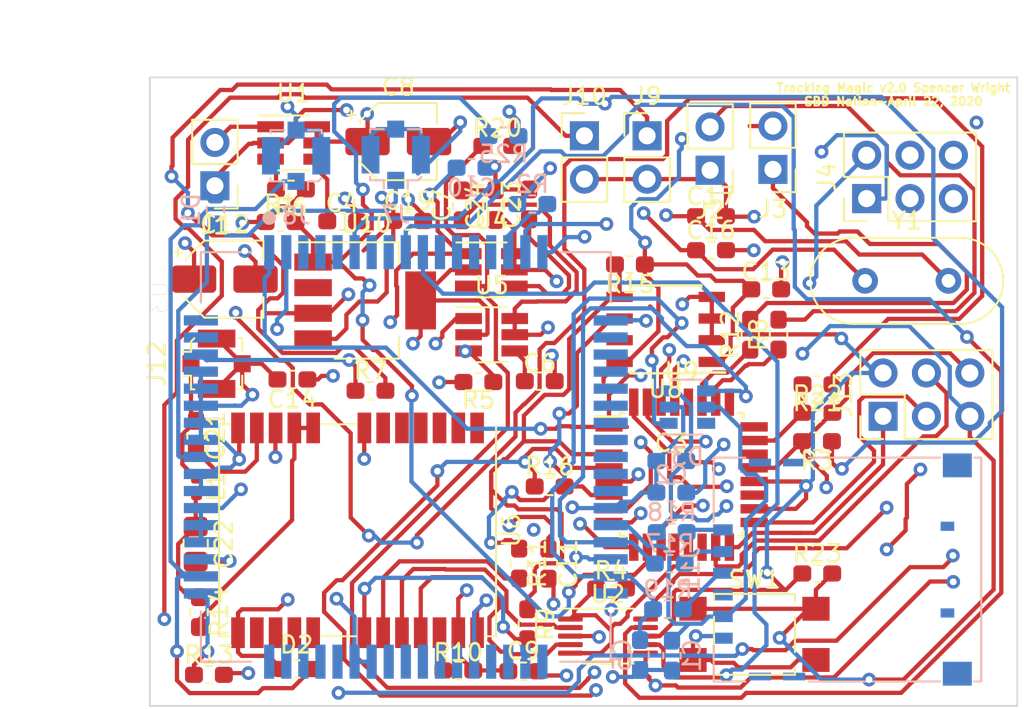
<source format=kicad_pcb>
(kicad_pcb (version 20171130) (host pcbnew "(6.0.0-rc1-dev-1469-g932b9a334)")
  (layers (0 F.Cu signal) (1 In1.Cu signal hide) (2 In2.Cu signal hide) (31 B.Cu signal hide) (34 B.Paste user) (35 F.Paste user) (36 B.SilkS user) (37 F.SilkS user) (38 B.Mask user) (39 F.Mask user) (44 Edge.Cuts user))
  (net 0 "")
  (net 1 "Net-(C1-Pad2)")
  (net 2 GND)
  (net 3 "Net-(C3-Pad1)")
  (net 4 "Net-(C4-Pad1)")
  (net 5 "Net-(C5-Pad1)")
  (net 6 "Net-(C6-Pad1)")
  (net 7 /SIM_VCC)
  (net 8 VBUS)
  (net 9 /NEO_VCC)
  (net 10 +3V3)
  (net 11 /XTAL1)
  (net 12 /XTAL2)
  (net 13 /RF_IN)
  (net 14 "Net-(C23-Pad1)")
  (net 15 "Net-(D1-Pad2)")
  (net 16 "Net-(D2-Pad2)")
  (net 17 "Net-(D3-Pad6)")
  (net 18 +BATT)
  (net 19 "Net-(J2-Pad2)")
  (net 20 "Net-(J3-Pad1)")
  (net 21 /SIM_RESET_N)
  (net 22 /RX_FROM_ATMEGA)
  (net 23 /TX_FROM_ATMEGA)
  (net 24 /SIM_PWR_KEY_L)
  (net 25 /SIM800_ENABLE)
  (net 26 "Net-(J9-Pad1)")
  (net 27 "Net-(J10-Pad1)")
  (net 28 "Net-(J11-Pad2)")
  (net 29 "Net-(J11-Pad3)")
  (net 30 "Net-(J11-Pad6)")
  (net 31 "Net-(J11-Pad7)")
  (net 32 /ATMEGA_MISO)
  (net 33 /ATMEGA_SCK)
  (net 34 /ATMEGA_MOSI)
  (net 35 /RST)
  (net 36 /SYSTEM_ENABLE)
  (net 37 /VDD_EXT)
  (net 38 "Net-(R2-Pad2)")
  (net 39 /UART_ENABLE)
  (net 40 "Net-(R6-Pad2)")
  (net 41 "Net-(R7-Pad1)")
  (net 42 /GRN_LED)
  (net 43 /SDA)
  (net 44 /SCL)
  (net 45 /RED_LED)
  (net 46 "Net-(R13-Pad1)")
  (net 47 /NEO_ENABLE)
  (net 48 /ADC0)
  (net 49 /RX_FROM_ATMEGA_TO_SIM_TX)
  (net 50 /TX_FROM_ATMEGA_TO_SIM_RX)
  (net 51 "Net-(U3-Pad3)")
  (net 52 "Net-(U3-Pad4)")
  (net 53 "Net-(U3-Pad5)")
  (net 54 "Net-(U3-Pad7)")
  (net 55 "Net-(U3-Pad8)")
  (net 56 "Net-(U3-Pad11)")
  (net 57 "Net-(U3-Pad12)")
  (net 58 "Net-(U3-Pad13)")
  (net 59 "Net-(U3-Pad14)")
  (net 60 "Net-(U3-Pad23)")
  (net 61 "Net-(U3-Pad24)")
  (net 62 "Net-(U3-Pad25)")
  (net 63 "Net-(U3-Pad27)")
  (net 64 "Net-(U3-Pad28)")
  (net 65 "Net-(U3-Pad34)")
  (net 66 "Net-(U3-Pad37)")
  (net 67 "Net-(U3-Pad38)")
  (net 68 "Net-(U3-Pad48)")
  (net 69 "Net-(U3-Pad49)")
  (net 70 "Net-(U3-Pad50)")
  (net 71 "Net-(U3-Pad67)")
  (net 72 "Net-(U3-Pad68)")
  (net 73 "Net-(U8-Pad7)")
  (net 74 "Net-(U9-Pad2)")
  (net 75 "Net-(U9-Pad12)")
  (net 76 /ATMEGA_CSN)
  (net 77 "Net-(U9-Pad19)")
  (net 78 "Net-(U9-Pad22)")
  (net 79 "Net-(U9-Pad24)")
  (net 80 "Net-(U9-Pad25)")
  (net 81 "Net-(U9-Pad28)")
  (net 82 "Net-(U10-Pad2)")
  (net 83 "Net-(C2-Pad1)")
  (net 84 "Net-(C21-Pad2)")
  (net 85 "Net-(C22-Pad1)")
  (net 86 "Net-(R9-Pad2)")
  (net 87 "Net-(R10-Pad1)")
  (net 88 "Net-(R11-Pad2)")
  (net 89 "Net-(R14-Pad2)")
  (net 90 /RX_FROM_ATMEGA_TO_NEO_TX)
  (net 91 /TX_FROM_ATMEGA_TO_NEO_RX)
  (net 92 "Net-(U6-Pad17)")
  (net 93 "Net-(U6-Pad16)")
  (net 94 "Net-(U6-Pad15)")
  (net 95 "Net-(U6-Pad14)")
  (net 96 "Net-(U6-Pad6)")
  (net 97 "Net-(U6-Pad5)")
  (net 98 "Net-(U6-Pad4)")
  (net 99 "Net-(U6-Pad3)")
  (net 100 "Net-(U6-Pad2)")
  (net 101 "Net-(U6-Pad1)")
  (module SIM7000E:SIMCON_SIM7000E (layer B.Cu) (at 81.03 117.49 270)
    (fp_text reference U3 (at -9.3347 14.39986 270) (layer B.SilkS) (effects (font (size 1.001039 1.001039) (thickness 0.015)) (justify mirror)))
    (fp_text value SIM7000E)
    (pad 1 smd rect (at -12 8 270) (size 2 0.6) (layers B.Cu B.Paste B.Mask) (net 24 /SIM_PWR_KEY_L))
    (pad 2 smd rect (at -12 7 270) (size 2 0.6) (layers B.Cu B.Paste B.Mask) (net 2 GND))
    (pad 3 smd rect (at -12 6 270) (size 2 0.6) (layers B.Cu B.Paste B.Mask) (net 51 "Net-(U3-Pad3)"))
    (pad 4 smd rect (at -12 5 270) (size 2 0.6) (layers B.Cu B.Paste B.Mask) (net 52 "Net-(U3-Pad4)"))
    (pad 5 smd rect (at -12 4 270) (size 2 0.6) (layers B.Cu B.Paste B.Mask) (net 53 "Net-(U3-Pad5)"))
    (pad 6 smd rect (at -12 3 270) (size 2 0.6) (layers B.Cu B.Paste B.Mask) (net 38 "Net-(R2-Pad2)"))
    (pad 7 smd rect (at -12 2 270) (size 2 0.6) (layers B.Cu B.Paste B.Mask) (net 54 "Net-(U3-Pad7)"))
    (pad 8 smd rect (at -12 1 270) (size 2 0.6) (layers B.Cu B.Paste B.Mask) (net 55 "Net-(U3-Pad8)"))
    (pad 9 smd rect (at -12 0 270) (size 2 0.6) (layers B.Cu B.Paste B.Mask) (net 49 /RX_FROM_ATMEGA_TO_SIM_TX))
    (pad 10 smd rect (at -12 -1 270) (size 2 0.6) (layers B.Cu B.Paste B.Mask) (net 50 /TX_FROM_ATMEGA_TO_SIM_RX))
    (pad 11 smd rect (at -12 -2 270) (size 2 0.6) (layers B.Cu B.Paste B.Mask) (net 56 "Net-(U3-Pad11)"))
    (pad 12 smd rect (at -12 -3 270) (size 2 0.6) (layers B.Cu B.Paste B.Mask) (net 57 "Net-(U3-Pad12)"))
    (pad 13 smd rect (at -12 -4 270) (size 2 0.6) (layers B.Cu B.Paste B.Mask) (net 58 "Net-(U3-Pad13)"))
    (pad 14 smd rect (at -12 -5 270) (size 2 0.6) (layers B.Cu B.Paste B.Mask) (net 59 "Net-(U3-Pad14)"))
    (pad 15 smd rect (at -12 -6 270) (size 2 0.6) (layers B.Cu B.Paste B.Mask) (net 37 /VDD_EXT))
    (pad 16 smd rect (at -12 -7 270) (size 2 0.6) (layers B.Cu B.Paste B.Mask) (net 21 /SIM_RESET_N))
    (pad 17 smd rect (at -12 -8 270) (size 2 0.6) (layers B.Cu B.Paste B.Mask) (net 2 GND))
    (pad 18 smd rect (at -8 -12 270) (size 0.6 2) (layers B.Cu B.Paste B.Mask) (net 2 GND))
    (pad 19 smd rect (at -7 -12 270) (size 0.6 2) (layers B.Cu B.Paste B.Mask))
    (pad 20 smd rect (at -6 -12 270) (size 0.6 2) (layers B.Cu B.Paste B.Mask))
    (pad 21 smd rect (at -5 -12 270) (size 0.6 2) (layers B.Cu B.Paste B.Mask))
    (pad 22 smd rect (at -4 -12 270) (size 0.6 2) (layers B.Cu B.Paste B.Mask))
    (pad 23 smd rect (at -3 -12 270) (size 0.6 2) (layers B.Cu B.Paste B.Mask) (net 60 "Net-(U3-Pad23)"))
    (pad 24 smd rect (at -2 -12 270) (size 0.6 2) (layers B.Cu B.Paste B.Mask) (net 61 "Net-(U3-Pad24)"))
    (pad 25 smd rect (at -1 -12 270) (size 0.6 2) (layers B.Cu B.Paste B.Mask) (net 62 "Net-(U3-Pad25)"))
    (pad 26 smd rect (at 0 -12 270) (size 0.6 2) (layers B.Cu B.Paste B.Mask))
    (pad 27 smd rect (at 1 -12 270) (size 0.6 2) (layers B.Cu B.Paste B.Mask) (net 63 "Net-(U3-Pad27)"))
    (pad 28 smd rect (at 2 -12 270) (size 0.6 2) (layers B.Cu B.Paste B.Mask) (net 64 "Net-(U3-Pad28)"))
    (pad 29 smd rect (at 3 -12 270) (size 0.6 2) (layers B.Cu B.Paste B.Mask) (net 2 GND))
    (pad 30 smd rect (at 4 -12 270) (size 0.6 2) (layers B.Cu B.Paste B.Mask) (net 1 "Net-(C1-Pad2)"))
    (pad 31 smd rect (at 5 -12 270) (size 0.6 2) (layers B.Cu B.Paste B.Mask) (net 83 "Net-(C2-Pad1)"))
    (pad 32 smd rect (at 6 -12 270) (size 0.6 2) (layers B.Cu B.Paste B.Mask) (net 3 "Net-(C3-Pad1)"))
    (pad 33 smd rect (at 7 -12 270) (size 0.6 2) (layers B.Cu B.Paste B.Mask) (net 5 "Net-(C5-Pad1)"))
    (pad 34 smd rect (at 8 -12 270) (size 0.6 2) (layers B.Cu B.Paste B.Mask) (net 65 "Net-(U3-Pad34)"))
    (pad 35 smd rect (at 12 -8 270) (size 2 0.6) (layers B.Cu B.Paste B.Mask))
    (pad 36 smd rect (at 12 -7 270) (size 2 0.6) (layers B.Cu B.Paste B.Mask))
    (pad 37 smd rect (at 12 -6 270) (size 2 0.6) (layers B.Cu B.Paste B.Mask) (net 66 "Net-(U3-Pad37)"))
    (pad 38 smd rect (at 12 -5 270) (size 2 0.6) (layers B.Cu B.Paste B.Mask) (net 67 "Net-(U3-Pad38)"))
    (pad 39 smd rect (at 12 -4 270) (size 2 0.6) (layers B.Cu B.Paste B.Mask) (net 2 GND))
    (pad 40 smd rect (at 12 -3 270) (size 2 0.6) (layers B.Cu B.Paste B.Mask))
    (pad 41 smd rect (at 12 -2 270) (size 2 0.6) (layers B.Cu B.Paste B.Mask))
    (pad 42 smd rect (at 12 -1 270) (size 2 0.6) (layers B.Cu B.Paste B.Mask))
    (pad 43 smd rect (at 12 0 270) (size 2 0.6) (layers B.Cu B.Paste B.Mask))
    (pad 44 smd rect (at 12 1 270) (size 2 0.6) (layers B.Cu B.Paste B.Mask))
    (pad 45 smd rect (at 12 2 270) (size 2 0.6) (layers B.Cu B.Paste B.Mask) (net 2 GND))
    (pad 46 smd rect (at 12 3 270) (size 2 0.6) (layers B.Cu B.Paste B.Mask) (net 2 GND))
    (pad 47 smd rect (at 12 4 270) (size 2 0.6) (layers B.Cu B.Paste B.Mask))
    (pad 48 smd rect (at 12 5 270) (size 2 0.6) (layers B.Cu B.Paste B.Mask) (net 68 "Net-(U3-Pad48)"))
    (pad 49 smd rect (at 12 6 270) (size 2 0.6) (layers B.Cu B.Paste B.Mask) (net 69 "Net-(U3-Pad49)"))
    (pad 50 smd rect (at 12 7 270) (size 2 0.6) (layers B.Cu B.Paste B.Mask) (net 70 "Net-(U3-Pad50)"))
    (pad 51 smd rect (at 12 8 270) (size 2 0.6) (layers B.Cu B.Paste B.Mask))
    (pad 52 smd rect (at 8 12 270) (size 0.6 2) (layers B.Cu B.Paste B.Mask) (net 46 "Net-(R13-Pad1)"))
    (pad 53 smd rect (at 7 12 270) (size 0.6 2) (layers B.Cu B.Paste B.Mask) (net 16 "Net-(D2-Pad2)"))
    (pad 54 smd rect (at 6 12 270) (size 0.6 2) (layers B.Cu B.Paste B.Mask) (net 2 GND))
    (pad 55 smd rect (at 5 12 270) (size 0.6 2) (layers B.Cu B.Paste B.Mask) (net 7 /SIM_VCC))
    (pad 56 smd rect (at 4 12 270) (size 0.6 2) (layers B.Cu B.Paste B.Mask) (net 7 /SIM_VCC))
    (pad 57 smd rect (at 3 12 270) (size 0.6 2) (layers B.Cu B.Paste B.Mask) (net 7 /SIM_VCC))
    (pad 58 smd rect (at 2 12 270) (size 0.6 2) (layers B.Cu B.Paste B.Mask) (net 2 GND))
    (pad 59 smd rect (at 1 12 270) (size 0.6 2) (layers B.Cu B.Paste B.Mask) (net 2 GND))
    (pad 60 smd rect (at 0 12 270) (size 0.6 2) (layers B.Cu B.Paste B.Mask) (net 15 "Net-(D1-Pad2)"))
    (pad 61 smd rect (at -1 12 270) (size 0.6 2) (layers B.Cu B.Paste B.Mask) (net 2 GND))
    (pad 62 smd rect (at -2 12 270) (size 0.6 2) (layers B.Cu B.Paste B.Mask) (net 2 GND))
    (pad 63 smd rect (at -3 12 270) (size 0.6 2) (layers B.Cu B.Paste B.Mask) (net 2 GND))
    (pad 64 smd rect (at -4 12 270) (size 0.6 2) (layers B.Cu B.Paste B.Mask) (net 2 GND))
    (pad 65 smd rect (at -5 12 270) (size 0.6 2) (layers B.Cu B.Paste B.Mask) (net 2 GND))
    (pad 66 smd rect (at -6 12 270) (size 0.6 2) (layers B.Cu B.Paste B.Mask) (net 41 "Net-(R7-Pad1)"))
    (pad 67 smd rect (at -7 12 270) (size 0.6 2) (layers B.Cu B.Paste B.Mask) (net 71 "Net-(U3-Pad67)"))
    (pad 68 smd rect (at -8 12 270) (size 0.6 2) (layers B.Cu B.Paste B.Mask) (net 72 "Net-(U3-Pad68)"))
  )
  (module Connector_Card:microSIM_JAE_SF53S006VCBR2000 (layer B.Cu) (at 106.22 124.09 270)
    (fp_text reference J11 (at 0 8.5 270) (layer B.SilkS) (effects (justify mirror)))
    (fp_text value SIM_Card)
    (pad SH smd rect (at -6.105 -7.11 270) (size 1.4 1.7) (layers B.Cu B.Paste B.Mask))
    (pad SH smd rect (at 6.105 -7.11 270) (size 1.4 1.7) (layers B.Cu B.Paste B.Mask))
    (pad SH smd rect (at -6.27 2.45 270) (size 0.45 1.3) (layers B.Cu B.Paste B.Mask))
    (pad SH smd rect (at -6.27 4.45 270) (size 0.45 1.3) (layers B.Cu B.Paste B.Mask))
    (pad SH smd rect (at 6.27 2.45 270) (size 0.45 1.3) (layers B.Cu B.Paste B.Mask))
    (pad SH smd rect (at 6.27 4.45 270) (size 0.45 1.3) (layers B.Cu B.Paste B.Mask))
    (pad SH smd rect (at -2.535 -6.53 270) (size 0.54 0.8) (layers B.Cu B.Paste B.Mask))
    (pad SH smd rect (at 2.545 -6.53 270) (size 0.54 0.8) (layers B.Cu B.Paste B.Mask))
    (pad 1 smd rect (at 2.755 6.62 270) (size 0.65 1.15) (layers B.Cu B.Paste B.Mask) (net 1 "Net-(C1-Pad2)"))
    (pad 2 smd rect (at 0.215 6.62 270) (size 0.65 1.15) (layers B.Cu B.Paste B.Mask) (net 28 "Net-(J11-Pad2)"))
    (pad 3 smd rect (at -2.325 6.62 270) (size 0.65 1.15) (layers B.Cu B.Paste B.Mask) (net 29 "Net-(J11-Pad3)"))
    (pad 5 smd rect (at 4.025 6.62 270) (size 0.65 1.15) (layers B.Cu B.Paste B.Mask) (net 2 GND))
    (pad 6 smd rect (at 1.485 6.62 270) (size 0.65 1.15) (layers B.Cu B.Paste B.Mask) (net 30 "Net-(J11-Pad6)"))
    (pad 7 smd rect (at -1.055 6.62 270) (size 0.65 1.15) (layers B.Cu B.Paste B.Mask) (net 31 "Net-(J11-Pad7)"))
  )
  (module Resistor_SMD:R_0603_1608Metric_Pad1.05x0.95mm_HandSolder (layer B.Cu) (at 86.755 98.69)
    (fp_text reference R25 (at 0 1.05) (layer B.SilkS) (effects (justify mirror)))
    (fp_text value 1M)
    (pad 2 smd roundrect (at 0.875 0) (size 1.05 0.95) (layers B.Cu B.Paste B.Mask) (net 2 GND))
    (pad 1 smd roundrect (at -0.875 0) (size 1.05 0.95) (layers B.Cu B.Paste B.Mask) (net 36 /SYSTEM_ENABLE))
  )
  (module Connector_Coaxial:U.FL_Molex_MCRF_73412-0110_Vertical (layer B.Cu) (at 74.605 99.84 180)
    (fp_text reference J8 (at 0 -3.5 180) (layer B.SilkS) (effects (justify mirror)))
    (fp_text value Conn_Coaxial)
    (pad 2 smd rect (at -1.475 0 180) (size 1.05 2.2) (layers B.Cu B.Paste B.Mask) (net 2 GND))
    (pad 2 smd rect (at 1.475 0 180) (size 1.05 2.2) (layers B.Cu B.Paste B.Mask) (net 2 GND))
    (pad 2 smd rect (at 0 1.5 180) (size 1 1) (layers B.Cu B.Paste B.Mask) (net 2 GND))
    (pad 1 smd rect (at 0 -1.5 180) (size 1 1) (layers B.Cu B.Paste B.Mask) (net 16 "Net-(D2-Pad2)"))
  )
  (module Resistor_SMD:R_0603_1608Metric_Pad1.05x0.95mm_HandSolder (layer F.Cu) (at 105.14 113.24 180)
    (fp_text reference R21 (at 0 -1.05 180) (layer F.SilkS))
    (fp_text value 200k)
    (pad 2 smd roundrect (at 0.875 0 180) (size 1.05 0.95) (layers F.Cu F.Paste F.Mask) (net 48 /ADC0))
    (pad 1 smd roundrect (at -0.875 0 180) (size 1.05 0.95) (layers F.Cu F.Paste F.Mask) (net 18 +BATT))
  )
  (module Resistor_SMD:R_0603_1608Metric_Pad1.05x0.95mm_HandSolder (layer F.Cu) (at 105.14 114.9)
    (fp_text reference R22 (at 0 -1.05) (layer F.SilkS))
    (fp_text value 100k)
    (pad 2 smd roundrect (at 0.875 0) (size 1.05 0.95) (layers F.Cu F.Paste F.Mask) (net 2 GND))
    (pad 1 smd roundrect (at -0.875 0) (size 1.05 0.95) (layers F.Cu F.Paste F.Mask) (net 48 /ADC0))
  )
  (module Resistor_SMD:R_0603_1608Metric_Pad1.05x0.95mm_HandSolder (layer F.Cu) (at 88.15 127.295 270)
    (fp_text reference R9 (at 0 -1.05 270) (layer F.SilkS))
    (fp_text value DNI)
    (pad 1 smd roundrect (at -0.875 0 270) (size 1.05 0.95) (layers F.Cu F.Paste F.Mask) (net 43 /SDA))
    (pad 2 smd roundrect (at 0.875 0 270) (size 1.05 0.95) (layers F.Cu F.Paste F.Mask) (net 86 "Net-(R9-Pad2)"))
  )
  (module Resistor_SMD:R_0603_1608Metric_Pad1.05x0.95mm_HandSolder (layer F.Cu) (at 87.67 123.74 270)
    (fp_text reference R11 (at 0 -1.05 270) (layer F.SilkS))
    (fp_text value DNI)
    (pad 1 smd roundrect (at -0.875 0 270) (size 1.05 0.95) (layers F.Cu F.Paste F.Mask) (net 44 /SCL))
    (pad 2 smd roundrect (at 0.875 0 270) (size 1.05 0.95) (layers F.Cu F.Paste F.Mask) (net 88 "Net-(R11-Pad2)"))
  )
  (module Resistor_SMD:R_0603_1608Metric_Pad1.05x0.95mm_HandSolder (layer F.Cu) (at 84.105 130)
    (fp_text reference R10 (at 0 -1.05) (layer F.SilkS))
    (fp_text value DNI)
    (pad 1 smd roundrect (at -0.875 0) (size 1.05 0.95) (layers F.Cu F.Paste F.Mask) (net 87 "Net-(R10-Pad1)"))
    (pad 2 smd roundrect (at 0.875 0) (size 1.05 0.95) (layers F.Cu F.Paste F.Mask) (net 9 /NEO_VCC))
  )
  (module Package_SO:VSSOP-10_3x3mm_P0.5mm (layer F.Cu) (at 92.87 127.99)
    (fp_text reference U2 (at 0 -2.45) (layer F.SilkS))
    (fp_text value TS5A23159)
    (pad 1 smd roundrect (at -2.2 -1) (size 1.45 0.3) (layers F.Cu F.Paste F.Mask) (net 39 /UART_ENABLE))
    (pad 2 smd roundrect (at -2.2 -0.5) (size 1.45 0.3) (layers F.Cu F.Paste F.Mask) (net 90 /RX_FROM_ATMEGA_TO_NEO_TX))
    (pad 3 smd roundrect (at -2.2 0) (size 1.45 0.3) (layers F.Cu F.Paste F.Mask) (net 2 GND))
    (pad 4 smd roundrect (at -2.2 0.5) (size 1.45 0.3) (layers F.Cu F.Paste F.Mask) (net 91 /TX_FROM_ATMEGA_TO_NEO_RX))
    (pad 5 smd roundrect (at -2.2 1) (size 1.45 0.3) (layers F.Cu F.Paste F.Mask) (net 39 /UART_ENABLE))
    (pad 6 smd roundrect (at 2.2 1) (size 1.45 0.3) (layers F.Cu F.Paste F.Mask) (net 23 /TX_FROM_ATMEGA))
    (pad 7 smd roundrect (at 2.2 0.5) (size 1.45 0.3) (layers F.Cu F.Paste F.Mask) (net 50 /TX_FROM_ATMEGA_TO_SIM_RX))
    (pad 8 smd roundrect (at 2.2 0) (size 1.45 0.3) (layers F.Cu F.Paste F.Mask) (net 10 +3V3))
    (pad 9 smd roundrect (at 2.2 -0.5) (size 1.45 0.3) (layers F.Cu F.Paste F.Mask) (net 49 /RX_FROM_ATMEGA_TO_SIM_TX))
    (pad 10 smd roundrect (at 2.2 -1) (size 1.45 0.3) (layers F.Cu F.Paste F.Mask) (net 22 /RX_FROM_ATMEGA))
  )
  (module Capacitor_SMD:C_0603_1608Metric_Pad1.05x0.95mm_HandSolder (layer F.Cu) (at 87.91 130.05)
    (fp_text reference C9 (at 0 -1.17) (layer F.SilkS))
    (fp_text value 1u)
    (pad 1 smd roundrect (at -0.875 0) (size 1.05 0.95) (layers F.Cu F.Paste F.Mask) (net 9 /NEO_VCC))
    (pad 2 smd roundrect (at 0.875 0) (size 1.05 0.95) (layers F.Cu F.Paste F.Mask) (net 2 GND))
  )
  (module Capacitor_SMD:C_0603_1608Metric_Pad1.05x0.95mm_HandSolder (layer F.Cu) (at 68.744492 116.25 270)
    (fp_text reference C21 (at 0 -1.17 270) (layer F.SilkS))
    (fp_text value 47p)
    (pad 1 smd roundrect (at -0.875 0 270) (size 1.05 0.95) (layers F.Cu F.Paste F.Mask) (net 13 /RF_IN))
    (pad 2 smd roundrect (at 0.875 0 270) (size 1.05 0.95) (layers F.Cu F.Paste F.Mask) (net 84 "Net-(C21-Pad2)"))
  )
  (module RF_GPS:ublox_NEO (layer F.Cu) (at 78.204492 121.79 270)
    (fp_text reference U6 (at 0 -9 270) (layer F.SilkS))
    (fp_text value NEO_MAX6_GPS)
    (pad 24 smd rect (at 6 -7 270) (size 1.8 0.8) (layers F.Cu F.Paste F.Mask) (net 2 GND))
    (pad 23 connect rect (at 6 -5.9 270) (size 1.8 0.8) (layers F.Cu F.Mask) (net 9 /NEO_VCC))
    (pad 22 smd rect (at 6 -4.8 270) (size 1.8 0.8) (layers F.Cu F.Paste F.Mask) (net 87 "Net-(R10-Pad1)"))
    (pad 21 smd rect (at 6 -3.7 270) (size 1.8 0.8) (layers F.Cu F.Paste F.Mask) (net 91 /TX_FROM_ATMEGA_TO_NEO_RX))
    (pad 20 smd rect (at 6 -2.6 270) (size 1.8 0.8) (layers F.Cu F.Paste F.Mask) (net 90 /RX_FROM_ATMEGA_TO_NEO_TX))
    (pad 19 smd rect (at 6 -1.5 270) (size 1.8 0.8) (layers F.Cu F.Paste F.Mask) (net 88 "Net-(R11-Pad2)"))
    (pad 18 smd rect (at 6 -0.4 270) (size 1.8 0.8) (layers F.Cu F.Paste F.Mask) (net 86 "Net-(R9-Pad2)"))
    (pad 17 smd rect (at 6 2.6 270) (size 1.8 0.8) (layers F.Cu F.Paste F.Mask) (net 92 "Net-(U6-Pad17)"))
    (pad 16 smd rect (at 6 3.7 270) (size 1.8 0.8) (layers F.Cu F.Paste F.Mask) (net 93 "Net-(U6-Pad16)"))
    (pad 15 smd rect (at 6 4.8 270) (size 1.8 0.8) (layers F.Cu F.Paste F.Mask) (net 94 "Net-(U6-Pad15)"))
    (pad 14 smd rect (at 6 5.9 270) (size 1.8 0.8) (layers F.Cu F.Paste F.Mask) (net 95 "Net-(U6-Pad14)"))
    (pad 13 smd rect (at 6 7 270) (size 1.8 0.8) (layers F.Cu F.Paste F.Mask) (net 2 GND))
    (pad 12 smd rect (at -6 7 270) (size 1.8 0.8) (layers F.Cu F.Paste F.Mask) (net 2 GND))
    (pad 11 smd rect (at -6 5.9 270) (size 1.8 0.8) (layers F.Cu F.Paste F.Mask) (net 84 "Net-(C21-Pad2)"))
    (pad 10 smd rect (at -6 4.8 270) (size 1.8 0.8) (layers F.Cu F.Paste F.Mask) (net 2 GND))
    (pad 9 smd rect (at -6 3.7 270) (size 1.8 0.8) (layers F.Cu F.Paste F.Mask) (net 89 "Net-(R14-Pad2)"))
    (pad 8 smd rect (at -6 2.6 270) (size 1.8 0.8) (layers F.Cu F.Paste F.Mask) (net 89 "Net-(R14-Pad2)"))
    (pad 7 smd rect (at -6 -0.4 270) (size 1.8 0.8) (layers F.Cu F.Paste F.Mask) (net 2 GND))
    (pad 6 smd rect (at -6 -1.5 270) (size 1.8 0.8) (layers F.Cu F.Paste F.Mask) (net 96 "Net-(U6-Pad6)"))
    (pad 5 smd rect (at -6 -2.6 270) (size 1.8 0.8) (layers F.Cu F.Paste F.Mask) (net 97 "Net-(U6-Pad5)"))
    (pad 4 smd rect (at -6 -3.7 270) (size 1.8 0.8) (layers F.Cu F.Paste F.Mask) (net 98 "Net-(U6-Pad4)"))
    (pad 3 smd rect (at -6 -4.8 270) (size 1.8 0.8) (layers F.Cu F.Paste F.Mask) (net 99 "Net-(U6-Pad3)"))
    (pad 2 smd rect (at -6 -5.9 270) (size 1.8 0.8) (layers F.Cu F.Paste F.Mask) (net 100 "Net-(U6-Pad2)"))
    (pad 1 smd rect (at -6 -7 270) (size 1.8 0.8) (layers F.Cu F.Paste F.Mask) (net 101 "Net-(U6-Pad1)"))
  )
  (module Resistor_SMD:R_0603_1608Metric_Pad1.05x0.95mm_HandSolder (layer F.Cu) (at 68.924492 126.585 270)
    (fp_text reference R14 (at 0 -1.17 270) (layer F.SilkS))
    (fp_text value 10)
    (pad 1 smd roundrect (at -0.875 0 270) (size 1.05 0.95) (layers F.Cu F.Paste F.Mask) (net 85 "Net-(C22-Pad1)"))
    (pad 2 smd roundrect (at 0.875 0 270) (size 1.05 0.95) (layers F.Cu F.Paste F.Mask) (net 89 "Net-(R14-Pad2)"))
  )
  (module Capacitor_SMD:C_0805_2012Metric_Pad1.15x1.40mm_HandSolder (layer F.Cu) (at 68.724492 122.6 270)
    (fp_text reference C22 (at 0 -1.65 270) (layer F.SilkS))
    (fp_text value 10u)
    (pad 2 smd roundrect (at 1.025 0 270) (size 1.15 1.4) (layers F.Cu F.Paste F.Mask) (roundrect_rratio 0.217391) (net 2 GND))
    (pad 1 smd roundrect (at -1.025 0 270) (size 1.15 1.4) (layers F.Cu F.Paste F.Mask) (roundrect_rratio 0.217391) (net 85 "Net-(C22-Pad1)"))
  )
  (module Inductor_SMD:L_0402_1005Metric (layer F.Cu) (at 68.774492 119.24 270)
    (fp_text reference L1 (at 0 -1.17 270) (layer F.SilkS))
    (fp_text value 27n)
    (pad 2 smd roundrect (at 0.485 0 270) (size 0.59 0.64) (layers F.Cu F.Paste F.Mask) (net 85 "Net-(C22-Pad1)"))
    (pad 1 smd roundrect (at -0.485 0 270) (size 0.59 0.64) (layers F.Cu F.Paste F.Mask) (net 13 /RF_IN))
  )
  (module Resistor_SMD:R_0603_1608Metric_Pad1.05x0.95mm_HandSolder (layer B.Cu) (at 88.44 102.67 180)
    (fp_text reference R2 (at 0 1.17 180) (layer B.SilkS) (effects (justify mirror)))
    (fp_text value DNI)
    (pad 2 smd roundrect (at 0.875 0 180) (size 1.05 0.95) (layers B.Cu B.Paste B.Mask) (net 38 "Net-(R2-Pad2)"))
    (pad 1 smd roundrect (at -0.875 0 180) (size 1.05 0.95) (layers B.Cu B.Paste B.Mask) (net 37 /VDD_EXT))
  )
  (module Resistor_SMD:R_0603_1608Metric_Pad1.05x0.95mm_HandSolder (layer F.Cu) (at 105.11 116.57 180)
    (fp_text reference R3 (at 0 -1.17 180) (layer F.SilkS))
    (fp_text value DNI)
    (pad 2 smd roundrect (at 0.875 0 180) (size 1.05 0.95) (layers F.Cu F.Paste F.Mask) (net 2 GND))
    (pad 1 smd roundrect (at -0.875 0 180) (size 1.05 0.95) (layers F.Cu F.Paste F.Mask) (net 38 "Net-(R2-Pad2)"))
  )
  (module Resistor_SMD:R_0603_1608Metric_Pad1.05x0.95mm_HandSolder (layer F.Cu) (at 78.96 113.61)
    (fp_text reference R7 (at 0 -1.17) (layer F.SilkS))
    (fp_text value 37.4)
    (pad 2 smd roundrect (at 0.875 0) (size 1.05 0.95) (layers F.Cu F.Paste F.Mask) (net 26 "Net-(J9-Pad1)"))
    (pad 1 smd roundrect (at -0.875 0) (size 1.05 0.95) (layers F.Cu F.Paste F.Mask) (net 41 "Net-(R7-Pad1)"))
  )
  (module Resistor_SMD:R_0603_1608Metric_Pad1.05x0.95mm_HandSolder (layer F.Cu) (at 102.86 110.32 90)
    (fp_text reference R8 (at 0 -1.17 90) (layer F.SilkS))
    (fp_text value 37.4)
    (pad 2 smd roundrect (at 0.875 0 90) (size 1.05 0.95) (layers F.Cu F.Paste F.Mask) (net 19 "Net-(J2-Pad2)"))
    (pad 1 smd roundrect (at -0.875 0 90) (size 1.05 0.95) (layers F.Cu F.Paste F.Mask) (net 42 /GRN_LED))
  )
  (module Resistor_SMD:R_0603_1608Metric_Pad1.05x0.95mm_HandSolder (layer F.Cu) (at 101.2 110.33 90)
    (fp_text reference R12 (at 0 -1.17 90) (layer F.SilkS))
    (fp_text value 37.4)
    (pad 2 smd roundrect (at 0.875 0 90) (size 1.05 0.95) (layers F.Cu F.Paste F.Mask) (net 20 "Net-(J3-Pad1)"))
    (pad 1 smd roundrect (at -0.875 0 90) (size 1.05 0.95) (layers F.Cu F.Paste F.Mask) (net 45 /RED_LED))
  )
  (module Resistor_SMD:R_0603_1608Metric_Pad1.05x0.95mm_HandSolder (layer F.Cu) (at 69.5 130.26)
    (fp_text reference R13 (at 0 -1.17) (layer F.SilkS))
    (fp_text value 37.4)
    (pad 2 smd roundrect (at 0.875 0) (size 1.05 0.95) (layers F.Cu F.Paste F.Mask) (net 27 "Net-(J10-Pad1)"))
    (pad 1 smd roundrect (at -0.875 0) (size 1.05 0.95) (layers F.Cu F.Paste F.Mask) (net 46 "Net-(R13-Pad1)"))
  )
  (module Resistor_SMD:R_0603_1608Metric_Pad1.05x0.95mm_HandSolder (layer F.Cu) (at 89.455 119.22)
    (fp_text reference R16 (at 0 -1.17) (layer F.SilkS))
    (fp_text value 10k)
    (pad 2 smd roundrect (at 0.875 0) (size 1.05 0.95) (layers F.Cu F.Paste F.Mask) (net 44 /SCL))
    (pad 1 smd roundrect (at -0.875 0) (size 1.05 0.95) (layers F.Cu F.Paste F.Mask) (net 10 +3V3))
  )
  (module Resistor_SMD:R_0603_1608Metric_Pad1.05x0.95mm_HandSolder (layer B.Cu) (at 96.49 123.74 180)
    (fp_text reference R17 (at 0 1.17 180) (layer B.SilkS) (effects (justify mirror)))
    (fp_text value 51)
    (pad 2 smd roundrect (at 0.875 0 180) (size 1.05 0.95) (layers B.Cu B.Paste B.Mask) (net 83 "Net-(C2-Pad1)"))
    (pad 1 smd roundrect (at -0.875 0 180) (size 1.05 0.95) (layers B.Cu B.Paste B.Mask) (net 31 "Net-(J11-Pad7)"))
  )
  (module Resistor_SMD:R_0603_1608Metric_Pad1.05x0.95mm_HandSolder (layer B.Cu) (at 96.6 121.9 180)
    (fp_text reference R18 (at 0 1.17 180) (layer B.SilkS) (effects (justify mirror)))
    (fp_text value 51)
    (pad 2 smd roundrect (at 0.875 0 180) (size 1.05 0.95) (layers B.Cu B.Paste B.Mask) (net 3 "Net-(C3-Pad1)"))
    (pad 1 smd roundrect (at -0.875 0 180) (size 1.05 0.95) (layers B.Cu B.Paste B.Mask) (net 29 "Net-(J11-Pad3)"))
  )
  (module Resistor_SMD:R_0603_1608Metric_Pad1.05x0.95mm_HandSolder (layer B.Cu) (at 96.385 126.42 180)
    (fp_text reference R19 (at 0 1.17 180) (layer B.SilkS) (effects (justify mirror)))
    (fp_text value 51)
    (pad 2 smd roundrect (at 0.875 0 180) (size 1.05 0.95) (layers B.Cu B.Paste B.Mask) (net 5 "Net-(C5-Pad1)"))
    (pad 1 smd roundrect (at -0.875 0 180) (size 1.05 0.95) (layers B.Cu B.Paste B.Mask) (net 28 "Net-(J11-Pad2)"))
  )
  (module Capacitor_SMD:C_0603_1608Metric_Pad1.05x0.95mm_HandSolder (layer B.Cu) (at 96.62 129.135 90)
    (fp_text reference C1 (at 0 1.17 90) (layer B.SilkS) (effects (justify mirror)))
    (fp_text value 1u)
    (pad 2 smd roundrect (at 0.875 0 90) (size 1.05 0.95) (layers B.Cu B.Paste B.Mask) (net 1 "Net-(C1-Pad2)"))
    (pad 1 smd roundrect (at -0.875 0 90) (size 1.05 0.95) (layers B.Cu B.Paste B.Mask) (net 2 GND))
  )
  (module Capacitor_SMD:C_0603_1608Metric_Pad1.05x0.95mm_HandSolder (layer F.Cu) (at 84.31 102.745 90)
    (fp_text reference C7 (at 0 -1.17 90) (layer F.SilkS))
    (fp_text value 10u)
    (pad 2 smd roundrect (at 0.875 0 90) (size 1.05 0.95) (layers F.Cu F.Paste F.Mask) (net 2 GND))
    (pad 1 smd roundrect (at -0.875 0 90) (size 1.05 0.95) (layers F.Cu F.Paste F.Mask) (net 7 /SIM_VCC))
  )
  (module Capacitor_SMD:C_0603_1608Metric_Pad1.05x0.95mm_HandSolder (layer B.Cu) (at 84.88 100.54)
    (fp_text reference C10 (at 0 1.17) (layer B.SilkS) (effects (justify mirror)))
    (fp_text value 10u)
    (pad 2 smd roundrect (at 0.875 0) (size 1.05 0.95) (layers B.Cu B.Paste B.Mask) (net 2 GND))
    (pad 1 smd roundrect (at -0.875 0) (size 1.05 0.95) (layers B.Cu B.Paste B.Mask) (net 10 +3V3))
  )
  (module Capacitor_SMD:C_0603_1608Metric_Pad1.05x0.95mm_HandSolder (layer F.Cu) (at 89.38 123.75 270)
    (fp_text reference C11 (at 0 -1.17 270) (layer F.SilkS))
    (fp_text value 1u)
    (pad 2 smd roundrect (at 0.875 0 270) (size 1.05 0.95) (layers F.Cu F.Paste F.Mask) (net 2 GND))
    (pad 1 smd roundrect (at -0.875 0 270) (size 1.05 0.95) (layers F.Cu F.Paste F.Mask) (net 9 /NEO_VCC))
  )
  (module Capacitor_SMD:C_0603_1608Metric_Pad1.05x0.95mm_HandSolder (layer F.Cu) (at 74.39 112.95 180)
    (fp_text reference C14 (at 0 -1.17 180) (layer F.SilkS))
    (fp_text value 10u)
    (pad 2 smd roundrect (at 0.875 0 180) (size 1.05 0.95) (layers F.Cu F.Paste F.Mask) (net 2 GND))
    (pad 1 smd roundrect (at -0.875 0 180) (size 1.05 0.95) (layers F.Cu F.Paste F.Mask) (net 10 +3V3))
  )
  (module Capacitor_SMD:C_0603_1608Metric_Pad1.05x0.95mm_HandSolder (layer F.Cu) (at 98.905001 105.375001)
    (fp_text reference C16 (at 0 -1.17) (layer F.SilkS))
    (fp_text value CP1_Small)
    (pad 2 smd roundrect (at 0.875 0) (size 1.05 0.95) (layers F.Cu F.Paste F.Mask) (net 2 GND))
    (pad 1 smd roundrect (at -0.875 0) (size 1.05 0.95) (layers F.Cu F.Paste F.Mask) (net 11 /XTAL1))
  )
  (module Capacitor_SMD:C_0603_1608Metric_Pad1.05x0.95mm_HandSolder (layer F.Cu) (at 98.905001 103.385001)
    (fp_text reference C17 (at 0 -1.17) (layer F.SilkS))
    (fp_text value CP1_Small)
    (pad 2 smd roundrect (at 0.875 0) (size 1.05 0.95) (layers F.Cu F.Paste F.Mask) (net 2 GND))
    (pad 1 smd roundrect (at -0.875 0) (size 1.05 0.95) (layers F.Cu F.Paste F.Mask) (net 12 /XTAL2))
  )
  (module Capacitor_SMD:C_0603_1608Metric_Pad1.05x0.95mm_HandSolder (layer F.Cu) (at 81.17 103.66)
    (fp_text reference C19 (at 0 -1.17) (layer F.SilkS))
    (fp_text value 1u)
    (pad 2 smd roundrect (at 0.875 0) (size 1.05 0.95) (layers F.Cu F.Paste F.Mask) (net 2 GND))
    (pad 1 smd roundrect (at -0.875 0) (size 1.05 0.95) (layers F.Cu F.Paste F.Mask) (net 8 VBUS))
  )
  (module Capacitor_SMD:C_0603_1608Metric_Pad1.05x0.95mm_HandSolder (layer F.Cu) (at 86.28 102.73 90)
    (fp_text reference C24 (at 0 -1.17 90) (layer F.SilkS))
    (fp_text value 10u)
    (pad 2 smd roundrect (at 0.875 0 90) (size 1.05 0.95) (layers F.Cu F.Paste F.Mask) (net 2 GND))
    (pad 1 smd roundrect (at -0.875 0 90) (size 1.05 0.95) (layers F.Cu F.Paste F.Mask) (net 9 /NEO_VCC))
  )
  (module Capacitor_SMD:C_0603_1608Metric_Pad1.05x0.95mm_HandSolder (layer F.Cu) (at 94.155 106.21 180)
    (fp_text reference R15 (at 0 -1.17 180) (layer F.SilkS))
    (fp_text value 10k)
    (pad 2 smd roundrect (at 0.875 0 180) (size 1.05 0.95) (layers F.Cu F.Paste F.Mask) (net 43 /SDA))
    (pad 1 smd roundrect (at -0.875 0 180) (size 1.05 0.95) (layers F.Cu F.Paste F.Mask) (net 10 +3V3))
  )
  (module Capacitor_SMD:C_0603_1608Metric_Pad1.05x0.95mm_HandSolder (layer F.Cu) (at 105.125 124.32)
    (fp_text reference R23 (at 0 -1.17) (layer F.SilkS))
    (fp_text value 10k)
    (pad 2 smd roundrect (at 0.875 0) (size 1.05 0.95) (layers F.Cu F.Paste F.Mask) (net 35 /RST))
    (pad 1 smd roundrect (at -0.875 0) (size 1.05 0.95) (layers F.Cu F.Paste F.Mask) (net 10 +3V3))
  )
  (module Capacitor_SMD:C_0603_1608Metric_Pad1.05x0.95mm_HandSolder (layer B.Cu) (at 96.58 119.58 180)
    (fp_text reference C2 (at 0 1.05 180) (layer B.SilkS) (effects (justify mirror)))
    (fp_text value 22p)
    (pad 2 smd roundrect (at 0.875 0 180) (size 1.05 0.95) (layers B.Cu B.Paste B.Mask) (net 2 GND))
    (pad 1 smd roundrect (at -0.875 0 180) (size 1.05 0.95) (layers B.Cu B.Paste B.Mask) (net 83 "Net-(C2-Pad1)"))
  )
  (module Capacitor_SMD:C_0603_1608Metric_Pad1.05x0.95mm_HandSolder (layer B.Cu) (at 96.58 117.73 180)
    (fp_text reference C3 (at 0 1.05 180) (layer F.SilkS))
    (fp_text value 22p)
    (pad 2 smd roundrect (at 0.875 0 180) (size 1.05 0.95) (layers B.Cu B.Paste B.Mask) (net 2 GND))
    (pad 1 smd roundrect (at -0.875 0 180) (size 1.05 0.95) (layers B.Cu B.Paste B.Mask) (net 3 "Net-(C3-Pad1)"))
  )
  (module Capacitor_SMD:C_0603_1608Metric_Pad1.05x0.95mm_HandSolder (layer B.Cu) (at 94.75 129.1 270)
    (fp_text reference C5 (at 0 1.05 270) (layer B.SilkS) (effects (justify mirror)))
    (fp_text value 22p)
    (pad 2 smd roundrect (at 0.875 0 270) (size 1.05 0.95) (layers B.Cu B.Paste B.Mask) (net 2 GND))
    (pad 1 smd roundrect (at -0.875 0 270) (size 1.05 0.95) (layers B.Cu B.Paste B.Mask) (net 5 "Net-(C5-Pad1)"))
  )
  (module Capacitor_SMD:C_0603_1608Metric_Pad1.05x0.95mm_HandSolder (layer F.Cu) (at 88.875 113.05)
    (fp_text reference C6 (at 0 -1.05) (layer F.SilkS))
    (fp_text value 220p)
    (pad 2 smd roundrect (at 0.875 0) (size 1.05 0.95) (layers F.Cu F.Paste F.Mask) (net 2 GND))
    (pad 1 smd roundrect (at -0.875 0) (size 1.05 0.95) (layers F.Cu F.Paste F.Mask) (net 6 "Net-(C6-Pad1)"))
  )
  (module Capacitor_SMD:C_0603_1608Metric_Pad1.05x0.95mm_HandSolder (layer F.Cu) (at 102.135 107.67)
    (fp_text reference C13 (at 0 -1.05) (layer F.SilkS))
    (fp_text value 1u)
    (pad 2 smd roundrect (at 0.875 0) (size 1.05 0.95) (layers F.Cu F.Paste F.Mask) (net 2 GND))
    (pad 1 smd roundrect (at -0.875 0) (size 1.05 0.95) (layers F.Cu F.Paste F.Mask) (net 10 +3V3))
  )
  (module Capacitor_SMD:C_0603_1608Metric_Pad1.05x0.95mm_HandSolder (layer F.Cu) (at 88.25 102.69 90)
    (fp_text reference C23 (at 0 -1.05 90) (layer F.SilkS))
    (fp_text value 220p)
    (pad 2 smd roundrect (at 0.875 0 90) (size 1.05 0.95) (layers F.Cu F.Paste F.Mask) (net 2 GND))
    (pad 1 smd roundrect (at -0.875 0 90) (size 1.05 0.95) (layers F.Cu F.Paste F.Mask) (net 14 "Net-(C23-Pad1)"))
  )
  (module Resistor_SMD:R_0603_1608Metric_Pad1.05x0.95mm_HandSolder (layer F.Cu) (at 73.695 103.72)
    (fp_text reference R1 (at 0 -1.05) (layer F.SilkS))
    (fp_text value 1M)
    (pad 2 smd roundrect (at 0.875 0) (size 1.05 0.95) (layers F.Cu F.Paste F.Mask) (net 36 /SYSTEM_ENABLE))
    (pad 1 smd roundrect (at -0.875 0) (size 1.05 0.95) (layers F.Cu F.Paste F.Mask) (net 18 +BATT))
  )
  (module Resistor_SMD:R_0603_1608Metric_Pad1.05x0.95mm_HandSolder (layer F.Cu) (at 93.05 125.2)
    (fp_text reference R4 (at 0 -1.05 180) (layer F.SilkS))
    (fp_text value 1M)
    (pad 2 smd roundrect (at 0.875 0) (size 1.05 0.95) (layers F.Cu F.Paste F.Mask) (net 2 GND))
    (pad 1 smd roundrect (at -0.875 0) (size 1.05 0.95) (layers F.Cu F.Paste F.Mask) (net 39 /UART_ENABLE))
  )
  (module Resistor_SMD:R_0603_1608Metric_Pad1.05x0.95mm_HandSolder (layer F.Cu) (at 85.28 113.1 180)
    (fp_text reference R5 (at 0 -1.05 180) (layer F.SilkS))
    (fp_text value 1M)
    (pad 2 smd roundrect (at 0.875 0 180) (size 1.05 0.95) (layers F.Cu F.Paste F.Mask) (net 2 GND))
    (pad 1 smd roundrect (at -0.875 0 180) (size 1.05 0.95) (layers F.Cu F.Paste F.Mask) (net 25 /SIM800_ENABLE))
  )
  (module Resistor_SMD:R_0603_1608Metric_Pad1.05x0.95mm_HandSolder (layer F.Cu) (at 74.305 101.81 180)
    (fp_text reference R6 (at 0 -1.05 180) (layer F.SilkS))
    (fp_text value 100k)
    (pad 2 smd roundrect (at 0.875 0 180) (size 1.05 0.95) (layers F.Cu F.Paste F.Mask) (net 40 "Net-(R6-Pad2)"))
    (pad 1 smd roundrect (at -0.875 0 180) (size 1.05 0.95) (layers F.Cu F.Paste F.Mask) (net 18 +BATT))
  )
  (module Resistor_SMD:R_0603_1608Metric_Pad1.05x0.95mm_HandSolder (layer F.Cu) (at 86.385 99.26)
    (fp_text reference R20 (at 0 -1.05) (layer F.SilkS))
    (fp_text value 1M)
    (pad 2 smd roundrect (at 0.875 0) (size 1.05 0.95) (layers F.Cu F.Paste F.Mask) (net 2 GND))
    (pad 1 smd roundrect (at -0.875 0) (size 1.05 0.95) (layers F.Cu F.Paste F.Mask) (net 47 /NEO_ENABLE))
  )
  (module Capacitor_SMD:C_0603_1608Metric_Pad1.05x0.95mm_HandSolder (layer F.Cu) (at 77.305 103.68)
    (fp_text reference C4 (at 0 -1.05) (layer F.SilkS))
    (fp_text value 220p)
    (pad 2 smd roundrect (at 0.875 0) (size 1.05 0.95) (layers F.Cu F.Paste F.Mask) (net 2 GND))
    (pad 1 smd roundrect (at -0.875 0) (size 1.05 0.95) (layers F.Cu F.Paste F.Mask) (net 4 "Net-(C4-Pad1)"))
  )
  (module Resistor_SMD:R_0603_1608Metric_Pad1.05x0.95mm_HandSolder (layer B.Cu) (at 69.88 102.99 270)
    (fp_text reference D1 (at 0 1.43 270) (layer B.SilkS) (effects (justify mirror)))
    (fp_text value D_TVS)
    (pad 2 smd roundrect (at 0.875 0 270) (size 1.05 0.95) (layers B.Cu B.Paste B.Mask) (net 15 "Net-(D1-Pad2)"))
    (pad 1 smd roundrect (at -0.875 0 270) (size 1.05 0.95) (layers B.Cu B.Paste B.Mask) (net 2 GND))
  )
  (module Resistor_SMD:R_0603_1608Metric_Pad1.05x0.95mm_HandSolder (layer F.Cu) (at 74.635 129.92)
    (fp_text reference D2 (at 0 -1.43) (layer F.SilkS))
    (fp_text value D_TVS)
    (pad 1 smd roundrect (at -0.875 0) (size 1.05 0.95) (layers F.Cu F.Paste F.Mask) (net 2 GND))
    (pad 2 smd roundrect (at 0.875 0) (size 1.05 0.95) (layers F.Cu F.Paste F.Mask) (net 16 "Net-(D2-Pad2)"))
  )
  (module Package_TO_SOT_SMD:SOT-23-6 (layer B.Cu) (at 97.52 114.57)
    (fp_text reference D3 (at 0 2.9) (layer B.SilkS) (effects (justify mirror)))
    (fp_text value ESDA6V1-5SC6)
    (pad 1 smd rect (at -1.1 0.95) (size 1.06 0.65) (layers B.Cu B.Paste B.Mask) (net 5 "Net-(C5-Pad1)"))
    (pad 2 smd rect (at -1.1 0) (size 1.06 0.65) (layers B.Cu B.Paste B.Mask) (net 2 GND))
    (pad 3 smd rect (at -1.1 -0.95) (size 1.06 0.65) (layers B.Cu B.Paste B.Mask) (net 3 "Net-(C3-Pad1)"))
    (pad 4 smd rect (at 1.1 -0.95) (size 1.06 0.65) (layers B.Cu B.Paste B.Mask) (net 83 "Net-(C2-Pad1)"))
    (pad 6 smd rect (at 1.1 0.95) (size 1.06 0.65) (layers B.Cu B.Paste B.Mask) (net 17 "Net-(D3-Pad6)"))
    (pad 5 smd rect (at 1.1 0) (size 1.06 0.65) (layers B.Cu B.Paste B.Mask) (net 1 "Net-(C1-Pad2)"))
  )
  (module Connector_PinHeader_2.54mm:PinHeader_1x02_P2.54mm_Vertical (layer F.Cu) (at 69.85 101.6 180)
    (fp_text reference J1 (at 0 -2.33 180) (layer F.SilkS))
    (fp_text value Conn_01x02_Female)
    (pad 1 thru_hole rect (at 0 0 180) (size 1.7 1.7) (drill 1) (layers *.Cu *.Mask) (net 2 GND))
    (pad 2 thru_hole oval (at 0 2.54 180) (size 1.7 1.7) (drill 1) (layers *.Cu *.Mask) (net 18 +BATT))
  )
  (module Connector_PinHeader_2.54mm:PinHeader_1x02_P2.54mm_Vertical (layer F.Cu) (at 98.85 100.69 180)
    (fp_text reference J2 (at 0 -2.33 180) (layer F.SilkS))
    (fp_text value Conn_01x02_Male)
    (pad 1 thru_hole rect (at 0 0 180) (size 1.7 1.7) (drill 1) (layers *.Cu *.Mask) (net 2 GND))
    (pad 2 thru_hole oval (at 0 2.54 180) (size 1.7 1.7) (drill 1) (layers *.Cu *.Mask) (net 19 "Net-(J2-Pad2)"))
  )
  (module Connector_PinHeader_2.54mm:PinHeader_1x02_P2.54mm_Vertical (layer F.Cu) (at 102.53 100.64 180)
    (fp_text reference J3 (at 0 -2.33 180) (layer F.SilkS))
    (fp_text value Conn_01x02_Male)
    (pad 2 thru_hole oval (at 0 2.54 180) (size 1.7 1.7) (drill 1) (layers *.Cu *.Mask) (net 2 GND))
    (pad 1 thru_hole rect (at 0 0 180) (size 1.7 1.7) (drill 1) (layers *.Cu *.Mask) (net 20 "Net-(J3-Pad1)"))
  )
  (module Connector_PinHeader_2.54mm:PinHeader_2x03_P2.54mm_Vertical (layer F.Cu) (at 108.02 102.35 90)
    (fp_text reference J4 (at 1.27 -2.33 90) (layer F.SilkS))
    (fp_text value Conn_01x06_Male)
    (pad 1 thru_hole rect (at 0 0 90) (size 1.7 1.7) (drill 1) (layers *.Cu *.Mask) (net 21 /SIM_RESET_N))
    (pad 2 thru_hole oval (at 2.54 0 90) (size 1.7 1.7) (drill 1) (layers *.Cu *.Mask) (net 22 /RX_FROM_ATMEGA))
    (pad 3 thru_hole oval (at 0 2.54 90) (size 1.7 1.7) (drill 1) (layers *.Cu *.Mask) (net 23 /TX_FROM_ATMEGA))
    (pad 4 thru_hole oval (at 2.54 2.54 90) (size 1.7 1.7) (drill 1) (layers *.Cu *.Mask) (net 24 /SIM_PWR_KEY_L))
    (pad 5 thru_hole oval (at 0 5.08 90) (size 1.7 1.7) (drill 1) (layers *.Cu *.Mask) (net 25 /SIM800_ENABLE))
    (pad 6 thru_hole oval (at 2.54 5.08 90) (size 1.7 1.7) (drill 1) (layers *.Cu *.Mask) (net 2 GND))
  )
  (module Connector_Coaxial:U.FL_Molex_MCRF_73412-0110_Vertical (layer B.Cu) (at 80.44 99.78 180)
    (fp_text reference J7 (at 0 -3.5 180) (layer B.SilkS) (effects (justify mirror)))
    (fp_text value Conn_Coaxial)
    (pad 1 smd rect (at 0 -1.5 180) (size 1 1) (layers B.Cu B.Paste B.Mask) (net 15 "Net-(D1-Pad2)"))
    (pad 2 smd rect (at 0 1.5 180) (size 1 1) (layers B.Cu B.Paste B.Mask) (net 2 GND))
    (pad 2 smd rect (at 1.475 0 180) (size 1.05 2.2) (layers B.Cu B.Paste B.Mask) (net 2 GND))
    (pad 2 smd rect (at -1.475 0 180) (size 1.05 2.2) (layers B.Cu B.Paste B.Mask) (net 2 GND))
  )
  (module Connector_PinHeader_2.54mm:PinHeader_1x02_P2.54mm_Vertical (layer F.Cu) (at 95.16 98.67)
    (fp_text reference J9 (at 0 -2.33) (layer F.SilkS))
    (fp_text value Conn_01x02_Male)
    (pad 1 thru_hole rect (at 0 0) (size 1.7 1.7) (drill 1) (layers *.Cu *.Mask) (net 26 "Net-(J9-Pad1)"))
    (pad 2 thru_hole oval (at 0 2.54) (size 1.7 1.7) (drill 1) (layers *.Cu *.Mask) (net 2 GND))
  )
  (module Connector_PinHeader_2.54mm:PinHeader_1x02_P2.54mm_Vertical (layer F.Cu) (at 91.49 98.67)
    (fp_text reference J10 (at 0 -2.33) (layer F.SilkS))
    (fp_text value Conn_01x02_Male)
    (pad 2 thru_hole oval (at 0 2.54) (size 1.7 1.7) (drill 1) (layers *.Cu *.Mask) (net 2 GND))
    (pad 1 thru_hole rect (at 0 0) (size 1.7 1.7) (drill 1) (layers *.Cu *.Mask) (net 27 "Net-(J10-Pad1)"))
  )
  (module Connector_Coaxial:U.FL_Molex_MCRF_73412-0110_Vertical (layer F.Cu) (at 69.95 112.03 270)
    (fp_text reference J12 (at 0 3.5 270) (layer F.SilkS))
    (fp_text value Conn_Coaxial)
    (pad 2 smd rect (at -1.475 0 270) (size 1.05 2.2) (layers F.Cu F.Paste F.Mask) (net 2 GND))
    (pad 2 smd rect (at 1.475 0 270) (size 1.05 2.2) (layers F.Cu F.Paste F.Mask) (net 2 GND))
    (pad 2 smd rect (at 0 -1.5 270) (size 1 1) (layers F.Cu F.Paste F.Mask) (net 2 GND))
    (pad 1 smd rect (at 0 1.5 270) (size 1 1) (layers F.Cu F.Paste F.Mask) (net 13 /RF_IN))
  )
  (module Connector_PinHeader_2.54mm:PinHeader_2x03_P2.54mm_Vertical (layer F.Cu) (at 108.98 115.11 90)
    (fp_text reference J13 (at 1.27 -2.33 90) (layer F.SilkS))
    (fp_text value Conn_01x06_Male)
    (pad 1 thru_hole rect (at 0 0 90) (size 1.7 1.7) (drill 1) (layers *.Cu *.Mask) (net 32 /ATMEGA_MISO))
    (pad 2 thru_hole oval (at 2.54 0 90) (size 1.7 1.7) (drill 1) (layers *.Cu *.Mask) (net 10 +3V3))
    (pad 3 thru_hole oval (at 0 2.54 90) (size 1.7 1.7) (drill 1) (layers *.Cu *.Mask) (net 33 /ATMEGA_SCK))
    (pad 4 thru_hole oval (at 2.54 2.54 90) (size 1.7 1.7) (drill 1) (layers *.Cu *.Mask) (net 34 /ATMEGA_MOSI))
    (pad 5 thru_hole oval (at 0 5.08 90) (size 1.7 1.7) (drill 1) (layers *.Cu *.Mask) (net 35 /RST))
    (pad 6 thru_hole oval (at 2.54 5.08 90) (size 1.7 1.7) (drill 1) (layers *.Cu *.Mask) (net 2 GND))
  )
  (module Button_Switch_SMD:SW_SPST_TL3305A (layer F.Cu) (at 101.45 127.89)
    (fp_text reference SW1 (at 0 -3.2) (layer F.SilkS))
    (fp_text value SW_DIP_x01)
    (pad 1 smd rect (at 3.6 -1.5) (size 1.6 1.4) (layers F.Cu F.Paste F.Mask) (net 35 /RST))
    (pad 1 smd rect (at -3.6 -1.5) (size 1.6 1.4) (layers F.Cu F.Paste F.Mask) (net 35 /RST))
    (pad 2 smd rect (at 3.6 1.5) (size 1.6 1.4) (layers F.Cu F.Paste F.Mask) (net 2 GND))
    (pad 2 smd rect (at -3.6 1.5) (size 1.6 1.4) (layers F.Cu F.Paste F.Mask) (net 2 GND))
  )
  (module Package_TO_SOT_SMD:SOT-23-6_Handsoldering (layer F.Cu) (at 74.46 99.09)
    (fp_text reference U1 (at 0 -2.9) (layer F.SilkS))
    (fp_text value TPS22918)
    (pad 1 smd rect (at -1.35 -0.95) (size 1.56 0.65) (layers F.Cu F.Paste F.Mask) (net 18 +BATT))
    (pad 2 smd rect (at -1.35 0) (size 1.56 0.65) (layers F.Cu F.Paste F.Mask) (net 2 GND))
    (pad 3 smd rect (at -1.35 0.95) (size 1.56 0.65) (layers F.Cu F.Paste F.Mask) (net 40 "Net-(R6-Pad2)"))
    (pad 4 smd rect (at 1.35 0.95) (size 1.56 0.65) (layers F.Cu F.Paste F.Mask) (net 4 "Net-(C4-Pad1)"))
    (pad 6 smd rect (at 1.35 -0.95) (size 1.56 0.65) (layers F.Cu F.Paste F.Mask) (net 8 VBUS))
    (pad 5 smd rect (at 1.35 0) (size 1.56 0.65) (layers F.Cu F.Paste F.Mask) (net 8 VBUS))
  )
  (module Package_TO_SOT_SMD:SOT-23-6_Handsoldering (layer F.Cu) (at 86.04 106.53)
    (fp_text reference U4 (at 0 -2.9) (layer F.SilkS))
    (fp_text value TPS22918)
    (pad 1 smd rect (at -1.35 -0.95) (size 1.56 0.65) (layers F.Cu F.Paste F.Mask) (net 10 +3V3))
    (pad 2 smd rect (at -1.35 0) (size 1.56 0.65) (layers F.Cu F.Paste F.Mask) (net 2 GND))
    (pad 3 smd rect (at -1.35 0.95) (size 1.56 0.65) (layers F.Cu F.Paste F.Mask) (net 47 /NEO_ENABLE))
    (pad 4 smd rect (at 1.35 0.95) (size 1.56 0.65) (layers F.Cu F.Paste F.Mask) (net 14 "Net-(C23-Pad1)"))
    (pad 6 smd rect (at 1.35 -0.95) (size 1.56 0.65) (layers F.Cu F.Paste F.Mask) (net 9 /NEO_VCC))
    (pad 5 smd rect (at 1.35 0) (size 1.56 0.65) (layers F.Cu F.Paste F.Mask) (net 9 /NEO_VCC))
  )
  (module Package_TO_SOT_SMD:SOT-23-6_Handsoldering (layer F.Cu) (at 86.06 110.33)
    (fp_text reference U5 (at 0 -2.9) (layer F.SilkS))
    (fp_text value TPS22918)
    (pad 5 smd rect (at 1.35 0) (size 1.56 0.65) (layers F.Cu F.Paste F.Mask) (net 7 /SIM_VCC))
    (pad 6 smd rect (at 1.35 -0.95) (size 1.56 0.65) (layers F.Cu F.Paste F.Mask) (net 7 /SIM_VCC))
    (pad 4 smd rect (at 1.35 0.95) (size 1.56 0.65) (layers F.Cu F.Paste F.Mask) (net 6 "Net-(C6-Pad1)"))
    (pad 3 smd rect (at -1.35 0.95) (size 1.56 0.65) (layers F.Cu F.Paste F.Mask) (net 25 /SIM800_ENABLE))
    (pad 2 smd rect (at -1.35 0) (size 1.56 0.65) (layers F.Cu F.Paste F.Mask) (net 2 GND))
    (pad 1 smd rect (at -1.35 -0.95) (size 1.56 0.65) (layers F.Cu F.Paste F.Mask) (net 10 +3V3))
  )
  (module Package_SO:SOIC-8_3.9x4.9mm_P1.27mm (layer F.Cu) (at 96.25 110.015 180)
    (fp_text reference U8 (at 0 -3.5 180) (layer F.SilkS))
    (fp_text value CAT24C256)
    (pad 1 smd rect (at -2.7 -1.905 180) (size 1.55 0.6) (layers F.Cu F.Paste F.Mask) (net 10 +3V3))
    (pad 2 smd rect (at -2.7 -0.635 180) (size 1.55 0.6) (layers F.Cu F.Paste F.Mask) (net 2 GND))
    (pad 3 smd rect (at -2.7 0.635 180) (size 1.55 0.6) (layers F.Cu F.Paste F.Mask) (net 2 GND))
    (pad 4 smd rect (at -2.7 1.905 180) (size 1.55 0.6) (layers F.Cu F.Paste F.Mask) (net 2 GND))
    (pad 5 smd rect (at 2.7 1.905 180) (size 1.55 0.6) (layers F.Cu F.Paste F.Mask) (net 43 /SDA))
    (pad 6 smd rect (at 2.7 0.635 180) (size 1.55 0.6) (layers F.Cu F.Paste F.Mask) (net 44 /SCL))
    (pad 7 smd rect (at 2.7 -0.635 180) (size 1.55 0.6) (layers F.Cu F.Paste F.Mask) (net 73 "Net-(U8-Pad7)"))
    (pad 8 smd rect (at 2.7 -1.905 180) (size 1.55 0.6) (layers F.Cu F.Paste F.Mask) (net 10 +3V3))
  )
  (module Package_QFP:TQFP-32_7x7mm_P0.8mm (layer F.Cu) (at 97.18 118.53)
    (fp_text reference U9 (at 0 -6.05) (layer F.SilkS))
    (fp_text value ATmega328PB-AU)
    (pad 1 smd rect (at -4.25 -2.8) (size 1.6 0.55) (layers F.Cu F.Paste F.Mask) (net 24 /SIM_PWR_KEY_L))
    (pad 2 smd rect (at -4.25 -2) (size 1.6 0.55) (layers F.Cu F.Paste F.Mask) (net 74 "Net-(U9-Pad2)"))
    (pad 3 smd rect (at -4.25 -1.2) (size 1.6 0.55) (layers F.Cu F.Paste F.Mask) (net 43 /SDA))
    (pad 4 smd rect (at -4.25 -0.4) (size 1.6 0.55) (layers F.Cu F.Paste F.Mask) (net 10 +3V3))
    (pad 5 smd rect (at -4.25 0.4) (size 1.6 0.55) (layers F.Cu F.Paste F.Mask) (net 2 GND))
    (pad 6 smd rect (at -4.25 1.2) (size 1.6 0.55) (layers F.Cu F.Paste F.Mask) (net 44 /SCL))
    (pad 7 smd rect (at -4.25 2) (size 1.6 0.55) (layers F.Cu F.Paste F.Mask) (net 11 /XTAL1))
    (pad 8 smd rect (at -4.25 2.8) (size 1.6 0.55) (layers F.Cu F.Paste F.Mask) (net 12 /XTAL2))
    (pad 9 smd rect (at -2.8 4.25 90) (size 1.6 0.55) (layers F.Cu F.Paste F.Mask) (net 47 /NEO_ENABLE))
    (pad 10 smd rect (at -2 4.25 90) (size 1.6 0.55) (layers F.Cu F.Paste F.Mask) (net 36 /SYSTEM_ENABLE))
    (pad 11 smd rect (at -1.2 4.25 90) (size 1.6 0.55) (layers F.Cu F.Paste F.Mask) (net 25 /SIM800_ENABLE))
    (pad 12 smd rect (at -0.4 4.25 90) (size 1.6 0.55) (layers F.Cu F.Paste F.Mask) (net 75 "Net-(U9-Pad12)"))
    (pad 13 smd rect (at 0.4 4.25 90) (size 1.6 0.55) (layers F.Cu F.Paste F.Mask) (net 39 /UART_ENABLE))
    (pad 14 smd rect (at 1.2 4.25 90) (size 1.6 0.55) (layers F.Cu F.Paste F.Mask) (net 76 /ATMEGA_CSN))
    (pad 15 smd rect (at 2 4.25 90) (size 1.6 0.55) (layers F.Cu F.Paste F.Mask) (net 34 /ATMEGA_MOSI))
    (pad 16 smd rect (at 2.8 4.25 90) (size 1.6 0.55) (layers F.Cu F.Paste F.Mask) (net 32 /ATMEGA_MISO))
    (pad 17 smd rect (at 4.25 2.8) (size 1.6 0.55) (layers F.Cu F.Paste F.Mask) (net 33 /ATMEGA_SCK))
    (pad 18 smd rect (at 4.25 2) (size 1.6 0.55) (layers F.Cu F.Paste F.Mask) (net 10 +3V3))
    (pad 19 smd rect (at 4.25 1.2) (size 1.6 0.55) (layers F.Cu F.Paste F.Mask) (net 77 "Net-(U9-Pad19)"))
    (pad 20 smd rect (at 4.25 0.4) (size 1.6 0.55) (layers F.Cu F.Paste F.Mask) (net 10 +3V3))
    (pad 21 smd rect (at 4.25 -0.4) (size 1.6 0.55) (layers F.Cu F.Paste F.Mask) (net 2 GND))
    (pad 22 smd rect (at 4.25 -1.2) (size 1.6 0.55) (layers F.Cu F.Paste F.Mask) (net 78 "Net-(U9-Pad22)"))
    (pad 23 smd rect (at 4.25 -2) (size 1.6 0.55) (layers F.Cu F.Paste F.Mask) (net 48 /ADC0))
    (pad 24 smd rect (at 4.25 -2.8) (size 1.6 0.55) (layers F.Cu F.Paste F.Mask) (net 79 "Net-(U9-Pad24)"))
    (pad 25 smd rect (at 2.8 -4.25 90) (size 1.6 0.55) (layers F.Cu F.Paste F.Mask) (net 80 "Net-(U9-Pad25)"))
    (pad 26 smd rect (at 2 -4.25 90) (size 1.6 0.55) (layers F.Cu F.Paste F.Mask) (net 42 /GRN_LED))
    (pad 27 smd rect (at 1.2 -4.25 90) (size 1.6 0.55) (layers F.Cu F.Paste F.Mask) (net 45 /RED_LED))
    (pad 28 smd rect (at 0.4 -4.25 90) (size 1.6 0.55) (layers F.Cu F.Paste F.Mask) (net 81 "Net-(U9-Pad28)"))
    (pad 29 smd rect (at -0.4 -4.25 90) (size 1.6 0.55) (layers F.Cu F.Paste F.Mask) (net 35 /RST))
    (pad 30 smd rect (at -1.2 -4.25 90) (size 1.6 0.55) (layers F.Cu F.Paste F.Mask) (net 22 /RX_FROM_ATMEGA))
    (pad 31 smd rect (at -2 -4.25 90) (size 1.6 0.55) (layers F.Cu F.Paste F.Mask) (net 23 /TX_FROM_ATMEGA))
    (pad 32 smd rect (at -2.8 -4.25 90) (size 1.6 0.55) (layers F.Cu F.Paste F.Mask) (net 21 /SIM_RESET_N))
  )
  (module Package_TO_SOT_SMD:SOT-223-5 (layer F.Cu) (at 78.65 108.32)
    (fp_text reference U10 (at 0.0625 -4.5) (layer F.SilkS))
    (fp_text value LPS38690)
    (pad 4 smd rect (at -3.05 2.25) (size 2.2 1) (layers F.Cu F.Paste F.Mask) (net 8 VBUS))
    (pad 2 smd rect (at -3.05 -0.75) (size 2.2 1) (layers F.Cu F.Paste F.Mask) (net 82 "Net-(U10-Pad2)"))
    (pad 5 smd rect (at 3.25 0) (size 1.8 3.4) (layers F.Cu F.Paste F.Mask) (net 2 GND))
    (pad 3 smd rect (at -3.05 0.75) (size 2.2 1) (layers F.Cu F.Paste F.Mask) (net 10 +3V3))
    (pad 1 smd rect (at -3.05 -2.25) (size 2.2 1) (layers F.Cu F.Paste F.Mask) (net 36 /SYSTEM_ENABLE))
  )
  (module Crystal:Crystal_HC49-U_Vertical (layer F.Cu) (at 107.93 107.17)
    (fp_text reference Y1 (at 2.44 -3.525) (layer F.SilkS))
    (fp_text value 16M)
    (pad 1 thru_hole circle (at 0 0) (size 1.5 1.5) (drill 0.8) (layers *.Cu *.Mask) (net 11 /XTAL1))
    (pad 2 thru_hole circle (at 4.88 0) (size 1.5 1.5) (drill 0.8) (layers *.Cu *.Mask) (net 12 /XTAL2))
  )
  (module Capacitor_SMD:CP_Elec_4x5.8 (layer F.Cu) (at 80.59 99.01)
    (fp_text reference C8 (at 0 -3.2) (layer F.SilkS))
    (fp_text value 10u)
    (pad 2 smd roundrect (at 1.8 0) (size 2.6 1.6) (layers F.Cu F.Paste F.Mask) (roundrect_rratio 0.15625) (net 2 GND))
    (pad 1 smd roundrect (at -1.8 0) (size 2.6 1.6) (layers F.Cu F.Paste F.Mask) (roundrect_rratio 0.15625) (net 8 VBUS))
  )
  (module Capacitor_SMD:CP_Elec_4x5.8 (layer F.Cu) (at 70.43 107.07)
    (fp_text reference C12 (at 0 -3.2) (layer F.SilkS))
    (fp_text value 10u)
    (pad 1 smd roundrect (at -1.8 0) (size 2.6 1.6) (layers F.Cu F.Paste F.Mask) (roundrect_rratio 0.15625) (net 18 +BATT))
    (pad 2 smd roundrect (at 1.8 0) (size 2.6 1.6) (layers F.Cu F.Paste F.Mask) (roundrect_rratio 0.15625) (net 2 GND))
  )
  (gr_text "Tracking Magic v2.0 Spencer Wright\nSBD Nation-April 22, 2020" (at 109.59 96.26) (layer F.SilkS) (effects (font (size 0.5 0.5) (thickness 0.125))))
  (gr_line (start 116.84 95.25) (end 66.04 95.25) (layer Edge.Cuts) (width 0.1))
  (gr_line (start 116.84 132.08) (end 116.84 95.25) (layer Edge.Cuts) (width 0.1))
  (gr_line (start 66.04 132.08) (end 116.84 132.08) (layer Edge.Cuts) (width 0.1))
  (gr_line (start 66.04 95.25) (end 66.04 132.08) (layer Edge.Cuts) (width 0.1))
  (segment (start 99.6 126.845) (end 99.35 126.845) (width 0.25) (layer B.Cu) (net 1))
  (segment (start 99.6 126.845) (end 99.14949 126.845) (width 0.25) (layer B.Cu) (net 1))
  (segment (start 98.355001 127.264999) (end 98.775 126.845) (width 0.25) (layer B.Cu) (net 1))
  (segment (start 98.775 126.845) (end 99.6 126.845) (width 0.25) (layer B.Cu) (net 1))
  (segment (start 97.615001 127.264999) (end 98.355001 127.264999) (width 0.25) (layer B.Cu) (net 1))
  (segment (start 96.62 128.26) (end 97.615001 127.264999) (width 0.25) (layer B.Cu) (net 1))
  (segment (start 95.2045 122.70001) (end 93.99449 121.49) (width 0.25) (layer B.Cu) (net 1))
  (segment (start 96.06001 122.70001) (end 95.2045 122.70001) (width 0.25) (layer B.Cu) (net 1))
  (segment (start 96.46501 123.10501) (end 96.06001 122.70001) (width 0.25) (layer B.Cu) (net 1))
  (segment (start 96.46501 124.2105) (end 96.46501 123.10501) (width 0.25) (layer B.Cu) (net 1))
  (segment (start 96.40999 124.26552) (end 96.46501 124.2105) (width 0.25) (layer B.Cu) (net 1))
  (segment (start 93.99449 121.49) (end 93.03 121.49) (width 0.25) (layer B.Cu) (net 1))
  (segment (start 96.40999 126.8905) (end 96.40999 124.26552) (width 0.25) (layer B.Cu) (net 1))
  (segment (start 96.784489 127.264999) (end 96.40999 126.8905) (width 0.25) (layer B.Cu) (net 1))
  (segment (start 97.615001 127.264999) (end 96.784489 127.264999) (width 0.25) (layer B.Cu) (net 1))
  (segment (start 99.4 114.57) (end 98.62 114.57) (width 0.25) (layer B.Cu) (net 1))
  (segment (start 100.62 118.130002) (end 100.62 115.79) (width 0.25) (layer B.Cu) (net 1))
  (segment (start 100.62 115.79) (end 99.4 114.57) (width 0.25) (layer B.Cu) (net 1))
  (segment (start 100.999998 118.51) (end 100.62 118.130002) (width 0.25) (layer B.Cu) (net 1))
  (segment (start 101.51 118.51) (end 100.999998 118.51) (width 0.25) (layer B.Cu) (net 1))
  (segment (start 102.13 119.13) (end 101.51 118.51) (width 0.25) (layer B.Cu) (net 1))
  (segment (start 100.99 121.19) (end 102.13 120.05) (width 0.25) (layer B.Cu) (net 1))
  (segment (start 100.535001 126.194999) (end 100.94 125.79) (width 0.25) (layer B.Cu) (net 1))
  (segment (start 102.13 120.05) (end 102.13 119.13) (width 0.25) (layer B.Cu) (net 1))
  (segment (start 99.6 126.845) (end 99.85 126.845) (width 0.25) (layer B.Cu) (net 1))
  (segment (start 100.500001 126.194999) (end 100.535001 126.194999) (width 0.25) (layer B.Cu) (net 1))
  (segment (start 99.85 126.845) (end 100.500001 126.194999) (width 0.25) (layer B.Cu) (net 1))
  (segment (start 100.94 125.79) (end 100.94 121.19) (width 0.25) (layer B.Cu) (net 1))
  (segment (start 100.94 121.19) (end 100.99 121.19) (width 0.25) (layer B.Cu) (net 1))
  (via (at 105.65 119.28) (size 0.8) (drill 0.4) (layers F.Cu B.Cu) (net 2))
  (via (at 114.45 97.89) (size 0.8) (drill 0.4) (layers F.Cu B.Cu) (net 2))
  (via (at 74.1 96.96) (size 0.8) (drill 0.4) (layers F.Cu B.Cu) (net 2))
  (via (at 76.97 125.8) (size 0.8) (drill 0.4) (layers F.Cu B.Cu) (net 2))
  (via (at 91.5 104.59) (size 0.8) (drill 0.4) (layers F.Cu B.Cu) (net 2))
  (via (at 101.41 105.38) (size 0.8) (drill 0.4) (layers F.Cu B.Cu) (net 2))
  (via (at 101.43 103.41) (size 0.8) (drill 0.4) (layers F.Cu B.Cu) (net 2))
  (via (at 103.09 106.07) (size 0.8) (drill 0.4) (layers F.Cu B.Cu) (net 2))
  (via (at 73.49 110) (size 0.8) (drill 0.4) (layers F.Cu B.Cu) (net 2))
  (via (at 94.65 118.5) (size 0.8) (drill 0.4) (layers F.Cu B.Cu) (net 2))
  (via (at 93.06 126.45) (size 0.8) (drill 0.4) (layers F.Cu B.Cu) (net 2))
  (via (at 89.68 126.11) (size 0.8) (drill 0.4) (layers F.Cu B.Cu) (net 2))
  (via (at 90.44 130.3) (size 0.8) (drill 0.4) (layers F.Cu B.Cu) (net 2))
  (via (at 92.35 128.04) (size 0.8) (drill 0.4) (layers F.Cu B.Cu) (net 2))
  (via (at 85.75 125.89) (size 0.8) (drill 0.4) (layers F.Cu B.Cu) (net 2))
  (via (at 71.274492 117.63) (size 0.8) (drill 0.4) (layers F.Cu B.Cu) (net 2))
  (via (at 74.12 125.85) (size 0.8) (drill 0.4) (layers F.Cu B.Cu) (net 2))
  (segment (start 71.194492 127.8) (end 71.204492 127.79) (width 0.25) (layer F.Cu) (net 2))
  (via (at 78.594492 117.61) (size 0.8) (drill 0.4) (layers F.Cu B.Cu) (net 2))
  (segment (start 73.394492 115.8) (end 73.404492 115.79) (width 0.25) (layer F.Cu) (net 2))
  (segment (start 73.394492 117.5) (end 73.394492 115.8) (width 0.25) (layer F.Cu) (net 2))
  (segment (start 70.689492 123.625) (end 70.724492 123.59) (width 0.25) (layer F.Cu) (net 2))
  (segment (start 78.594492 115.8) (end 78.604492 115.79) (width 0.25) (layer F.Cu) (net 2))
  (segment (start 71.274492 117.63) (end 71.274492 115.86) (width 0.25) (layer F.Cu) (net 2))
  (segment (start 78.594492 117.61) (end 78.594492 115.8) (width 0.25) (layer F.Cu) (net 2))
  (segment (start 68.724492 123.625) (end 70.689492 123.625) (width 0.25) (layer F.Cu) (net 2))
  (segment (start 71.274492 115.86) (end 71.204492 115.79) (width 0.25) (layer F.Cu) (net 2))
  (via (at 70.724492 123.59) (size 0.8) (drill 0.4) (layers F.Cu B.Cu) (net 2))
  (via (at 73.394492 117.5) (size 0.8) (drill 0.4) (layers F.Cu B.Cu) (net 2))
  (via (at 95.1 109.51) (size 0.8) (drill 0.4) (layers F.Cu B.Cu) (net 2))
  (via (at 93.15 130.38) (size 0.8) (drill 0.4) (layers F.Cu B.Cu) (net 2))
  (via (at 82.98 113.12) (size 0.8) (drill 0.4) (layers F.Cu B.Cu) (net 2))
  (via (at 84.22 97.88) (size 0.8) (drill 0.4) (layers F.Cu B.Cu) (net 2))
  (via (at 77.56 97.16) (size 0.8) (drill 0.4) (layers F.Cu B.Cu) (net 2))
  (segment (start 72.1 99.09) (end 73.11 99.09) (width 0.25) (layer F.Cu) (net 2))
  (segment (start 78.19 103.69) (end 78.18 103.68) (width 0.25) (layer F.Cu) (net 2))
  (via (at 77.46 102.34) (size 0.8) (drill 0.4) (layers F.Cu B.Cu) (net 2))
  (segment (start 78.18 103.68) (end 77.75051 103.68) (width 0.25) (layer F.Cu) (net 2))
  (via (at 71.6 105.42) (size 0.8) (drill 0.4) (layers F.Cu B.Cu) (net 2))
  (segment (start 72.23 107.07) (end 71.94 107.07) (width 0.25) (layer F.Cu) (net 2))
  (segment (start 83.09 99.01) (end 84.22 97.88) (width 0.25) (layer F.Cu) (net 2))
  (segment (start 82.39 99.01) (end 83.09 99.01) (width 0.25) (layer F.Cu) (net 2))
  (via (at 81.17 102.4) (size 0.8) (drill 0.4) (layers F.Cu B.Cu) (net 2))
  (via (at 72.05 113.84) (size 0.8) (drill 0.4) (layers F.Cu B.Cu) (net 2))
  (via (at 81.45 110.85) (size 0.8) (drill 0.4) (layers F.Cu B.Cu) (net 2))
  (segment (start 81.9 107.52) (end 81.9 108.32) (width 0.25) (layer F.Cu) (net 2))
  (segment (start 83.05 108.32) (end 81.9 108.32) (width 0.25) (layer F.Cu) (net 2))
  (segment (start 85.815001 108.794999) (end 85.340002 108.32) (width 0.25) (layer F.Cu) (net 2))
  (segment (start 85.815001 110.254999) (end 85.815001 108.794999) (width 0.25) (layer F.Cu) (net 2))
  (segment (start 85.340002 108.32) (end 83.05 108.32) (width 0.25) (layer F.Cu) (net 2))
  (segment (start 85.74 110.33) (end 85.815001 110.254999) (width 0.25) (layer F.Cu) (net 2))
  (segment (start 84.71 110.33) (end 85.74 110.33) (width 0.25) (layer F.Cu) (net 2))
  (segment (start 82.045 103.275) (end 81.17 102.4) (width 0.25) (layer F.Cu) (net 2))
  (segment (start 82.045 103.66) (end 82.045 103.275) (width 0.25) (layer F.Cu) (net 2))
  (via (at 86.23 100.47) (size 0.8) (drill 0.4) (layers F.Cu B.Cu) (net 2))
  (via (at 87.09 97.25) (size 0.8) (drill 0.4) (layers F.Cu B.Cu) (net 2))
  (segment (start 86.28 100.52) (end 86.23 100.47) (width 0.25) (layer F.Cu) (net 2))
  (segment (start 86.28 101.855) (end 86.28 100.52) (width 0.25) (layer F.Cu) (net 2))
  (via (at 89.59 111.54) (size 0.8) (drill 0.4) (layers F.Cu B.Cu) (net 2))
  (segment (start 89.75 111.7) (end 89.59 111.54) (width 0.25) (layer F.Cu) (net 2))
  (segment (start 89.75 113.05) (end 89.75 111.7) (width 0.25) (layer F.Cu) (net 2))
  (segment (start 83 113.1) (end 82.98 113.12) (width 0.25) (layer F.Cu) (net 2))
  (segment (start 84.405 113.1) (end 83 113.1) (width 0.25) (layer F.Cu) (net 2))
  (segment (start 86.265 101.87) (end 86.28 101.855) (width 0.25) (layer F.Cu) (net 2))
  (segment (start 84.31 101.87) (end 86.265 101.87) (width 0.25) (layer F.Cu) (net 2))
  (segment (start 83.66 106.53) (end 84.69 106.53) (width 0.25) (layer F.Cu) (net 2))
  (segment (start 81.9 108.29) (end 83.66 106.53) (width 0.25) (layer F.Cu) (net 2))
  (segment (start 81.9 108.32) (end 81.9 108.29) (width 0.25) (layer F.Cu) (net 2))
  (segment (start 81.9 110.4) (end 81.9 108.32) (width 0.25) (layer F.Cu) (net 2))
  (segment (start 81.45 110.85) (end 81.9 110.4) (width 0.25) (layer F.Cu) (net 2))
  (via (at 98.01 127.99) (size 0.8) (drill 0.4) (layers F.Cu B.Cu) (net 2))
  (segment (start 99.475 127.99) (end 99.6 128.115) (width 0.25) (layer B.Cu) (net 2))
  (segment (start 98.01 127.99) (end 99.475 127.99) (width 0.25) (layer B.Cu) (net 2))
  (via (at 90.78 120.44) (size 0.8) (drill 0.4) (layers F.Cu B.Cu) (net 2))
  (segment (start 90.83 120.49) (end 90.78 120.44) (width 0.25) (layer B.Cu) (net 2))
  (segment (start 93.03 120.49) (end 90.83 120.49) (width 0.25) (layer B.Cu) (net 2))
  (segment (start 96.585 129.975) (end 96.62 130.01) (width 0.25) (layer B.Cu) (net 2))
  (segment (start 94.75 129.975) (end 96.585 129.975) (width 0.25) (layer B.Cu) (net 2))
  (segment (start 93.915002 120.49) (end 93.03 120.49) (width 0.25) (layer B.Cu) (net 2))
  (segment (start 95.705 119.58) (end 94.825002 119.58) (width 0.25) (layer B.Cu) (net 2))
  (segment (start 95.705 117.73) (end 95.705 119.58) (width 0.25) (layer B.Cu) (net 2))
  (segment (start 95.07 109.48) (end 95.1 109.51) (width 0.25) (layer B.Cu) (net 2))
  (segment (start 93.02 109.48) (end 95.07 109.48) (width 0.25) (layer B.Cu) (net 2))
  (segment (start 97.2 114.57) (end 96.42 114.57) (width 0.25) (layer B.Cu) (net 2))
  (segment (start 97.275001 114.645001) (end 97.2 114.57) (width 0.25) (layer B.Cu) (net 2))
  (segment (start 85.204492 126.465508) (end 85.8 125.87) (width 0.25) (layer F.Cu) (net 2))
  (segment (start 85.204492 127.79) (end 85.204492 126.465508) (width 0.25) (layer F.Cu) (net 2))
  (segment (start 92.3 127.99) (end 92.35 128.04) (width 0.25) (layer F.Cu) (net 2))
  (segment (start 90.67 127.99) (end 92.3 127.99) (width 0.25) (layer F.Cu) (net 2))
  (segment (start 89.035 130.3) (end 88.785 130.05) (width 0.25) (layer F.Cu) (net 2))
  (segment (start 90.44 130.3) (end 89.035 130.3) (width 0.25) (layer F.Cu) (net 2))
  (segment (start 89.68 124.925) (end 89.38 124.625) (width 0.25) (layer F.Cu) (net 2))
  (segment (start 89.68 126.11) (end 89.68 124.925) (width 0.25) (layer F.Cu) (net 2))
  (segment (start 98.95 109.38) (end 98.95 109.33) (width 0.25) (layer F.Cu) (net 2))
  (segment (start 98.95 110.65) (end 98.95 109.38) (width 0.25) (layer F.Cu) (net 2))
  (segment (start 98.95 109.33) (end 98.95 108.11) (width 0.25) (layer F.Cu) (net 2))
  (via (at 97.22 108.54) (size 0.8) (drill 0.4) (layers F.Cu B.Cu) (net 2))
  (segment (start 97.65 108.11) (end 97.22 108.54) (width 0.25) (layer F.Cu) (net 2))
  (segment (start 98.95 108.11) (end 97.65 108.11) (width 0.25) (layer F.Cu) (net 2))
  (segment (start 94.22 118.93) (end 92.93 118.93) (width 0.25) (layer F.Cu) (net 2))
  (segment (start 94.65 118.5) (end 94.22 118.93) (width 0.25) (layer F.Cu) (net 2))
  (segment (start 93.26 120.49) (end 93.634999 120.115001) (width 0.25) (layer B.Cu) (net 2))
  (segment (start 93.03 120.49) (end 93.26 120.49) (width 0.25) (layer B.Cu) (net 2))
  (segment (start 94.290001 120.115001) (end 94.825002 119.58) (width 0.25) (layer B.Cu) (net 2))
  (segment (start 93.634999 120.115001) (end 94.290001 120.115001) (width 0.25) (layer B.Cu) (net 2))
  (segment (start 70.624492 123.49) (end 70.724492 123.59) (width 0.25) (layer B.Cu) (net 2))
  (segment (start 69.03 123.49) (end 70.624492 123.49) (width 0.25) (layer B.Cu) (net 2))
  (segment (start 72.595 112.03) (end 71.45 112.03) (width 0.25) (layer F.Cu) (net 2))
  (segment (start 73.515 112.95) (end 72.595 112.03) (width 0.25) (layer F.Cu) (net 2))
  (segment (start 69.975 113.505) (end 71.45 112.03) (width 0.25) (layer F.Cu) (net 2))
  (segment (start 69.95 113.505) (end 69.975 113.505) (width 0.25) (layer F.Cu) (net 2))
  (segment (start 69.975 110.555) (end 71.45 112.03) (width 0.25) (layer F.Cu) (net 2))
  (segment (start 69.95 110.555) (end 69.975 110.555) (width 0.25) (layer F.Cu) (net 2))
  (segment (start 84.22 98.4) (end 84.22 97.88) (width 0.25) (layer B.Cu) (net 2))
  (segment (start 81.74 100.88) (end 84.22 98.4) (width 0.25) (layer B.Cu) (net 2))
  (segment (start 69.03 116.49) (end 69.03 115.49) (width 0.25) (layer B.Cu) (net 2))
  (segment (start 69.03 114.49) (end 69.03 115.49) (width 0.25) (layer B.Cu) (net 2))
  (segment (start 69.03 113.49) (end 69.03 114.49) (width 0.25) (layer B.Cu) (net 2))
  (segment (start 69.03 112.49) (end 69.03 113.49) (width 0.25) (layer B.Cu) (net 2))
  (segment (start 71 114.49) (end 71.02 114.47) (width 0.25) (layer B.Cu) (net 2))
  (segment (start 69.03 114.49) (end 71 114.49) (width 0.25) (layer B.Cu) (net 2))
  (segment (start 70.28 116.49) (end 71.274492 117.484492) (width 0.25) (layer B.Cu) (net 2))
  (segment (start 71.274492 117.484492) (end 71.274492 117.63) (width 0.25) (layer B.Cu) (net 2))
  (segment (start 69.03 116.49) (end 70.28 116.49) (width 0.25) (layer B.Cu) (net 2))
  (segment (start 71.4 114.49) (end 72.05 113.84) (width 0.25) (layer B.Cu) (net 2))
  (segment (start 71 114.49) (end 71.4 114.49) (width 0.25) (layer B.Cu) (net 2))
  (segment (start 72.08 99.09) (end 73.11 99.09) (width 0.25) (layer F.Cu) (net 2))
  (segment (start 69.85 101.6) (end 69.85 101.32) (width 0.25) (layer F.Cu) (net 2))
  (segment (start 69.85 101.13) (end 71.84 99.14) (width 0.25) (layer F.Cu) (net 2))
  (segment (start 69.85 101.6) (end 69.85 101.13) (width 0.25) (layer F.Cu) (net 2))
  (segment (start 72.03 99.14) (end 72.08 99.09) (width 0.25) (layer F.Cu) (net 2))
  (segment (start 71.84 99.14) (end 72.03 99.14) (width 0.25) (layer F.Cu) (net 2))
  (segment (start 74.14 99.09) (end 74.58 98.65) (width 0.25) (layer F.Cu) (net 2))
  (segment (start 74.58 98.65) (end 74.58 97.675685) (width 0.25) (layer F.Cu) (net 2))
  (segment (start 73.11 99.09) (end 74.14 99.09) (width 0.25) (layer F.Cu) (net 2))
  (segment (start 73.13 99.815) (end 74.605 98.34) (width 0.25) (layer B.Cu) (net 2))
  (segment (start 73.13 99.84) (end 73.13 99.815) (width 0.25) (layer B.Cu) (net 2))
  (segment (start 76.08 99.84) (end 76.08 99.265) (width 0.25) (layer B.Cu) (net 2))
  (segment (start 75.93 98.34) (end 76.08 98.49) (width 0.25) (layer B.Cu) (net 2))
  (segment (start 76.08 98.49) (end 76.08 99.84) (width 0.25) (layer B.Cu) (net 2))
  (segment (start 74.605 98.34) (end 75.93 98.34) (width 0.25) (layer B.Cu) (net 2))
  (segment (start 74.58 98.315) (end 74.605 98.34) (width 0.25) (layer B.Cu) (net 2))
  (segment (start 78.965 99.78) (end 78.965 98.665) (width 0.25) (layer B.Cu) (net 2))
  (segment (start 79.35 98.28) (end 80.44 98.28) (width 0.25) (layer B.Cu) (net 2))
  (segment (start 78.965 98.665) (end 79.35 98.28) (width 0.25) (layer B.Cu) (net 2))
  (segment (start 81.765 98.28) (end 80.44 98.28) (width 0.25) (layer B.Cu) (net 2))
  (segment (start 81.915 98.43) (end 81.765 98.28) (width 0.25) (layer B.Cu) (net 2))
  (segment (start 81.915 99.78) (end 81.915 98.43) (width 0.25) (layer B.Cu) (net 2))
  (segment (start 71.45 113.24) (end 72.05 113.84) (width 0.25) (layer F.Cu) (net 2))
  (segment (start 71.45 112.03) (end 71.45 113.24) (width 0.25) (layer F.Cu) (net 2))
  (segment (start 74.03 106.74) (end 74.03 105.49) (width 0.25) (layer B.Cu) (net 2))
  (segment (start 74.03 108.894315) (end 74.03 106.74) (width 0.25) (layer B.Cu) (net 2))
  (segment (start 73.49 109.434315) (end 74.03 108.894315) (width 0.25) (layer B.Cu) (net 2))
  (segment (start 73.49 110) (end 73.49 109.434315) (width 0.25) (layer B.Cu) (net 2))
  (segment (start 71.204492 128.94) (end 71.204492 127.79) (width 0.25) (layer F.Cu) (net 2))
  (segment (start 71.414492 129.15) (end 71.204492 128.94) (width 0.25) (layer F.Cu) (net 2))
  (segment (start 72.99 129.15) (end 71.414492 129.15) (width 0.25) (layer F.Cu) (net 2))
  (segment (start 75.095685 97.16) (end 74.58 97.675685) (width 0.25) (layer F.Cu) (net 2))
  (segment (start 77.56 97.16) (end 75.095685 97.16) (width 0.25) (layer F.Cu) (net 2))
  (segment (start 72.23 106.05) (end 71.6 105.42) (width 0.25) (layer F.Cu) (net 2))
  (segment (start 72.23 107.07) (end 72.23 106.05) (width 0.25) (layer F.Cu) (net 2))
  (segment (start 94.345 130.38) (end 94.75 129.975) (width 0.25) (layer B.Cu) (net 2))
  (segment (start 93.15 130.38) (end 94.345 130.38) (width 0.25) (layer B.Cu) (net 2))
  (segment (start 97.85 128.15) (end 98.01 127.99) (width 0.25) (layer F.Cu) (net 2))
  (segment (start 97.85 129.39) (end 97.85 128.15) (width 0.25) (layer F.Cu) (net 2))
  (segment (start 85.03 126.61) (end 85.75 125.89) (width 0.25) (layer B.Cu) (net 2))
  (segment (start 85.03 129.49) (end 85.03 126.61) (width 0.25) (layer B.Cu) (net 2))
  (segment (start 87.63 97.79) (end 87.09 97.25) (width 0.25) (layer B.Cu) (net 2))
  (segment (start 87.63 98.69) (end 87.63 97.79) (width 0.25) (layer B.Cu) (net 2))
  (segment (start 86.32 101.815) (end 86.28 101.855) (width 0.25) (layer F.Cu) (net 2))
  (segment (start 88.25 101.815) (end 86.32 101.815) (width 0.25) (layer F.Cu) (net 2))
  (segment (start 93.1 126.025) (end 93.925 125.2) (width 0.25) (layer F.Cu) (net 2))
  (segment (start 104.345 116.57) (end 106.015 114.9) (width 0.25) (layer F.Cu) (net 2))
  (segment (start 104.235 116.57) (end 104.345 116.57) (width 0.25) (layer F.Cu) (net 2))
  (segment (start 102.675 118.13) (end 104.235 116.57) (width 0.25) (layer F.Cu) (net 2))
  (segment (start 101.43 118.13) (end 102.675 118.13) (width 0.25) (layer F.Cu) (net 2))
  (segment (start 113.210001 111.720001) (end 114.06 112.57) (width 0.25) (layer F.Cu) (net 2))
  (segment (start 112.884999 111.394999) (end 113.210001 111.720001) (width 0.25) (layer F.Cu) (net 2))
  (segment (start 108.415999 111.394999) (end 112.884999 111.394999) (width 0.25) (layer F.Cu) (net 2))
  (segment (start 106.86501 112.945988) (end 108.415999 111.394999) (width 0.25) (layer F.Cu) (net 2))
  (segment (start 106.86501 114.04999) (end 106.86501 112.945988) (width 0.25) (layer F.Cu) (net 2))
  (segment (start 106.015 114.9) (end 106.86501 114.04999) (width 0.25) (layer F.Cu) (net 2))
  (segment (start 103.01 106.15) (end 103.09 106.07) (width 0.25) (layer F.Cu) (net 2))
  (segment (start 103.01 107.67) (end 103.01 106.15) (width 0.25) (layer F.Cu) (net 2))
  (segment (start 99.805 103.41) (end 99.780001 103.385001) (width 0.25) (layer F.Cu) (net 2))
  (segment (start 101.43 103.41) (end 99.805 103.41) (width 0.25) (layer F.Cu) (net 2))
  (segment (start 101.405001 105.375001) (end 101.41 105.38) (width 0.25) (layer F.Cu) (net 2))
  (segment (start 99.780001 105.375001) (end 101.405001 105.375001) (width 0.25) (layer F.Cu) (net 2))
  (segment (start 98.06 101.21) (end 98.7 100.57) (width 0.25) (layer F.Cu) (net 2))
  (segment (start 91.49 101.21) (end 95.16 101.21) (width 0.25) (layer F.Cu) (net 2))
  (segment (start 73.76 129.92) (end 72.99 129.15) (width 0.25) (layer F.Cu) (net 2))
  (segment (start 87.26 97.42) (end 87.09 97.25) (width 0.25) (layer F.Cu) (net 2))
  (segment (start 87.26 99.26) (end 87.26 97.42) (width 0.25) (layer F.Cu) (net 2))
  (segment (start 89.58 105.49) (end 90.46 104.61) (width 0.25) (layer B.Cu) (net 2))
  (segment (start 89.03 105.49) (end 89.58 105.49) (width 0.25) (layer B.Cu) (net 2))
  (segment (start 90.46 104.61) (end 91.51 104.61) (width 0.25) (layer B.Cu) (net 2))
  (segment (start 79.03 129.49) (end 78.03 129.49) (width 0.25) (layer B.Cu) (net 2))
  (segment (start 78.03 126.86) (end 78.03 129.49) (width 0.25) (layer B.Cu) (net 2))
  (segment (start 76.97 125.8) (end 78.03 126.86) (width 0.25) (layer B.Cu) (net 2))
  (segment (start 74.605 97.465) (end 74.1 96.96) (width 0.25) (layer B.Cu) (net 2))
  (segment (start 74.605 98.34) (end 74.605 97.465) (width 0.25) (layer B.Cu) (net 2))
  (segment (start 69.03 119.49) (end 69.03 118.49) (width 0.25) (layer B.Cu) (net 2))
  (segment (start 70.874493 118.029999) (end 71.274492 117.63) (width 0.25) (layer B.Cu) (net 2))
  (segment (start 70.789491 118.115001) (end 70.874493 118.029999) (width 0.25) (layer B.Cu) (net 2))
  (segment (start 70.064999 118.115001) (end 70.789491 118.115001) (width 0.25) (layer B.Cu) (net 2))
  (segment (start 69.69 118.49) (end 70.064999 118.115001) (width 0.25) (layer B.Cu) (net 2))
  (segment (start 69.03 118.49) (end 69.69 118.49) (width 0.25) (layer B.Cu) (net 2))
  (segment (start 95.705 117.73) (end 95.42 117.73) (width 0.25) (layer B.Cu) (net 2))
  (segment (start 97.275001 116.159999) (end 97.275001 114.645001) (width 0.25) (layer B.Cu) (net 2))
  (segment (start 95.705 117.73) (end 97.275001 116.159999) (width 0.25) (layer B.Cu) (net 2))
  (segment (start 104.235 117.145) (end 105.69 118.6) (width 0.25) (layer F.Cu) (net 2))
  (segment (start 104.235 116.57) (end 104.235 117.145) (width 0.25) (layer F.Cu) (net 2))
  (segment (start 105.69 118.6) (end 105.69 119.25) (width 0.25) (layer F.Cu) (net 2))
  (segment (start 93.1 126.41) (end 93.06 126.45) (width 0.25) (layer F.Cu) (net 2))
  (segment (start 93.1 126.025) (end 93.1 126.41) (width 0.25) (layer F.Cu) (net 2))
  (segment (start 73.55 126.42) (end 74.12 125.85) (width 0.25) (layer F.Cu) (net 2))
  (segment (start 71.424492 126.42) (end 73.55 126.42) (width 0.25) (layer F.Cu) (net 2))
  (segment (start 71.204492 126.64) (end 71.424492 126.42) (width 0.25) (layer F.Cu) (net 2))
  (segment (start 71.204492 127.79) (end 71.204492 126.64) (width 0.25) (layer F.Cu) (net 2))
  (segment (start 98.9 129.39) (end 99.08 129.57) (width 0.25) (layer F.Cu) (net 2))
  (segment (start 97.85 129.39) (end 98.9 129.39) (width 0.25) (layer F.Cu) (net 2))
  (segment (start 99.095001 129.554999) (end 100.234999 129.554999) (width 0.25) (layer F.Cu) (net 2))
  (segment (start 99.08 129.57) (end 99.095001 129.554999) (width 0.25) (layer F.Cu) (net 2))
  (segment (start 100.234999 129.554999) (end 100.5 129.82) (width 0.25) (layer F.Cu) (net 2))
  (segment (start 104 129.39) (end 105.05 129.39) (width 0.25) (layer F.Cu) (net 2))
  (segment (start 103.57 129.82) (end 104 129.39) (width 0.25) (layer F.Cu) (net 2))
  (segment (start 100.5 129.82) (end 103.57 129.82) (width 0.25) (layer F.Cu) (net 2))
  (segment (start 99.780001 101.620001) (end 98.85 100.69) (width 0.25) (layer F.Cu) (net 2))
  (segment (start 99.780001 103.385001) (end 99.780001 101.620001) (width 0.25) (layer F.Cu) (net 2))
  (segment (start 98.33 101.21) (end 98.85 100.69) (width 0.25) (layer F.Cu) (net 2))
  (segment (start 95.16 101.21) (end 98.33 101.21) (width 0.25) (layer F.Cu) (net 2))
  (segment (start 78.18 103.68) (end 78.18 103.105) (width 0.25) (layer F.Cu) (net 2))
  (segment (start 78.18 103.105) (end 77.405 102.33) (width 0.25) (layer F.Cu) (net 2))
  (segment (start 102.53 98.1) (end 101.17 98.1) (width 0.25) (layer F.Cu) (net 2))
  (via (at 91 123.37) (size 0.8) (drill 0.4) (layers F.Cu B.Cu) (net 3))
  (segment (start 93.03 123.49) (end 91.78 123.49) (width 0.25) (layer B.Cu) (net 3))
  (segment (start 97.455 117.155) (end 97.455 117.73) (width 0.25) (layer B.Cu) (net 3))
  (segment (start 97.735011 116.874989) (end 97.455 117.155) (width 0.25) (layer B.Cu) (net 3))
  (segment (start 97.735011 114.468601) (end 97.735011 116.874989) (width 0.25) (layer B.Cu) (net 3))
  (segment (start 96.88641 113.62) (end 97.725011 114.458601) (width 0.25) (layer B.Cu) (net 3))
  (segment (start 96.42 113.62) (end 96.88641 113.62) (width 0.25) (layer B.Cu) (net 3))
  (segment (start 91.66 123.37) (end 91 123.37) (width 0.25) (layer B.Cu) (net 3))
  (segment (start 91.78 123.49) (end 91.66 123.37) (width 0.25) (layer B.Cu) (net 3))
  (via (at 99.81 120.37) (size 0.8) (drill 0.4) (layers F.Cu B.Cu) (net 3))
  (segment (start 95.725 121.9) (end 96.755 120.87) (width 0.25) (layer B.Cu) (net 3))
  (segment (start 96.55501 118.62999) (end 96.955928 118.229072) (width 0.25) (layer B.Cu) (net 3))
  (segment (start 96.955928 118.229072) (end 97.455 117.73) (width 0.25) (layer B.Cu) (net 3))
  (segment (start 96.55501 120.67001) (end 96.55501 118.62999) (width 0.25) (layer B.Cu) (net 3))
  (segment (start 96.755 120.87) (end 96.55501 120.67001) (width 0.25) (layer B.Cu) (net 3))
  (segment (start 97.883513 120.988003) (end 98.09551 121.2) (width 0.25) (layer B.Cu) (net 3))
  (segment (start 96.755 120.87) (end 96.873003 120.988003) (width 0.25) (layer B.Cu) (net 3))
  (segment (start 96.873003 120.988003) (end 97.883513 120.988003) (width 0.25) (layer B.Cu) (net 3))
  (segment (start 98.73 121.2) (end 99.06 120.87) (width 0.25) (layer B.Cu) (net 3))
  (segment (start 98.09551 121.2) (end 98.73 121.2) (width 0.25) (layer B.Cu) (net 3))
  (segment (start 99.06 120.87) (end 99.14 120.87) (width 0.25) (layer B.Cu) (net 3))
  (segment (start 99.31 120.87) (end 99.81 120.37) (width 0.25) (layer B.Cu) (net 3))
  (segment (start 99.06 120.87) (end 99.31 120.87) (width 0.25) (layer B.Cu) (net 3))
  (segment (start 76.43 103.68) (end 76.43 103.51) (width 0.25) (layer F.Cu) (net 4))
  (segment (start 76.43 103.51) (end 76.69 103.25) (width 0.25) (layer F.Cu) (net 4))
  (segment (start 76.43 101.235) (end 76.43 103.68) (width 0.25) (layer F.Cu) (net 4))
  (segment (start 75.81 100.615) (end 76.43 101.235) (width 0.25) (layer F.Cu) (net 4))
  (segment (start 75.81 100.04) (end 75.81 100.615) (width 0.25) (layer F.Cu) (net 4))
  (segment (start 94.155 124.49) (end 93.03 124.49) (width 0.25) (layer B.Cu) (net 5))
  (segment (start 95.51 125.845) (end 94.155 124.49) (width 0.25) (layer B.Cu) (net 5))
  (segment (start 95.51 126.42) (end 95.51 125.845) (width 0.25) (layer B.Cu) (net 5))
  (segment (start 94.75 127.18) (end 95.51 126.42) (width 0.25) (layer B.Cu) (net 5))
  (segment (start 94.75 128.225) (end 94.75 127.18) (width 0.25) (layer B.Cu) (net 5))
  (segment (start 91.046998 124.49) (end 89.60499 123.047992) (width 0.25) (layer B.Cu) (net 5))
  (segment (start 89.60499 123.047992) (end 89.60499 119.45501) (width 0.25) (layer B.Cu) (net 5))
  (segment (start 93.03 124.49) (end 91.046998 124.49) (width 0.25) (layer B.Cu) (net 5))
  (segment (start 90.315001 118.744999) (end 90.315001 118.334999) (width 0.25) (layer B.Cu) (net 5))
  (segment (start 89.60499 119.45501) (end 90.315001 118.744999) (width 0.25) (layer B.Cu) (net 5))
  (segment (start 90.315001 118.334999) (end 90.86 117.79) (width 0.25) (layer B.Cu) (net 5))
  (segment (start 90.86 117.79) (end 90.86 109.138588) (width 0.25) (layer B.Cu) (net 5))
  (via (at 97.19 109.64) (size 0.8) (drill 0.4) (layers F.Cu B.Cu) (net 5))
  (via (at 95.44 111.84) (size 0.8) (drill 0.4) (layers F.Cu B.Cu) (net 5))
  (segment (start 95.564999 111.964999) (end 95.44 111.84) (width 0.25) (layer B.Cu) (net 5))
  (segment (start 95.564999 115.444999) (end 95.564999 111.964999) (width 0.25) (layer B.Cu) (net 5))
  (segment (start 95.64 115.52) (end 95.564999 115.444999) (width 0.25) (layer B.Cu) (net 5))
  (segment (start 96.42 115.52) (end 95.64 115.52) (width 0.25) (layer B.Cu) (net 5))
  (segment (start 95.44 111.14141) (end 95.44 111.84) (width 0.25) (layer F.Cu) (net 5))
  (segment (start 96.10141 110.48) (end 95.44 111.14141) (width 0.25) (layer F.Cu) (net 5))
  (segment (start 96.35 110.48) (end 97.19 109.64) (width 0.25) (layer F.Cu) (net 5))
  (segment (start 96.10141 110.48) (end 96.35 110.48) (width 0.25) (layer F.Cu) (net 5))
  (segment (start 91.768588 108.21) (end 90.85 109.128588) (width 0.25) (layer B.Cu) (net 5))
  (segment (start 95.76 108.21) (end 91.768588 108.21) (width 0.25) (layer B.Cu) (net 5))
  (segment (start 97.19 109.64) (end 95.76 108.21) (width 0.25) (layer B.Cu) (net 5))
  (segment (start 88 111.87) (end 87.41 111.28) (width 0.25) (layer F.Cu) (net 6))
  (segment (start 88 113.05) (end 88 111.87) (width 0.25) (layer F.Cu) (net 6))
  (via (at 88.52 121.76) (size 0.8) (drill 0.4) (layers F.Cu B.Cu) (net 7))
  (via (at 89.36 109.9) (size 0.8) (drill 0.4) (layers F.Cu B.Cu) (net 7))
  (segment (start 87.41 109.38) (end 87.579412 109.38) (width 0.25) (layer F.Cu) (net 7))
  (segment (start 87.41 110.33) (end 87.41 109.38) (width 0.25) (layer F.Cu) (net 7))
  (segment (start 88.93 110.33) (end 89.36 109.9) (width 0.25) (layer F.Cu) (net 7))
  (segment (start 87.41 110.33) (end 88.93 110.33) (width 0.25) (layer F.Cu) (net 7))
  (segment (start 87.41 108.805) (end 87.41 109.38) (width 0.25) (layer F.Cu) (net 7))
  (segment (start 87.825 108.39) (end 87.41 108.805) (width 0.25) (layer F.Cu) (net 7))
  (segment (start 88.700022 108.39) (end 87.825 108.39) (width 0.25) (layer F.Cu) (net 7))
  (segment (start 90.394401 108.375011) (end 88.715011 108.375011) (width 0.25) (layer F.Cu) (net 7))
  (segment (start 91.035011 106.665599) (end 91.03501 107.734402) (width 0.25) (layer F.Cu) (net 7))
  (segment (start 89.469412 103.463902) (end 89.469412 105.1) (width 0.25) (layer F.Cu) (net 7))
  (segment (start 91.03501 107.734402) (end 90.394401 108.375011) (width 0.25) (layer F.Cu) (net 7))
  (segment (start 88.71052 102.70501) (end 89.469412 103.463902) (width 0.25) (layer F.Cu) (net 7))
  (segment (start 88.715011 108.375011) (end 88.700022 108.39) (width 0.25) (layer F.Cu) (net 7))
  (segment (start 85.22499 102.70501) (end 88.71052 102.70501) (width 0.25) (layer F.Cu) (net 7))
  (segment (start 89.469412 105.1) (end 91.035011 106.665599) (width 0.25) (layer F.Cu) (net 7))
  (segment (start 84.31 103.62) (end 85.22499 102.70501) (width 0.25) (layer F.Cu) (net 7))
  (segment (start 69.03 120.49) (end 69.03 121.49) (width 0.25) (layer B.Cu) (net 7))
  (segment (start 69.03 122.49) (end 69.03 121.49) (width 0.25) (layer B.Cu) (net 7))
  (segment (start 70.28 120.49) (end 71.38 119.39) (width 0.25) (layer B.Cu) (net 7))
  (segment (start 69.03 120.49) (end 70.28 120.49) (width 0.25) (layer B.Cu) (net 7))
  (segment (start 71.38 119.39) (end 71.43 119.34) (width 0.25) (layer B.Cu) (net 7))
  (via (at 71.38 119.39) (size 0.8) (drill 0.4) (layers F.Cu B.Cu) (net 7))
  (segment (start 75.81 99.09) (end 75.81 98.14) (width 0.25) (layer F.Cu) (net 8))
  (segment (start 75.81 98.715) (end 75.81 98.14) (width 0.25) (layer F.Cu) (net 8))
  (segment (start 78.79 99.01) (end 76.105 99.01) (width 0.25) (layer F.Cu) (net 8))
  (segment (start 76.105 99.01) (end 75.81 98.715) (width 0.25) (layer F.Cu) (net 8))
  (via (at 78.77 97.39) (size 0.8) (drill 0.4) (layers F.Cu B.Cu) (net 8))
  (via (at 79.62 102.29) (size 0.8) (drill 0.4) (layers F.Cu B.Cu) (net 8))
  (segment (start 80.295 102.965) (end 79.62 102.29) (width 0.25) (layer F.Cu) (net 8))
  (segment (start 80.295 103.66) (end 80.295 102.965) (width 0.25) (layer F.Cu) (net 8))
  (segment (start 75.6 110.57) (end 76.2 110.57) (width 0.25) (layer F.Cu) (net 8))
  (segment (start 78.56 105.395) (end 80.295 103.66) (width 0.25) (layer F.Cu) (net 8))
  (segment (start 78.79 99.01) (end 79.32 99.01) (width 0.25) (layer F.Cu) (net 8))
  (segment (start 78.79 97.41) (end 78.77 97.39) (width 0.25) (layer F.Cu) (net 8))
  (segment (start 78.79 99.01) (end 78.79 97.41) (width 0.25) (layer F.Cu) (net 8))
  (segment (start 80.295 104.835) (end 80.295 103.66) (width 0.25) (layer F.Cu) (net 8))
  (segment (start 79.91 105.22) (end 80.295 104.835) (width 0.25) (layer F.Cu) (net 8))
  (segment (start 78.323002 108.38) (end 79.38 108.38) (width 0.25) (layer F.Cu) (net 8))
  (segment (start 77.55 109.97) (end 77.55 109.153002) (width 0.25) (layer F.Cu) (net 8))
  (segment (start 76.95 110.57) (end 77.55 109.97) (width 0.25) (layer F.Cu) (net 8))
  (segment (start 79.91 107.85) (end 79.91 105.22) (width 0.25) (layer F.Cu) (net 8))
  (segment (start 77.55 109.153002) (end 78.323002 108.38) (width 0.25) (layer F.Cu) (net 8))
  (segment (start 79.38 108.38) (end 79.91 107.85) (width 0.25) (layer F.Cu) (net 8))
  (segment (start 75.6 110.57) (end 76.95 110.57) (width 0.25) (layer F.Cu) (net 8))
  (via (at 89.86 107.2) (size 0.8) (drill 0.4) (layers F.Cu B.Cu) (net 9))
  (segment (start 87.39 106.53) (end 87.39 105.58) (width 0.25) (layer F.Cu) (net 9))
  (segment (start 87.39 105.005) (end 87.39 105.58) (width 0.25) (layer F.Cu) (net 9))
  (segment (start 87.39 104.14) (end 87.39 105.005) (width 0.25) (layer F.Cu) (net 9))
  (segment (start 86.855 103.605) (end 87.39 104.14) (width 0.25) (layer F.Cu) (net 9))
  (segment (start 86.28 103.605) (end 86.855 103.605) (width 0.25) (layer F.Cu) (net 9))
  (segment (start 89.19 106.53) (end 87.39 106.53) (width 0.25) (layer F.Cu) (net 9))
  (segment (start 89.86 107.2) (end 89.19 106.53) (width 0.25) (layer F.Cu) (net 9))
  (via (at 84.6 125.3) (size 0.8) (drill 0.4) (layers F.Cu B.Cu) (net 9))
  (segment (start 84.104492 125.795508) (end 84.6 125.3) (width 0.25) (layer F.Cu) (net 9))
  (segment (start 84.104492 127.79) (end 84.104492 125.795508) (width 0.25) (layer F.Cu) (net 9))
  (segment (start 86.985 130) (end 87.035 130.05) (width 0.25) (layer F.Cu) (net 9))
  (segment (start 84.98 130) (end 86.985 130) (width 0.25) (layer F.Cu) (net 9))
  (via (at 87.09 121.52) (size 0.8) (drill 0.4) (layers F.Cu B.Cu) (net 9))
  (segment (start 89.38 122.875) (end 89.38 122.25) (width 0.25) (layer F.Cu) (net 9))
  (segment (start 89.38 122.25) (end 89.6 122.03) (width 0.25) (layer F.Cu) (net 9))
  (segment (start 89.6 121.46) (end 89.15001 121.01001) (width 0.25) (layer F.Cu) (net 9))
  (segment (start 89.6 122.03) (end 89.6 121.46) (width 0.25) (layer F.Cu) (net 9))
  (segment (start 87.59999 121.01001) (end 87.09 121.52) (width 0.25) (layer F.Cu) (net 9))
  (segment (start 89.15001 121.01001) (end 87.59999 121.01001) (width 0.25) (layer F.Cu) (net 9))
  (segment (start 84.104492 129.124492) (end 84.104492 127.79) (width 0.25) (layer F.Cu) (net 9))
  (segment (start 84.98 130) (end 84.104492 129.124492) (width 0.25) (layer F.Cu) (net 9))
  (via (at 97.19 98.85) (size 0.8) (drill 0.4) (layers F.Cu B.Cu) (net 10))
  (via (at 95.04 104.92) (size 0.8) (drill 0.4) (layers F.Cu B.Cu) (net 10))
  (via (at 92.17 131.15) (size 0.8) (drill 0.4) (layers F.Cu B.Cu) (net 10))
  (via (at 106.54 110.55) (size 0.8) (drill 0.4) (layers F.Cu B.Cu) (net 10))
  (via (at 82.44 102.11) (size 0.8) (drill 0.4) (layers F.Cu B.Cu) (net 10))
  (via (at 88.01 117.78) (size 0.8) (drill 0.4) (layers F.Cu B.Cu) (net 10))
  (via (at 82.77 110.85) (size 0.8) (drill 0.4) (layers F.Cu B.Cu) (net 10))
  (via (at 80.12 109.59) (size 0.8) (drill 0.4) (layers F.Cu B.Cu) (net 10))
  (via (at 77.67 107.96) (size 0.8) (drill 0.4) (layers F.Cu B.Cu) (net 10))
  (segment (start 72.84 109.07) (end 75.6 109.07) (width 0.25) (layer F.Cu) (net 10))
  (segment (start 76.56 109.07) (end 75.6 109.07) (width 0.25) (layer F.Cu) (net 10))
  (segment (start 77.67 107.96) (end 76.56 109.07) (width 0.25) (layer F.Cu) (net 10))
  (segment (start 83.169999 110.450001) (end 82.77 110.85) (width 0.25) (layer F.Cu) (net 10))
  (segment (start 83.169999 110.179999) (end 83.169999 110.450001) (width 0.25) (layer F.Cu) (net 10))
  (segment (start 83.969998 109.38) (end 83.169999 110.179999) (width 0.25) (layer F.Cu) (net 10))
  (segment (start 84.71 109.38) (end 83.969998 109.38) (width 0.25) (layer F.Cu) (net 10))
  (segment (start 84.57 105.7) (end 84.69 105.58) (width 0.25) (layer F.Cu) (net 10))
  (segment (start 80.469999 107.470001) (end 80.469999 106.564999) (width 0.25) (layer F.Cu) (net 10))
  (segment (start 88.58 118.35) (end 88.01 117.78) (width 0.25) (layer F.Cu) (net 10))
  (segment (start 88.58 119.22) (end 88.58 118.35) (width 0.25) (layer F.Cu) (net 10))
  (segment (start 88.01 117.78) (end 88.01 117.48) (width 0.25) (layer F.Cu) (net 10))
  (segment (start 89.828001 117.024999) (end 90.37 117.566998) (width 0.25) (layer F.Cu) (net 10))
  (segment (start 88.465001 117.024999) (end 89.828001 117.024999) (width 0.25) (layer F.Cu) (net 10))
  (segment (start 88.01 117.48) (end 88.465001 117.024999) (width 0.25) (layer F.Cu) (net 10))
  (segment (start 90.37 117.566998) (end 90.37 117.86) (width 0.25) (layer F.Cu) (net 10))
  (segment (start 90.64 118.13) (end 92.93 118.13) (width 0.25) (layer F.Cu) (net 10))
  (segment (start 90.37 117.86) (end 90.64 118.13) (width 0.25) (layer F.Cu) (net 10))
  (segment (start 83.42 117.78) (end 82.88 118.32) (width 0.25) (layer B.Cu) (net 10))
  (segment (start 82.88 118.32) (end 82.88 118.32) (width 0.25) (layer B.Cu) (net 10))
  (via (at 82.88 118.32) (size 0.8) (drill 0.4) (layers F.Cu B.Cu) (net 10))
  (segment (start 88.01 117.78) (end 83.42 117.78) (width 0.25) (layer B.Cu) (net 10))
  (segment (start 94.025 111.92) (end 93.55 111.92) (width 0.25) (layer F.Cu) (net 10))
  (segment (start 99.425 111.92) (end 100.050001 111.294999) (width 0.25) (layer F.Cu) (net 10))
  (segment (start 98.95 111.92) (end 99.425 111.92) (width 0.25) (layer F.Cu) (net 10))
  (segment (start 92.61 112.86) (end 93.55 111.92) (width 0.25) (layer F.Cu) (net 10))
  (segment (start 92.61 113.09) (end 92.61 112.86) (width 0.25) (layer F.Cu) (net 10))
  (segment (start 95.03 106.785) (end 95.825001 107.580001) (width 0.25) (layer F.Cu) (net 10))
  (segment (start 95.825001 107.580001) (end 95.825001 109.574997) (width 0.25) (layer F.Cu) (net 10))
  (segment (start 95.03 106.21) (end 95.03 106.785) (width 0.25) (layer F.Cu) (net 10))
  (segment (start 95.825001 110.119999) (end 95.825001 109.574997) (width 0.25) (layer F.Cu) (net 10))
  (segment (start 75.89 112.95) (end 76.1 112.74) (width 0.25) (layer F.Cu) (net 10))
  (segment (start 75.265 112.95) (end 75.89 112.95) (width 0.25) (layer F.Cu) (net 10))
  (segment (start 76.1 112.74) (end 76.77 112.74) (width 0.25) (layer F.Cu) (net 10))
  (segment (start 76.77 112.74) (end 76.8 112.74) (width 0.25) (layer F.Cu) (net 10))
  (via (at 76.77 112.74) (size 0.8) (drill 0.4) (layers F.Cu B.Cu) (net 10))
  (segment (start 84.005 100.545) (end 82.44 102.11) (width 0.25) (layer B.Cu) (net 10))
  (segment (start 84.005 100.54) (end 84.005 100.545) (width 0.25) (layer B.Cu) (net 10))
  (segment (start 82.839999 102.509999) (end 82.44 102.11) (width 0.25) (layer F.Cu) (net 10))
  (segment (start 82.89501 102.56501) (end 82.839999 102.509999) (width 0.25) (layer F.Cu) (net 10))
  (segment (start 84.235 105.58) (end 82.89501 104.24001) (width 0.25) (layer F.Cu) (net 10))
  (segment (start 82.89501 104.24001) (end 82.89501 102.56501) (width 0.25) (layer F.Cu) (net 10))
  (segment (start 84.69 105.58) (end 84.235 105.58) (width 0.25) (layer F.Cu) (net 10))
  (segment (start 81.454998 105.58) (end 84.69 105.58) (width 0.25) (layer F.Cu) (net 10))
  (segment (start 80.469999 106.564999) (end 81.454998 105.58) (width 0.25) (layer F.Cu) (net 10))
  (segment (start 96.724999 125.429999) (end 96.874998 125.28) (width 0.25) (layer F.Cu) (net 10))
  (segment (start 96.724999 127.160001) (end 96.724999 125.429999) (width 0.25) (layer F.Cu) (net 10))
  (segment (start 95.895 127.99) (end 96.724999 127.160001) (width 0.25) (layer F.Cu) (net 10))
  (segment (start 95.07 127.99) (end 95.895 127.99) (width 0.25) (layer F.Cu) (net 10))
  (segment (start 103.29 125.28) (end 104.25 124.32) (width 0.25) (layer F.Cu) (net 10))
  (segment (start 96.874998 125.28) (end 102.2 125.28) (width 0.25) (layer F.Cu) (net 10))
  (segment (start 101.43 120.53) (end 103.87 120.53) (width 0.25) (layer F.Cu) (net 10))
  (segment (start 103.87 120.53) (end 104.47 119.93) (width 0.25) (layer F.Cu) (net 10))
  (segment (start 104.47 119.93) (end 104.47 119.19) (width 0.25) (layer F.Cu) (net 10))
  (segment (start 104.21 118.93) (end 101.43 118.93) (width 0.25) (layer F.Cu) (net 10))
  (segment (start 104.47 119.19) (end 104.21 118.93) (width 0.25) (layer F.Cu) (net 10))
  (segment (start 104.47 119.19) (end 104.47 119.19) (width 0.25) (layer F.Cu) (net 10))
  (via (at 104.47 119.19) (size 0.8) (drill 0.4) (layers F.Cu B.Cu) (net 10))
  (segment (start 104.869999 118.790001) (end 104.869999 114.870001) (width 0.25) (layer B.Cu) (net 10))
  (segment (start 104.47 119.19) (end 104.869999 118.790001) (width 0.25) (layer B.Cu) (net 10))
  (segment (start 107.17 112.57) (end 108.98 112.57) (width 0.25) (layer B.Cu) (net 10))
  (segment (start 104.869999 114.870001) (end 107.17 112.57) (width 0.25) (layer B.Cu) (net 10))
  (segment (start 102.2 125.28) (end 103.29 125.28) (width 0.25) (layer F.Cu) (net 10))
  (via (at 102.18 124.25) (size 0.8) (drill 0.4) (layers F.Cu B.Cu) (net 10))
  (segment (start 103.21 125.28) (end 102.18 124.25) (width 0.25) (layer F.Cu) (net 10))
  (segment (start 103.29 125.28) (end 103.21 125.28) (width 0.25) (layer F.Cu) (net 10))
  (segment (start 102.18 121.48) (end 104.47 119.19) (width 0.25) (layer B.Cu) (net 10))
  (segment (start 102.18 124.25) (end 102.18 121.48) (width 0.25) (layer B.Cu) (net 10))
  (segment (start 100.180001 110.31) (end 106.38 110.31) (width 0.25) (layer F.Cu) (net 10))
  (segment (start 100.050001 110.44) (end 100.180001 110.31) (width 0.25) (layer F.Cu) (net 10))
  (segment (start 100.050001 111.294999) (end 100.050001 110.44) (width 0.25) (layer F.Cu) (net 10))
  (segment (start 106.38 110.31) (end 106.61 110.54) (width 0.25) (layer F.Cu) (net 10))
  (segment (start 108.56 112.57) (end 108.98 112.57) (width 0.25) (layer B.Cu) (net 10))
  (segment (start 106.54 110.55) (end 108.56 112.57) (width 0.25) (layer B.Cu) (net 10))
  (segment (start 95.825001 110.119999) (end 95.825001 109.161999) (width 0.25) (layer F.Cu) (net 10))
  (segment (start 95.825001 109.161999) (end 95.333002 108.67) (width 0.25) (layer F.Cu) (net 10))
  (segment (start 94.025 111.92) (end 95.825001 110.119999) (width 0.25) (layer F.Cu) (net 10))
  (segment (start 95.03 106.21) (end 97.48 106.21) (width 0.25) (layer F.Cu) (net 10))
  (segment (start 97.48 106.21) (end 98.13 106.86) (width 0.25) (layer F.Cu) (net 10))
  (segment (start 100.760928 107.170928) (end 101.26 107.67) (width 0.25) (layer F.Cu) (net 10))
  (segment (start 99.189518 107.170928) (end 100.760928 107.170928) (width 0.25) (layer F.Cu) (net 10))
  (segment (start 98.87859 106.86) (end 99.189518 107.170928) (width 0.25) (layer F.Cu) (net 10))
  (segment (start 98.13 106.86) (end 98.87859 106.86) (width 0.25) (layer F.Cu) (net 10))
  (segment (start 100.180001 108.749999) (end 101.26 107.67) (width 0.25) (layer F.Cu) (net 10))
  (segment (start 100.180001 110.31) (end 100.180001 108.749999) (width 0.25) (layer F.Cu) (net 10))
  (segment (start 80.519999 107.520001) (end 80.469999 107.470001) (width 0.25) (layer F.Cu) (net 10))
  (segment (start 80.519999 109.190001) (end 80.519999 107.520001) (width 0.25) (layer F.Cu) (net 10))
  (segment (start 80.12 109.59) (end 80.519999 109.190001) (width 0.25) (layer F.Cu) (net 10))
  (segment (start 76.244999 125.451999) (end 76.244999 126.564999) (width 0.25) (layer F.Cu) (net 10))
  (segment (start 77.318001 124.715001) (end 76.981997 124.715001) (width 0.25) (layer F.Cu) (net 10))
  (segment (start 77.429481 127.749481) (end 77.429481 129.359481) (width 0.25) (layer F.Cu) (net 10))
  (segment (start 82.88 118.32) (end 82.88 119.153002) (width 0.25) (layer F.Cu) (net 10))
  (segment (start 76.981997 124.715001) (end 76.244999 125.451999) (width 0.25) (layer F.Cu) (net 10))
  (segment (start 76.244999 126.564999) (end 77.429481 127.749481) (width 0.25) (layer F.Cu) (net 10))
  (segment (start 82.88 119.153002) (end 77.318001 124.715001) (width 0.25) (layer F.Cu) (net 10))
  (segment (start 79.545011 131.475011) (end 91.864989 131.475011) (width 0.25) (layer F.Cu) (net 10))
  (segment (start 77.429481 129.359481) (end 79.545011 131.475011) (width 0.25) (layer F.Cu) (net 10))
  (segment (start 91.864989 131.475011) (end 92.25 131.09) (width 0.25) (layer F.Cu) (net 10))
  (segment (start 95.03 104.93) (end 95.04 104.92) (width 0.25) (layer F.Cu) (net 10))
  (segment (start 95.03 106.21) (end 95.03 104.93) (width 0.25) (layer F.Cu) (net 10))
  (segment (start 95.724001 102.385001) (end 97.03 101.079002) (width 0.25) (layer B.Cu) (net 10))
  (segment (start 94.701997 102.385001) (end 95.724001 102.385001) (width 0.25) (layer B.Cu) (net 10))
  (segment (start 94.234999 102.851999) (end 94.701997 102.385001) (width 0.25) (layer B.Cu) (net 10))
  (segment (start 94.234999 104.114999) (end 94.234999 102.851999) (width 0.25) (layer B.Cu) (net 10))
  (segment (start 95.04 104.92) (end 94.234999 104.114999) (width 0.25) (layer B.Cu) (net 10))
  (segment (start 97.03 99.575685) (end 97.03 99.7) (width 0.25) (layer B.Cu) (net 10))
  (segment (start 97.19 99.415685) (end 97.03 99.575685) (width 0.25) (layer B.Cu) (net 10))
  (segment (start 97.19 98.85) (end 97.19 99.415685) (width 0.25) (layer B.Cu) (net 10))
  (segment (start 97.03 101.079002) (end 97.03 99.7) (width 0.25) (layer B.Cu) (net 10))
  (via (at 94.96 103.2) (size 0.8) (drill 0.4) (layers F.Cu B.Cu) (net 11))
  (via (at 94.79 116.63) (size 0.8) (drill 0.4) (layers F.Cu B.Cu) (net 11))
  (segment (start 95.189999 117.029999) (end 94.79 116.63) (width 0.25) (layer F.Cu) (net 11))
  (segment (start 95.375001 119.134999) (end 95.375001 117.215001) (width 0.25) (layer F.Cu) (net 11))
  (segment (start 95.375001 117.215001) (end 95.189999 117.029999) (width 0.25) (layer F.Cu) (net 11))
  (segment (start 93.98 120.53) (end 95.375001 119.134999) (width 0.25) (layer F.Cu) (net 11))
  (segment (start 92.93 120.53) (end 93.98 120.53) (width 0.25) (layer F.Cu) (net 11))
  (segment (start 107.180001 106.420001) (end 107.93 107.17) (width 0.25) (layer F.Cu) (net 11))
  (segment (start 106.104999 105.344999) (end 107.180001 106.420001) (width 0.25) (layer F.Cu) (net 11))
  (segment (start 102.518003 105.344999) (end 106.104999 105.344999) (width 0.25) (layer F.Cu) (net 11))
  (segment (start 101.373002 106.49) (end 102.518003 105.344999) (width 0.25) (layer F.Cu) (net 11))
  (segment (start 99.145 106.49) (end 101.373002 106.49) (width 0.25) (layer F.Cu) (net 11))
  (segment (start 98.030001 105.375001) (end 99.145 106.49) (width 0.25) (layer F.Cu) (net 11))
  (segment (start 97.135001 105.375001) (end 94.96 103.2) (width 0.25) (layer F.Cu) (net 11))
  (segment (start 98.030001 105.375001) (end 97.135001 105.375001) (width 0.25) (layer F.Cu) (net 11))
  (via (at 96.27 103.32) (size 0.8) (drill 0.4) (layers F.Cu B.Cu) (net 12))
  (via (at 94.79 120.79) (size 0.8) (drill 0.4) (layers F.Cu B.Cu) (net 12))
  (segment (start 94.25 121.33) (end 94.79 120.79) (width 0.25) (layer F.Cu) (net 12))
  (segment (start 92.93 121.33) (end 94.25 121.33) (width 0.25) (layer F.Cu) (net 12))
  (segment (start 96.335001 103.385001) (end 96.27 103.32) (width 0.25) (layer F.Cu) (net 12))
  (segment (start 98.030001 103.385001) (end 96.335001 103.385001) (width 0.25) (layer F.Cu) (net 12))
  (segment (start 112.81 107.17) (end 111.27 105.63) (width 0.25) (layer F.Cu) (net 12))
  (segment (start 98.529073 103.884073) (end 98.030001 103.385001) (width 0.25) (layer F.Cu) (net 12))
  (segment (start 98.830011 104.185011) (end 98.529073 103.884073) (width 0.25) (layer F.Cu) (net 12))
  (segment (start 101.415011 104.185011) (end 98.830011 104.185011) (width 0.25) (layer F.Cu) (net 12))
  (segment (start 102.08 104.85) (end 101.415011 104.185011) (width 0.25) (layer F.Cu) (net 12))
  (segment (start 106.81 104.85) (end 102.08 104.85) (width 0.25) (layer F.Cu) (net 12))
  (segment (start 107.59 105.63) (end 106.81 104.85) (width 0.25) (layer F.Cu) (net 12))
  (segment (start 111.27 105.63) (end 107.59 105.63) (width 0.25) (layer F.Cu) (net 12))
  (segment (start 68.774492 118.755) (end 67.944482 117.92499) (width 0.25) (layer F.Cu) (net 13))
  (segment (start 67.944482 116.17501) (end 68.24542 115.874072) (width 0.25) (layer F.Cu) (net 13))
  (segment (start 67.944482 117.92499) (end 67.944482 116.17501) (width 0.25) (layer F.Cu) (net 13))
  (segment (start 68.24542 115.874072) (end 68.744492 115.375) (width 0.25) (layer F.Cu) (net 13))
  (segment (start 68.45 115.080508) (end 68.744492 115.375) (width 0.25) (layer F.Cu) (net 13))
  (segment (start 68.45 112.03) (end 68.45 115.080508) (width 0.25) (layer F.Cu) (net 13))
  (segment (start 87.39 107.48) (end 88.843002 107.48) (width 0.25) (layer F.Cu) (net 14))
  (segment (start 88.25 104.64) (end 88.25 103.565) (width 0.25) (layer F.Cu) (net 14))
  (segment (start 88.68 105.07) (end 88.25 104.64) (width 0.25) (layer F.Cu) (net 14))
  (segment (start 88.803002 105.07) (end 88.68 105.07) (width 0.25) (layer F.Cu) (net 14))
  (segment (start 90.585001 107.548001) (end 90.585001 106.851999) (width 0.25) (layer F.Cu) (net 14))
  (segment (start 90.585001 106.851999) (end 88.803002 105.07) (width 0.25) (layer F.Cu) (net 14))
  (segment (start 90.208001 107.925001) (end 90.585001 107.548001) (width 0.25) (layer F.Cu) (net 14))
  (segment (start 89.288003 107.925001) (end 90.208001 107.925001) (width 0.25) (layer F.Cu) (net 14))
  (segment (start 88.843002 107.48) (end 89.288003 107.925001) (width 0.25) (layer F.Cu) (net 14))
  (segment (start 67.704999 117.414999) (end 67.78 117.49) (width 0.25) (layer B.Cu) (net 15))
  (segment (start 67.704999 108.929999) (end 67.704999 117.414999) (width 0.25) (layer B.Cu) (net 15))
  (segment (start 69.380928 107.25407) (end 67.704999 108.929999) (width 0.25) (layer B.Cu) (net 15))
  (segment (start 67.78 117.49) (end 69.03 117.49) (width 0.25) (layer B.Cu) (net 15))
  (segment (start 69.380928 104.364072) (end 69.380928 107.25407) (width 0.25) (layer B.Cu) (net 15))
  (segment (start 69.88 103.865) (end 69.380928 104.364072) (width 0.25) (layer B.Cu) (net 15))
  (segment (start 70.379072 104.364072) (end 69.88 103.865) (width 0.25) (layer B.Cu) (net 15))
  (segment (start 70.520001 104.505001) (end 70.379072 104.364072) (width 0.25) (layer B.Cu) (net 15))
  (segment (start 71.808001 104.505001) (end 70.520001 104.505001) (width 0.25) (layer B.Cu) (net 15))
  (segment (start 73.248001 103.065001) (end 71.808001 104.505001) (width 0.25) (layer B.Cu) (net 15))
  (segment (start 80.44 102.543002) (end 79.918001 103.065001) (width 0.25) (layer B.Cu) (net 15))
  (segment (start 80.44 101.28) (end 80.44 102.543002) (width 0.25) (layer B.Cu) (net 15))
  (segment (start 79.918001 103.065001) (end 73.248001 103.065001) (width 0.25) (layer B.Cu) (net 15))
  (via (at 67.63 128.88) (size 0.8) (drill 0.4) (layers F.Cu B.Cu) (net 16))
  (segment (start 67.78 124.49) (end 69.03 124.49) (width 0.25) (layer B.Cu) (net 16))
  (segment (start 67.63 124.64) (end 67.78 124.49) (width 0.25) (layer B.Cu) (net 16))
  (segment (start 67.63 128.88) (end 67.63 124.64) (width 0.25) (layer B.Cu) (net 16))
  (segment (start 68.144998 124.49) (end 67.254989 123.599991) (width 0.25) (layer B.Cu) (net 16))
  (segment (start 69.03 124.49) (end 68.144998 124.49) (width 0.25) (layer B.Cu) (net 16))
  (segment (start 74.39 131.04) (end 72.668082 131.04) (width 0.25) (layer F.Cu) (net 16))
  (segment (start 75.51 129.92) (end 74.39 131.04) (width 0.25) (layer F.Cu) (net 16))
  (segment (start 72.378082 131.33) (end 68.37449 131.33) (width 0.25) (layer F.Cu) (net 16))
  (segment (start 67.63 129.445685) (end 67.63 128.88) (width 0.25) (layer F.Cu) (net 16))
  (segment (start 67.63 130.58551) (end 67.63 129.445685) (width 0.25) (layer F.Cu) (net 16))
  (segment (start 68.37449 131.33) (end 67.63 130.58551) (width 0.25) (layer F.Cu) (net 16))
  (segment (start 72.668082 131.04) (end 72.378082 131.33) (width 0.25) (layer F.Cu) (net 16))
  (segment (start 73.855 101.34) (end 74.605 101.34) (width 0.25) (layer B.Cu) (net 16))
  (segment (start 72.22999 102.96501) (end 73.855 101.34) (width 0.25) (layer B.Cu) (net 16))
  (segment (start 69.45948 102.96501) (end 72.22999 102.96501) (width 0.25) (layer B.Cu) (net 16))
  (segment (start 68.904999 103.915001) (end 69.07999 103.74001) (width 0.25) (layer B.Cu) (net 16))
  (segment (start 69.07999 103.3445) (end 69.45948 102.96501) (width 0.25) (layer B.Cu) (net 16))
  (segment (start 69.07999 103.74001) (end 69.07999 103.3445) (width 0.25) (layer B.Cu) (net 16))
  (segment (start 67.254989 104.732009) (end 68.071997 103.915001) (width 0.25) (layer B.Cu) (net 16))
  (segment (start 68.071997 103.915001) (end 68.904999 103.915001) (width 0.25) (layer B.Cu) (net 16))
  (segment (start 67.254989 123.599991) (end 67.254989 104.732009) (width 0.25) (layer B.Cu) (net 16))
  (via (at 78.86 122.1) (size 0.8) (drill 0.4) (layers F.Cu B.Cu) (net 18))
  (via (at 81.68 122.51) (size 0.8) (drill 0.4) (layers F.Cu B.Cu) (net 18))
  (via (at 71.07 109.04) (size 0.8) (drill 0.4) (layers F.Cu B.Cu) (net 18))
  (segment (start 70.77 98.14) (end 69.85 99.06) (width 0.25) (layer F.Cu) (net 18))
  (segment (start 73.11 98.14) (end 70.77 98.14) (width 0.25) (layer F.Cu) (net 18))
  (segment (start 69.85 99.314998) (end 69.85 99.06) (width 0.25) (layer F.Cu) (net 18))
  (via (at 68.1 104.96) (size 0.8) (drill 0.4) (layers F.Cu B.Cu) (net 18))
  (segment (start 68.63 105.49) (end 68.1 104.96) (width 0.25) (layer F.Cu) (net 18))
  (segment (start 68.63 107.07) (end 68.63 105.49) (width 0.25) (layer F.Cu) (net 18))
  (via (at 71.46 103.78) (size 0.8) (drill 0.4) (layers F.Cu B.Cu) (net 18))
  (segment (start 71.52 103.72) (end 71.46 103.78) (width 0.25) (layer F.Cu) (net 18))
  (segment (start 72.82 103.72) (end 71.52 103.72) (width 0.25) (layer F.Cu) (net 18))
  (segment (start 74.18 102.81) (end 75.18 101.81) (width 0.25) (layer F.Cu) (net 18))
  (segment (start 73.73 102.81) (end 72.82 103.72) (width 0.25) (layer F.Cu) (net 18))
  (segment (start 74.18 102.81) (end 73.73 102.81) (width 0.25) (layer F.Cu) (net 18))
  (segment (start 73.625598 111.84501) (end 70.98 109.199412) (width 0.25) (layer F.Cu) (net 18))
  (segment (start 73.975011 111.845011) (end 73.625598 111.84501) (width 0.25) (layer F.Cu) (net 18))
  (segment (start 74.41499 112.28499) (end 73.975011 111.845011) (width 0.25) (layer F.Cu) (net 18))
  (segment (start 74.41499 113.4205) (end 74.41499 112.28499) (width 0.25) (layer F.Cu) (net 18))
  (segment (start 75.4045 114.41001) (end 74.41499 113.4205) (width 0.25) (layer F.Cu) (net 18))
  (segment (start 70.98 109.199412) (end 70.98 109.04) (width 0.25) (layer F.Cu) (net 18))
  (segment (start 81.68 122.51) (end 79.6 122.51) (width 0.25) (layer B.Cu) (net 18))
  (segment (start 79.6 122.51) (end 79.22 122.13) (width 0.25) (layer B.Cu) (net 18))
  (segment (start 79.22 122.13) (end 78.89 122.13) (width 0.25) (layer B.Cu) (net 18))
  (segment (start 78.86 122.1) (end 77.8 121.04) (width 0.25) (layer F.Cu) (net 18))
  (segment (start 76.109504 114.41001) (end 75.63 114.41001) (width 0.25) (layer F.Cu) (net 18))
  (segment (start 77.8 116.100506) (end 76.109504 114.41001) (width 0.25) (layer F.Cu) (net 18))
  (segment (start 77.8 121.04) (end 77.8 116.100506) (width 0.25) (layer F.Cu) (net 18))
  (segment (start 75.63 114.41001) (end 75.4045 114.41001) (width 0.25) (layer F.Cu) (net 18))
  (segment (start 88.864999 113.515589) (end 87.970578 114.41001) (width 0.25) (layer F.Cu) (net 18))
  (segment (start 88.864999 111.191999) (end 88.864999 113.515589) (width 0.25) (layer F.Cu) (net 18))
  (segment (start 89.241999 110.814999) (end 88.864999 111.191999) (width 0.25) (layer F.Cu) (net 18))
  (segment (start 87.93999 114.41001) (end 87.45502 114.89498) (width 0.25) (layer F.Cu) (net 18))
  (segment (start 87.45502 114.89498) (end 87.45502 116.29857) (width 0.25) (layer F.Cu) (net 18))
  (segment (start 91.48502 109.06357) (end 89.733591 110.814999) (width 0.25) (layer F.Cu) (net 18))
  (segment (start 90.314999 100.435001) (end 90.314999 105.309177) (width 0.25) (layer F.Cu) (net 18))
  (segment (start 96.335001 99.780001) (end 96.080003 100.034999) (width 0.25) (layer F.Cu) (net 18))
  (segment (start 81.68 122.07359) (end 81.68 122.53) (width 0.25) (layer F.Cu) (net 18))
  (segment (start 87.970578 114.41001) (end 87.93999 114.41001) (width 0.25) (layer F.Cu) (net 18))
  (segment (start 96.080003 100.034999) (end 90.715001 100.034999) (width 0.25) (layer F.Cu) (net 18))
  (segment (start 96.335001 97.794999) (end 96.335001 99.780001) (width 0.25) (layer F.Cu) (net 18))
  (segment (start 90.314999 105.309177) (end 91.48502 106.4792) (width 0.25) (layer F.Cu) (net 18))
  (segment (start 114.78502 108.0588) (end 114.785019 106.281197) (width 0.25) (layer F.Cu) (net 18))
  (segment (start 90.715001 100.034999) (end 90.314999 100.435001) (width 0.25) (layer F.Cu) (net 18))
  (segment (start 97.655011 96.474989) (end 96.335001 97.794999) (width 0.25) (layer F.Cu) (net 18))
  (segment (start 89.733591 110.814999) (end 89.241999 110.814999) (width 0.25) (layer F.Cu) (net 18))
  (segment (start 114.785019 99.298021) (end 111.961987 96.474989) (width 0.25) (layer F.Cu) (net 18))
  (segment (start 113.443813 109.400009) (end 114.78502 108.0588) (width 0.25) (layer F.Cu) (net 18))
  (segment (start 106.015 112.665) (end 109.27999 109.40001) (width 0.25) (layer F.Cu) (net 18))
  (segment (start 87.45502 116.29857) (end 81.68 122.07359) (width 0.25) (layer F.Cu) (net 18))
  (segment (start 111.961987 96.474989) (end 97.655011 96.474989) (width 0.25) (layer F.Cu) (net 18))
  (segment (start 91.48502 106.4792) (end 91.48502 109.06357) (width 0.25) (layer F.Cu) (net 18))
  (segment (start 109.27999 109.40001) (end 113.443813 109.400009) (width 0.25) (layer F.Cu) (net 18))
  (segment (start 114.785019 106.281197) (end 114.785019 99.298021) (width 0.25) (layer F.Cu) (net 18))
  (segment (start 106.015 113.24) (end 106.015 112.665) (width 0.25) (layer F.Cu) (net 18))
  (segment (start 102.86 109.445) (end 104.405 109.445) (width 0.25) (layer F.Cu) (net 19))
  (segment (start 104.405 109.445) (end 104.9 108.95) (width 0.25) (layer F.Cu) (net 19))
  (segment (start 99.549999 97.180001) (end 98.7 98.03) (width 0.25) (layer F.Cu) (net 19))
  (segment (start 99.805001 96.924999) (end 99.549999 97.180001) (width 0.25) (layer F.Cu) (net 19))
  (segment (start 114.335011 107.872401) (end 114.33501 106.467598) (width 0.25) (layer F.Cu) (net 19))
  (segment (start 113.257412 108.95) (end 114.335011 107.872401) (width 0.25) (layer F.Cu) (net 19))
  (segment (start 104.9 108.95) (end 113.257412 108.95) (width 0.25) (layer F.Cu) (net 19))
  (segment (start 109.195001 99.245999) (end 106.874001 96.924999) (width 0.25) (layer F.Cu) (net 19))
  (segment (start 109.195001 100.184003) (end 109.195001 99.245999) (width 0.25) (layer F.Cu) (net 19))
  (segment (start 109.995999 100.985001) (end 109.195001 100.184003) (width 0.25) (layer F.Cu) (net 19))
  (segment (start 113.474003 100.985001) (end 109.995999 100.985001) (width 0.25) (layer F.Cu) (net 19))
  (segment (start 114.33501 101.846008) (end 113.474003 100.985001) (width 0.25) (layer F.Cu) (net 19))
  (segment (start 114.33501 106.467598) (end 114.33501 101.846008) (width 0.25) (layer F.Cu) (net 19))
  (segment (start 104.72 96.924999) (end 99.805001 96.924999) (width 0.25) (layer F.Cu) (net 19))
  (segment (start 106.874001 96.924999) (end 104.72 96.924999) (width 0.25) (layer F.Cu) (net 19))
  (segment (start 104.792411 96.924999) (end 104.72 96.924999) (width 0.25) (layer F.Cu) (net 19))
  (segment (start 102.53 101.74) (end 102.53 100.64) (width 0.25) (layer F.Cu) (net 20))
  (segment (start 113.885001 107.686001) (end 113.885001 106.653999) (width 0.25) (layer F.Cu) (net 20))
  (segment (start 113.100992 108.47001) (end 113.885001 107.686001) (width 0.25) (layer F.Cu) (net 20))
  (segment (start 102.18499 108.47001) (end 113.100992 108.47001) (width 0.25) (layer F.Cu) (net 20))
  (segment (start 101.2 109.455) (end 102.18499 108.47001) (width 0.25) (layer F.Cu) (net 20))
  (segment (start 102.53 101.74) (end 104.525001 103.735001) (width 0.25) (layer F.Cu) (net 20))
  (segment (start 104.525001 103.735001) (end 104.525001 103.965001) (width 0.25) (layer F.Cu) (net 20))
  (segment (start 104.95999 104.39999) (end 106.32001 104.39999) (width 0.25) (layer F.Cu) (net 20))
  (segment (start 104.525001 103.965001) (end 104.95999 104.39999) (width 0.25) (layer F.Cu) (net 20))
  (segment (start 106.32001 104.39999) (end 106.44 104.28) (width 0.25) (layer F.Cu) (net 20))
  (segment (start 106.44 104.28) (end 107.48 104.28) (width 0.25) (layer F.Cu) (net 20))
  (segment (start 112.241002 105.01) (end 113.885001 106.653999) (width 0.25) (layer F.Cu) (net 20))
  (segment (start 108.21 105.01) (end 112.241002 105.01) (width 0.25) (layer F.Cu) (net 20))
  (segment (start 107.48 104.28) (end 108.21 105.01) (width 0.25) (layer F.Cu) (net 20))
  (via (at 105.38 99.61) (size 0.8) (drill 0.4) (layers F.Cu B.Cu) (net 21))
  (via (at 109.19 122.91) (size 0.8) (drill 0.4) (layers F.Cu B.Cu) (net 21))
  (via (at 92.78 103.84) (size 0.8) (drill 0.4) (layers F.Cu B.Cu) (net 21))
  (via (at 111.17 118.22) (size 0.8) (drill 0.4) (layers F.Cu B.Cu) (net 21))
  (via (at 99.83 119.21) (size 0.8) (drill 0.4) (layers F.Cu B.Cu) (net 21))
  (segment (start 110.375001 121.054001) (end 110.375001 119.074999) (width 0.25) (layer F.Cu) (net 21))
  (segment (start 110.375001 119.074999) (end 111.2 118.25) (width 0.25) (layer F.Cu) (net 21))
  (segment (start 88.43 103.84) (end 92.214315 103.84) (width 0.25) (layer B.Cu) (net 21))
  (segment (start 88.03 104.24) (end 88.43 103.84) (width 0.25) (layer B.Cu) (net 21))
  (segment (start 92.214315 103.84) (end 92.78 103.84) (width 0.25) (layer B.Cu) (net 21))
  (segment (start 88.03 105.49) (end 88.03 104.24) (width 0.25) (layer B.Cu) (net 21))
  (segment (start 109.19 122.91) (end 110.3 121.8) (width 0.25) (layer F.Cu) (net 21))
  (segment (start 110.3 121.129002) (end 110.375001 121.054001) (width 0.25) (layer F.Cu) (net 21))
  (segment (start 110.3 121.8) (end 110.3 121.129002) (width 0.25) (layer F.Cu) (net 21))
  (segment (start 108.584001 98.634999) (end 106.275001 98.634999) (width 0.25) (layer B.Cu) (net 21))
  (segment (start 109.195001 99.245999) (end 108.584001 98.634999) (width 0.25) (layer B.Cu) (net 21))
  (segment (start 109.12 102.35) (end 109.195001 102.274999) (width 0.25) (layer B.Cu) (net 21))
  (segment (start 109.195001 102.274999) (end 109.195001 99.245999) (width 0.25) (layer B.Cu) (net 21))
  (segment (start 108.02 102.35) (end 109.12 102.35) (width 0.25) (layer B.Cu) (net 21))
  (segment (start 106.275001 98.634999) (end 105.34 99.57) (width 0.25) (layer B.Cu) (net 21))
  (segment (start 99.8 119.24) (end 99.83 119.21) (width 0.25) (layer F.Cu) (net 21))
  (segment (start 97.65 119.24) (end 99.8 119.24) (width 0.25) (layer F.Cu) (net 21))
  (segment (start 97.09 118.68) (end 97.65 119.24) (width 0.25) (layer F.Cu) (net 21))
  (segment (start 94.38 114.28) (end 94.38 115.140002) (width 0.25) (layer F.Cu) (net 21))
  (segment (start 96.46 117.220002) (end 96.46 118.68) (width 0.25) (layer F.Cu) (net 21))
  (segment (start 96.46 118.68) (end 97.09 118.68) (width 0.25) (layer F.Cu) (net 21))
  (segment (start 94.38 115.140002) (end 96.46 117.220002) (width 0.25) (layer F.Cu) (net 21))
  (via (at 104.67 107.31) (size 0.8) (drill 0.4) (layers F.Cu B.Cu) (net 22))
  (via (at 109.19 120.46) (size 0.8) (drill 0.4) (layers F.Cu B.Cu) (net 22))
  (segment (start 108.350001 121.339999) (end 109.2 120.49) (width 0.25) (layer F.Cu) (net 22))
  (segment (start 101.43 123.14) (end 101.72998 122.84002) (width 0.25) (layer F.Cu) (net 22))
  (segment (start 101.43 123.626412) (end 101.43 123.14) (width 0.25) (layer F.Cu) (net 22))
  (segment (start 100.701402 124.35501) (end 101.43 123.626412) (width 0.25) (layer F.Cu) (net 22))
  (segment (start 97.044989 124.355011) (end 100.701402 124.35501) (width 0.25) (layer F.Cu) (net 22))
  (segment (start 95.29071 126.76929) (end 95.29071 126.227878) (width 0.25) (layer F.Cu) (net 22))
  (segment (start 96.688598 124.711402) (end 97.044989 124.355011) (width 0.25) (layer F.Cu) (net 22))
  (segment (start 101.72998 122.84002) (end 106.84998 122.84002) (width 0.25) (layer F.Cu) (net 22))
  (segment (start 96.688598 124.82999) (end 96.688598 124.711402) (width 0.25) (layer F.Cu) (net 22))
  (segment (start 106.84998 122.84002) (end 109.2 120.49) (width 0.25) (layer F.Cu) (net 22))
  (segment (start 95.29071 126.227878) (end 96.688598 124.82999) (width 0.25) (layer F.Cu) (net 22))
  (segment (start 95.07 126.99) (end 95.29071 126.76929) (width 0.25) (layer F.Cu) (net 22))
  (via (at 96.46 111.22) (size 0.8) (drill 0.4) (layers F.Cu B.Cu) (net 22))
  (segment (start 96.46 111.785685) (end 96.46 111.22) (width 0.25) (layer F.Cu) (net 22))
  (segment (start 96.46 111.893002) (end 96.46 111.785685) (width 0.25) (layer F.Cu) (net 22))
  (segment (start 95.98 112.373002) (end 96.46 111.893002) (width 0.25) (layer F.Cu) (net 22))
  (segment (start 95.98 114.28) (end 95.98 112.373002) (width 0.25) (layer F.Cu) (net 22))
  (segment (start 107.170001 100.659999) (end 108.02 99.81) (width 0.25) (layer B.Cu) (net 22))
  (segment (start 105.069999 102.760001) (end 107.170001 100.659999) (width 0.25) (layer B.Cu) (net 22))
  (segment (start 105.069999 106.910001) (end 105.069999 102.760001) (width 0.25) (layer B.Cu) (net 22))
  (segment (start 104.67 107.31) (end 105.069999 106.910001) (width 0.25) (layer B.Cu) (net 22))
  (via (at 113.09 124.81) (size 0.8) (drill 0.4) (layers F.Cu B.Cu) (net 23))
  (via (at 95.65 130.88) (size 0.8) (drill 0.4) (layers F.Cu B.Cu) (net 23))
  (via (at 98.6 116.59) (size 0.8) (drill 0.4) (layers F.Cu B.Cu) (net 23))
  (segment (start 95.18 114.28) (end 95.18 115.140002) (width 0.25) (layer F.Cu) (net 23))
  (segment (start 95.07 130.18) (end 95.07 128.99) (width 0.25) (layer F.Cu) (net 23))
  (segment (start 95.300001 130.410001) (end 95.07 130.18) (width 0.25) (layer F.Cu) (net 23))
  (segment (start 111.735002 124.79) (end 113.02 124.79) (width 0.25) (layer F.Cu) (net 23))
  (segment (start 96.4 116.360002) (end 96.629998 116.59) (width 0.25) (layer F.Cu) (net 23))
  (segment (start 95.18 115.140002) (end 96.4 116.360002) (width 0.25) (layer F.Cu) (net 23))
  (segment (start 96.629998 116.59) (end 98.6 116.59) (width 0.25) (layer F.Cu) (net 23))
  (segment (start 95.250001 130.480001) (end 95.65 130.88) (width 0.25) (layer F.Cu) (net 23))
  (segment (start 95.250001 130.460001) (end 95.250001 130.480001) (width 0.25) (layer F.Cu) (net 23))
  (segment (start 95.300001 130.410001) (end 95.250001 130.460001) (width 0.25) (layer F.Cu) (net 23))
  (segment (start 95.65 130.88) (end 96.845011 130.88) (width 0.25) (layer F.Cu) (net 23))
  (segment (start 96.970012 131.005001) (end 100.644999 131.005001) (width 0.25) (layer F.Cu) (net 23))
  (segment (start 96.845011 130.88) (end 96.970012 131.005001) (width 0.25) (layer F.Cu) (net 23))
  (segment (start 106.110001 130.415001) (end 106.17 130.355002) (width 0.25) (layer F.Cu) (net 23))
  (segment (start 101.234999 130.415001) (end 106.110001 130.415001) (width 0.25) (layer F.Cu) (net 23))
  (segment (start 106.17 130.355002) (end 111.735002 124.79) (width 0.25) (layer F.Cu) (net 23))
  (segment (start 100.644999 131.005001) (end 101.234999 130.415001) (width 0.25) (layer F.Cu) (net 23))
  (via (at 94.79 112.71) (size 0.8) (drill 0.4) (layers F.Cu B.Cu) (net 24))
  (via (at 88.93 115.84) (size 0.8) (drill 0.4) (layers F.Cu B.Cu) (net 24))
  (segment (start 92.93 115.73) (end 90.7 115.73) (width 0.25) (layer F.Cu) (net 24))
  (segment (start 90.66 115.69) (end 89.96 115.69) (width 0.25) (layer F.Cu) (net 24))
  (segment (start 90.7 115.73) (end 90.66 115.69) (width 0.25) (layer F.Cu) (net 24))
  (segment (start 89.81 115.84) (end 88.93 115.84) (width 0.25) (layer F.Cu) (net 24))
  (segment (start 89.96 115.69) (end 89.81 115.84) (width 0.25) (layer F.Cu) (net 24))
  (segment (start 88.364315 115.84) (end 88.93 115.84) (width 0.25) (layer B.Cu) (net 24))
  (segment (start 84.626998 115.84) (end 88.364315 115.84) (width 0.25) (layer B.Cu) (net 24))
  (segment (start 79.871997 111.084999) (end 84.626998 115.84) (width 0.25) (layer B.Cu) (net 24))
  (segment (start 72.764999 110.348001) (end 73.501997 111.084999) (width 0.25) (layer B.Cu) (net 24))
  (segment (start 73.501997 111.084999) (end 79.871997 111.084999) (width 0.25) (layer B.Cu) (net 24))
  (segment (start 72.764999 107.005001) (end 72.764999 110.348001) (width 0.25) (layer B.Cu) (net 24))
  (segment (start 73.03 106.74) (end 72.764999 107.005001) (width 0.25) (layer B.Cu) (net 24))
  (segment (start 73.03 105.49) (end 73.03 106.74) (width 0.25) (layer B.Cu) (net 24))
  (via (at 99.36 118.2) (size 0.8) (drill 0.4) (layers F.Cu B.Cu) (net 24))
  (segment (start 93.98 115.73) (end 92.93 115.73) (width 0.25) (layer F.Cu) (net 24))
  (segment (start 98.960001 117.800001) (end 97.033003 117.800001) (width 0.25) (layer F.Cu) (net 24))
  (segment (start 99.36 118.2) (end 98.960001 117.800001) (width 0.25) (layer F.Cu) (net 24))
  (segment (start 92.93 115.205) (end 92.93 115.73) (width 0.25) (layer F.Cu) (net 24))
  (segment (start 92.93 113.843002) (end 92.93 115.205) (width 0.25) (layer F.Cu) (net 24))
  (segment (start 94.063002 112.71) (end 92.93 113.843002) (width 0.25) (layer F.Cu) (net 24))
  (segment (start 94.79 112.71) (end 94.063002 112.71) (width 0.25) (layer F.Cu) (net 24))
  (via (at 77.09 131.32) (size 0.8) (drill 0.4) (layers F.Cu B.Cu) (net 25))
  (via (at 113.07 123.27) (size 0.8) (drill 0.4) (layers F.Cu B.Cu) (net 25))
  (via (at 84.51 111.3) (size 0.8) (drill 0.4) (layers F.Cu B.Cu) (net 25))
  (segment (start 86.155 112.725) (end 84.71 111.28) (width 0.25) (layer F.Cu) (net 25))
  (segment (start 86.155 113.1) (end 86.155 112.725) (width 0.25) (layer F.Cu) (net 25))
  (segment (start 103.268001 128.815001) (end 101.815001 128.815001) (width 0.25) (layer F.Cu) (net 25))
  (segment (start 106.255002 128.26) (end 103.823002 128.26) (width 0.25) (layer F.Cu) (net 25))
  (segment (start 110.564999 123.950003) (end 106.255002 128.26) (width 0.25) (layer F.Cu) (net 25))
  (segment (start 103.823002 128.26) (end 103.268001 128.815001) (width 0.25) (layer F.Cu) (net 25))
  (via (at 100.74 128.75) (size 0.8) (drill 0.4) (layers F.Cu B.Cu) (net 25))
  (via (at 98.43 120.34) (size 0.8) (drill 0.4) (layers F.Cu B.Cu) (net 25))
  (segment (start 97.28 120.43) (end 97.764315 120.43) (width 0.25) (layer F.Cu) (net 25))
  (segment (start 95.98 121.73) (end 97.28 120.43) (width 0.25) (layer F.Cu) (net 25))
  (segment (start 95.98 122.78) (end 95.98 121.73) (width 0.25) (layer F.Cu) (net 25))
  (segment (start 110.564999 123.950003) (end 112.509997 123.950003) (width 0.25) (layer F.Cu) (net 25))
  (segment (start 112.509997 123.950003) (end 113.13 123.33) (width 0.25) (layer F.Cu) (net 25))
  (segment (start 91.165001 130.648001) (end 90.503002 131.31) (width 0.25) (layer B.Cu) (net 25))
  (segment (start 91.165001 129.951999) (end 91.165001 130.648001) (width 0.25) (layer B.Cu) (net 25))
  (segment (start 91.99201 129.12499) (end 91.165001 129.951999) (width 0.25) (layer B.Cu) (net 25))
  (segment (start 90.503002 131.31) (end 77.14 131.31) (width 0.25) (layer B.Cu) (net 25))
  (segment (start 97.854315 120.34) (end 98.43 120.34) (width 0.25) (layer F.Cu) (net 25))
  (segment (start 97.764315 120.43) (end 97.854315 120.34) (width 0.25) (layer F.Cu) (net 25))
  (segment (start 98.129305 129.12499) (end 91.99201 129.12499) (width 0.25) (layer B.Cu) (net 25))
  (segment (start 98.134315 129.13) (end 98.129305 129.12499) (width 0.25) (layer B.Cu) (net 25))
  (segment (start 98.7 129.13) (end 98.134315 129.13) (width 0.25) (layer B.Cu) (net 25))
  (segment (start 100.340001 129.149999) (end 100.74 128.75) (width 0.25) (layer B.Cu) (net 25))
  (segment (start 98.719999 129.149999) (end 100.340001 129.149999) (width 0.25) (layer B.Cu) (net 25))
  (segment (start 98.7 129.13) (end 98.719999 129.149999) (width 0.25) (layer B.Cu) (net 25))
  (segment (start 101.370686 128.815001) (end 101.815001 128.815001) (width 0.25) (layer F.Cu) (net 25))
  (segment (start 101.305685 128.75) (end 101.370686 128.815001) (width 0.25) (layer F.Cu) (net 25))
  (segment (start 100.74 128.75) (end 101.305685 128.75) (width 0.25) (layer F.Cu) (net 25))
  (via (at 67.31 101.05) (size 0.8) (drill 0.4) (layers F.Cu B.Cu) (net 26))
  (segment (start 72.078191 104.505001) (end 69.695001 104.505001) (width 0.25) (layer F.Cu) (net 26))
  (segment (start 73.85501 106.28182) (end 72.078191 104.505001) (width 0.25) (layer F.Cu) (net 26))
  (segment (start 73.85501 107.85818) (end 73.85501 106.28182) (width 0.25) (layer F.Cu) (net 26))
  (segment (start 73.51818 108.19501) (end 73.85501 107.85818) (width 0.25) (layer F.Cu) (net 26))
  (segment (start 73.07858 108.19501) (end 73.51818 108.19501) (width 0.25) (layer F.Cu) (net 26))
  (segment (start 72.38999 109.972992) (end 72.38999 108.8836) (width 0.25) (layer F.Cu) (net 26))
  (segment (start 79.835 112.861998) (end 78.058001 111.084999) (width 0.25) (layer F.Cu) (net 26))
  (segment (start 76.960001 111.395001) (end 73.811999 111.395001) (width 0.25) (layer F.Cu) (net 26))
  (segment (start 77.270003 111.084999) (end 76.960001 111.395001) (width 0.25) (layer F.Cu) (net 26))
  (segment (start 73.811999 111.395001) (end 72.38999 109.972992) (width 0.25) (layer F.Cu) (net 26))
  (segment (start 78.058001 111.084999) (end 77.270003 111.084999) (width 0.25) (layer F.Cu) (net 26))
  (segment (start 72.38999 108.8836) (end 73.07858 108.19501) (width 0.25) (layer F.Cu) (net 26))
  (segment (start 79.835 113.61) (end 79.835 112.861998) (width 0.25) (layer F.Cu) (net 26))
  (segment (start 69.695001 104.505001) (end 69.13 103.94) (width 0.25) (layer F.Cu) (net 26))
  (segment (start 69.13 103.94) (end 69.02 103.94) (width 0.25) (layer F.Cu) (net 26))
  (segment (start 69.02 103.94) (end 68.27 103.19) (width 0.25) (layer F.Cu) (net 26))
  (segment (start 68.27 103.19) (end 68.27 103.19) (width 0.25) (layer F.Cu) (net 26))
  (via (at 68.27 103.19) (size 0.8) (drill 0.4) (layers F.Cu B.Cu) (net 26))
  (segment (start 68.27 102.01) (end 67.31 101.05) (width 0.25) (layer B.Cu) (net 26))
  (segment (start 68.27 103.19) (end 68.27 102.01) (width 0.25) (layer B.Cu) (net 26))
  (segment (start 95.16 97.57) (end 95.16 98.67) (width 0.25) (layer F.Cu) (net 26))
  (segment (start 67.31 100.484315) (end 67.37 100.424315) (width 0.25) (layer F.Cu) (net 26))
  (segment (start 89.554989 95.984989) (end 93.574989 95.984989) (width 0.25) (layer F.Cu) (net 26))
  (segment (start 89.52 95.95) (end 89.554989 95.984989) (width 0.25) (layer F.Cu) (net 26))
  (segment (start 67.37 100.424315) (end 67.37 98.78) (width 0.25) (layer F.Cu) (net 26))
  (segment (start 76.68 95.95) (end 89.52 95.95) (width 0.25) (layer F.Cu) (net 26))
  (segment (start 76.4 95.67) (end 76.68 95.95) (width 0.25) (layer F.Cu) (net 26))
  (segment (start 71.18 95.67) (end 76.4 95.67) (width 0.25) (layer F.Cu) (net 26))
  (segment (start 70.865011 95.984989) (end 71.18 95.67) (width 0.25) (layer F.Cu) (net 26))
  (segment (start 93.574989 95.984989) (end 95.16 97.57) (width 0.25) (layer F.Cu) (net 26))
  (segment (start 70.165011 95.984989) (end 70.865011 95.984989) (width 0.25) (layer F.Cu) (net 26))
  (segment (start 67.37 98.78) (end 70.165011 95.984989) (width 0.25) (layer F.Cu) (net 26))
  (segment (start 67.31 101.05) (end 67.31 100.484315) (width 0.25) (layer F.Cu) (net 26))
  (via (at 71.81 130.16) (size 0.8) (drill 0.4) (layers F.Cu B.Cu) (net 27))
  (via (at 66.89 127) (size 0.8) (drill 0.4) (layers F.Cu B.Cu) (net 27))
  (segment (start 70.475 130.16) (end 70.375 130.26) (width 0.25) (layer F.Cu) (net 27))
  (segment (start 71.81 130.16) (end 70.475 130.16) (width 0.25) (layer F.Cu) (net 27))
  (segment (start 90.39 98.67) (end 91.49 98.67) (width 0.25) (layer F.Cu) (net 27))
  (segment (start 88.154999 96.434999) (end 90.39 98.67) (width 0.25) (layer F.Cu) (net 27))
  (segment (start 75.104999 96.434999) (end 88.154999 96.434999) (width 0.25) (layer F.Cu) (net 27))
  (segment (start 74.904999 96.234999) (end 75.104999 96.434999) (width 0.25) (layer F.Cu) (net 27))
  (segment (start 73.551999 96.434999) (end 73.751999 96.234999) (width 0.25) (layer F.Cu) (net 27))
  (segment (start 70.735999 96.434999) (end 73.551999 96.434999) (width 0.25) (layer F.Cu) (net 27))
  (segment (start 67.624999 113.714999) (end 67.624999 110.669999) (width 0.25) (layer F.Cu) (net 27))
  (segment (start 67.544999 102.385001) (end 68.28 101.65) (width 0.25) (layer F.Cu) (net 27))
  (segment (start 70.25501 106.042008) (end 68.28 104.066998) (width 0.25) (layer F.Cu) (net 27))
  (segment (start 73.751999 96.234999) (end 74.904999 96.234999) (width 0.25) (layer F.Cu) (net 27))
  (segment (start 68.28 101.65) (end 68.28 98.890998) (width 0.25) (layer F.Cu) (net 27))
  (segment (start 68.28 98.890998) (end 70.735999 96.434999) (width 0.25) (layer F.Cu) (net 27))
  (segment (start 67.544999 103.534999) (end 67.544999 102.385001) (width 0.25) (layer F.Cu) (net 27))
  (segment (start 68.076998 104.066998) (end 67.544999 103.534999) (width 0.25) (layer F.Cu) (net 27))
  (segment (start 70.25501 108.039988) (end 70.25501 106.042008) (width 0.25) (layer F.Cu) (net 27))
  (segment (start 67.624999 110.669999) (end 70.25501 108.039988) (width 0.25) (layer F.Cu) (net 27))
  (segment (start 68.28 104.066998) (end 68.076998 104.066998) (width 0.25) (layer F.Cu) (net 27))
  (segment (start 66.89 114.449998) (end 67.624999 113.714999) (width 0.25) (layer F.Cu) (net 27))
  (segment (start 66.89 127) (end 66.89 114.449998) (width 0.25) (layer F.Cu) (net 27))
  (segment (start 99.375 124.305) (end 99.6 124.305) (width 0.25) (layer B.Cu) (net 28))
  (segment (start 97.26 126.42) (end 99.375 124.305) (width 0.25) (layer B.Cu) (net 28))
  (segment (start 97.61 121.765) (end 97.475 121.9) (width 0.25) (layer B.Cu) (net 29))
  (segment (start 99.6 121.765) (end 97.61 121.765) (width 0.25) (layer B.Cu) (net 29))
  (segment (start 99.505 123.13) (end 99.6 123.035) (width 0.25) (layer B.Cu) (net 31))
  (segment (start 98.07 123.035) (end 97.365 123.74) (width 0.25) (layer B.Cu) (net 31))
  (segment (start 99.6 123.035) (end 98.07 123.035) (width 0.25) (layer B.Cu) (net 31))
  (segment (start 100.505 122.78) (end 101.345 121.94) (width 0.25) (layer F.Cu) (net 32))
  (segment (start 99.98 122.78) (end 100.505 122.78) (width 0.25) (layer F.Cu) (net 32))
  (segment (start 108.98 115.11) (end 108.98 117.23551) (width 0.25) (layer F.Cu) (net 32))
  (segment (start 101.345 121.94) (end 103.77 121.94) (width 0.25) (layer F.Cu) (net 32))
  (segment (start 108.98 117.93) (end 108.98 117.23551) (width 0.25) (layer F.Cu) (net 32))
  (segment (start 104.97 121.94) (end 108.98 117.93) (width 0.25) (layer F.Cu) (net 32))
  (segment (start 103.77 121.94) (end 104.97 121.94) (width 0.25) (layer F.Cu) (net 32))
  (segment (start 104.16641 121.94) (end 103.77 121.94) (width 0.25) (layer F.Cu) (net 32))
  (segment (start 110.344999 113.934999) (end 107.869999 113.934999) (width 0.25) (layer F.Cu) (net 33))
  (segment (start 111.52 115.11) (end 110.344999 113.934999) (width 0.25) (layer F.Cu) (net 33))
  (segment (start 107.869999 113.934999) (end 107.584998 114.22) (width 0.25) (layer F.Cu) (net 33))
  (segment (start 108.45 117.135002) (end 107.584998 116.27) (width 0.25) (layer F.Cu) (net 33))
  (segment (start 108.45 117.77) (end 108.45 117.135002) (width 0.25) (layer F.Cu) (net 33))
  (segment (start 104.89 121.33) (end 108.45 117.77) (width 0.25) (layer F.Cu) (net 33))
  (segment (start 101.43 121.33) (end 104.89 121.33) (width 0.25) (layer F.Cu) (net 33))
  (segment (start 107.584998 114.22) (end 107.584998 116.27) (width 0.25) (layer F.Cu) (net 33))
  (segment (start 112.369999 113.419999) (end 111.52 112.57) (width 0.25) (layer F.Cu) (net 34))
  (segment (start 112.695001 113.745001) (end 112.369999 113.419999) (width 0.25) (layer F.Cu) (net 34))
  (segment (start 112.084001 116.285001) (end 112.695001 115.674001) (width 0.25) (layer F.Cu) (net 34))
  (segment (start 111.344999 116.285001) (end 112.084001 116.285001) (width 0.25) (layer F.Cu) (net 34))
  (segment (start 99.18 123.83) (end 99.255001 123.905001) (width 0.25) (layer F.Cu) (net 34))
  (segment (start 112.695001 115.674001) (end 112.695001 113.745001) (width 0.25) (layer F.Cu) (net 34))
  (segment (start 99.18 122.78) (end 99.18 123.83) (width 0.25) (layer F.Cu) (net 34))
  (segment (start 100.7 123.720002) (end 100.7 123.22141) (width 0.25) (layer F.Cu) (net 34))
  (segment (start 100.515001 123.905001) (end 100.7 123.720002) (width 0.25) (layer F.Cu) (net 34))
  (segment (start 99.255001 123.905001) (end 100.515001 123.905001) (width 0.25) (layer F.Cu) (net 34))
  (segment (start 100.7 123.22141) (end 101.5314 122.39001) (width 0.25) (layer F.Cu) (net 34))
  (segment (start 105.41 122.22) (end 111.344999 116.285001) (width 0.25) (layer F.Cu) (net 34))
  (segment (start 105.23999 122.39001) (end 105.41 122.22) (width 0.25) (layer F.Cu) (net 34))
  (segment (start 101.5314 122.39001) (end 105.23999 122.39001) (width 0.25) (layer F.Cu) (net 34))
  (via (at 104.26 111.44) (size 0.8) (drill 0.4) (layers F.Cu B.Cu) (net 35))
  (via (at 97.29 111.87) (size 0.8) (drill 0.4) (layers F.Cu B.Cu) (net 35))
  (segment (start 105.05 125.27) (end 106 124.32) (width 0.25) (layer F.Cu) (net 35))
  (segment (start 105.05 126.39) (end 105.05 125.27) (width 0.25) (layer F.Cu) (net 35))
  (segment (start 97.85 126.39) (end 105.05 126.39) (width 0.25) (layer F.Cu) (net 35))
  (segment (start 115.455001 125.266001) (end 110.181002 130.54) (width 0.25) (layer F.Cu) (net 35))
  (segment (start 115.455001 117.707082) (end 115.455001 125.266001) (width 0.25) (layer F.Cu) (net 35))
  (segment (start 114.06 116.312081) (end 115.455001 117.707082) (width 0.25) (layer F.Cu) (net 35))
  (segment (start 114.06 115.11) (end 114.06 116.312081) (width 0.25) (layer F.Cu) (net 35))
  (segment (start 110.181002 130.54) (end 108.16 130.54) (width 0.25) (layer F.Cu) (net 35))
  (segment (start 108.16 130.54) (end 108.16 130.54) (width 0.25) (layer F.Cu) (net 35))
  (via (at 108.16 130.54) (size 0.8) (drill 0.4) (layers F.Cu B.Cu) (net 35))
  (segment (start 108.16 130.54) (end 105.37 130.54) (width 0.25) (layer B.Cu) (net 35))
  (segment (start 105.37 130.54) (end 102.92 128.09) (width 0.25) (layer B.Cu) (net 35))
  (segment (start 102.92 128.09) (end 102.92 128.09) (width 0.25) (layer B.Cu) (net 35))
  (via (at 102.92 128.09) (size 0.8) (drill 0.4) (layers F.Cu B.Cu) (net 35))
  (segment (start 104.62 126.39) (end 105.05 126.39) (width 0.25) (layer F.Cu) (net 35))
  (segment (start 102.92 128.09) (end 104.62 126.39) (width 0.25) (layer F.Cu) (net 35))
  (segment (start 96.78 114.28) (end 96.78 113.23) (width 0.25) (layer F.Cu) (net 35))
  (segment (start 96.78 113.23) (end 96.78 112.35) (width 0.25) (layer F.Cu) (net 35))
  (segment (start 96.78 112.35) (end 97.2 111.93) (width 0.25) (layer F.Cu) (net 35))
  (segment (start 113.210001 114.260001) (end 114.06 115.11) (width 0.25) (layer B.Cu) (net 35))
  (segment (start 112.884999 113.934999) (end 113.210001 114.260001) (width 0.25) (layer B.Cu) (net 35))
  (segment (start 112.884999 112.195997) (end 112.884999 113.934999) (width 0.25) (layer B.Cu) (net 35))
  (segment (start 110.514001 109.824999) (end 112.884999 112.195997) (width 0.25) (layer B.Cu) (net 35))
  (segment (start 105.875001 109.824999) (end 110.514001 109.824999) (width 0.25) (layer B.Cu) (net 35))
  (segment (start 104.26 111.44) (end 105.875001 109.824999) (width 0.25) (layer B.Cu) (net 35))
  (via (at 78.91 107.43) (size 0.8) (drill 0.4) (layers F.Cu B.Cu) (net 36))
  (via (at 78.5 109.47) (size 0.8) (drill 0.4) (layers F.Cu B.Cu) (net 36))
  (via (at 81.39 113.9) (size 0.8) (drill 0.4) (layers F.Cu B.Cu) (net 36))
  (via (at 90.58 125.42) (size 0.8) (drill 0.4) (layers F.Cu B.Cu) (net 36))
  (segment (start 75.6 104.75) (end 74.57 103.72) (width 0.25) (layer F.Cu) (net 36))
  (segment (start 75.6 106.07) (end 75.6 104.75) (width 0.25) (layer F.Cu) (net 36))
  (via (at 78.52 101.82) (size 0.8) (drill 0.4) (layers F.Cu B.Cu) (net 36))
  (segment (start 79.03001 103.2095) (end 78.52 102.69949) (width 0.25) (layer F.Cu) (net 36))
  (segment (start 79.03001 104.1505) (end 79.03001 103.2095) (width 0.25) (layer F.Cu) (net 36))
  (segment (start 78.52 102.69949) (end 78.52 101.82) (width 0.25) (layer F.Cu) (net 36))
  (segment (start 77.11051 106.07) (end 79.03001 104.1505) (width 0.25) (layer F.Cu) (net 36))
  (segment (start 75.6 106.07) (end 77.11051 106.07) (width 0.25) (layer F.Cu) (net 36))
  (segment (start 78.120001 101.420001) (end 78.52 101.82) (width 0.25) (layer B.Cu) (net 36))
  (segment (start 78.114999 101.414999) (end 78.120001 101.420001) (width 0.25) (layer B.Cu) (net 36))
  (segment (start 78.114999 99.694999) (end 78.114999 101.414999) (width 0.25) (layer B.Cu) (net 36))
  (segment (start 76.834999 98.414999) (end 78.114999 99.694999) (width 0.25) (layer B.Cu) (net 36))
  (segment (start 76.834999 96.811999) (end 76.834999 98.414999) (width 0.25) (layer B.Cu) (net 36))
  (segment (start 77.211999 96.434999) (end 76.834999 96.811999) (width 0.25) (layer B.Cu) (net 36))
  (segment (start 84.199999 96.434999) (end 77.211999 96.434999) (width 0.25) (layer B.Cu) (net 36))
  (segment (start 85.88 98.115) (end 84.199999 96.434999) (width 0.25) (layer B.Cu) (net 36))
  (segment (start 85.88 98.69) (end 85.88 98.115) (width 0.25) (layer B.Cu) (net 36))
  (segment (start 75.6 106.07) (end 77.01 106.07) (width 0.25) (layer F.Cu) (net 36))
  (segment (start 94.420012 124.39999) (end 91.48001 124.39999) (width 0.25) (layer F.Cu) (net 36))
  (segment (start 95.18 123.640002) (end 94.420012 124.39999) (width 0.25) (layer F.Cu) (net 36))
  (segment (start 95.18 122.78) (end 95.18 123.640002) (width 0.25) (layer F.Cu) (net 36))
  (segment (start 90.979999 124.900001) (end 91.48001 124.39999) (width 0.25) (layer F.Cu) (net 36))
  (segment (start 90.979999 125.020001) (end 90.979999 124.900001) (width 0.25) (layer F.Cu) (net 36))
  (segment (start 90.58 125.42) (end 90.979999 125.020001) (width 0.25) (layer F.Cu) (net 36))
  (segment (start 89.261999 126.835001) (end 81.36 118.933002) (width 0.25) (layer B.Cu) (net 36))
  (segment (start 90.028001 126.835001) (end 89.261999 126.835001) (width 0.25) (layer B.Cu) (net 36))
  (segment (start 90.58 126.283002) (end 90.028001 126.835001) (width 0.25) (layer B.Cu) (net 36))
  (segment (start 90.58 125.42) (end 90.58 126.283002) (width 0.25) (layer B.Cu) (net 36))
  (segment (start 81.36 118.933002) (end 81.36 113.91) (width 0.25) (layer B.Cu) (net 36))
  (segment (start 81.39 113.334315) (end 79.28 111.224315) (width 0.25) (layer F.Cu) (net 36))
  (segment (start 81.39 113.9) (end 81.39 113.334315) (width 0.25) (layer F.Cu) (net 36))
  (segment (start 76.95 106.07) (end 75.6 106.07) (width 0.25) (layer F.Cu) (net 36))
  (segment (start 77.105685 106.07) (end 76.95 106.07) (width 0.25) (layer F.Cu) (net 36))
  (segment (start 79.28 111.224315) (end 79.104315 111.224315) (width 0.25) (layer F.Cu) (net 36))
  (segment (start 78.5 110.62) (end 78.5 109.47) (width 0.25) (layer F.Cu) (net 36))
  (segment (start 79.104315 111.224315) (end 78.5 110.62) (width 0.25) (layer F.Cu) (net 36))
  (segment (start 78.5 107.84) (end 78.91 107.43) (width 0.25) (layer B.Cu) (net 36))
  (segment (start 78.5 109.47) (end 78.5 107.84) (width 0.25) (layer B.Cu) (net 36))
  (segment (start 78.070511 107.030001) (end 77.11051 106.07) (width 0.25) (layer F.Cu) (net 36))
  (segment (start 78.510001 107.030001) (end 78.070511 107.030001) (width 0.25) (layer F.Cu) (net 36))
  (segment (start 78.91 107.43) (end 78.510001 107.030001) (width 0.25) (layer F.Cu) (net 36))
  (segment (start 88.815928 103.169072) (end 89.315 102.67) (width 0.25) (layer B.Cu) (net 37))
  (segment (start 88.386438 103.169072) (end 88.815928 103.169072) (width 0.25) (layer B.Cu) (net 37))
  (segment (start 87.03 104.52551) (end 88.386438 103.169072) (width 0.25) (layer B.Cu) (net 37))
  (segment (start 87.03 105.49) (end 87.03 104.52551) (width 0.25) (layer B.Cu) (net 37))
  (via (at 92.69 96.79) (size 0.8) (drill 0.4) (layers F.Cu B.Cu) (net 38))
  (via (at 89.49 100.57) (size 0.8) (drill 0.4) (layers F.Cu B.Cu) (net 38))
  (via (at 106.57 118.19) (size 0.8) (drill 0.4) (layers F.Cu B.Cu) (net 38))
  (segment (start 106.57 118.19) (end 106.35 118.19) (width 0.25) (layer F.Cu) (net 38))
  (segment (start 105.985 117.825) (end 105.985 116.57) (width 0.25) (layer F.Cu) (net 38))
  (segment (start 106.35 118.19) (end 105.985 117.825) (width 0.25) (layer F.Cu) (net 38))
  (segment (start 88.36501 101.86999) (end 88.36501 101.74499) (width 0.25) (layer B.Cu) (net 38))
  (segment (start 87.565 102.67) (end 88.36501 101.86999) (width 0.25) (layer B.Cu) (net 38))
  (segment (start 88.36501 101.74499) (end 89.48 100.63) (width 0.25) (layer B.Cu) (net 38))
  (segment (start 78.03 104.24) (end 78.03 105.49) (width 0.25) (layer B.Cu) (net 38))
  (segment (start 86.25499 101.34001) (end 84.079989 103.515011) (width 0.25) (layer B.Cu) (net 38))
  (segment (start 86.534988 101.34001) (end 86.25499 101.34001) (width 0.25) (layer B.Cu) (net 38))
  (segment (start 88.48001 99.394988) (end 86.534988 101.34001) (width 0.25) (layer B.Cu) (net 38))
  (segment (start 88.98002 96.48) (end 88.48001 96.98001) (width 0.25) (layer B.Cu) (net 38))
  (segment (start 91.145001 96.48) (end 88.98002 96.48) (width 0.25) (layer B.Cu) (net 38))
  (segment (start 84.079989 103.515011) (end 78.754989 103.515011) (width 0.25) (layer B.Cu) (net 38))
  (segment (start 88.48001 96.98001) (end 88.48001 99.394988) (width 0.25) (layer B.Cu) (net 38))
  (segment (start 91.455001 96.79) (end 91.145001 96.48) (width 0.25) (layer B.Cu) (net 38))
  (segment (start 78.754989 103.515011) (end 78.03 104.24) (width 0.25) (layer B.Cu) (net 38))
  (segment (start 92.69 96.79) (end 91.455001 96.79) (width 0.25) (layer B.Cu) (net 38))
  (segment (start 114.259002 116.65) (end 108.11 116.65) (width 0.25) (layer B.Cu) (net 38))
  (segment (start 115.235001 115.674001) (end 114.259002 116.65) (width 0.25) (layer B.Cu) (net 38))
  (segment (start 115.235001 115.494999) (end 115.235001 115.674001) (width 0.25) (layer B.Cu) (net 38))
  (segment (start 115.95 108.718998) (end 115.95 114.78) (width 0.25) (layer B.Cu) (net 38))
  (segment (start 111.924999 99.435997) (end 111.924999 104.693997) (width 0.25) (layer B.Cu) (net 38))
  (segment (start 108.879003 96.390001) (end 111.924999 99.435997) (width 0.25) (layer B.Cu) (net 38))
  (segment (start 92.69 96.79) (end 93.089999 96.390001) (width 0.25) (layer B.Cu) (net 38))
  (segment (start 93.089999 96.390001) (end 108.879003 96.390001) (width 0.25) (layer B.Cu) (net 38))
  (segment (start 108.11 116.65) (end 106.57 118.19) (width 0.25) (layer B.Cu) (net 38))
  (segment (start 115.95 114.78) (end 115.235001 115.494999) (width 0.25) (layer B.Cu) (net 38))
  (segment (start 111.924999 104.693997) (end 115.95 108.718998) (width 0.25) (layer B.Cu) (net 38))
  (segment (start 91.495 128.99) (end 90.67 128.99) (width 0.25) (layer F.Cu) (net 39))
  (segment (start 93.075001 128.388001) (end 92.473002 128.99) (width 0.25) (layer F.Cu) (net 39))
  (segment (start 93.075001 127.691999) (end 93.075001 128.388001) (width 0.25) (layer F.Cu) (net 39))
  (segment (start 92.152292 126.76929) (end 93.075001 127.691999) (width 0.25) (layer F.Cu) (net 39))
  (segment (start 92.473002 128.99) (end 91.495 128.99) (width 0.25) (layer F.Cu) (net 39))
  (segment (start 90.89071 126.76929) (end 92.152292 126.76929) (width 0.25) (layer F.Cu) (net 39))
  (segment (start 90.67 126.99) (end 90.89071 126.76929) (width 0.25) (layer F.Cu) (net 39))
  (segment (start 90.89071 126.48429) (end 92.175 125.2) (width 0.25) (layer F.Cu) (net 39))
  (segment (start 90.89071 126.76929) (end 90.89071 126.48429) (width 0.25) (layer F.Cu) (net 39))
  (segment (start 97.58 123.83) (end 97.58 122.78) (width 0.25) (layer F.Cu) (net 39))
  (segment (start 97.504999 123.905001) (end 97.58 123.83) (width 0.25) (layer F.Cu) (net 39))
  (segment (start 94.01999 126.61001) (end 96.724999 123.905001) (width 0.25) (layer F.Cu) (net 39))
  (segment (start 94.01999 126.843012) (end 94.01999 126.61001) (width 0.25) (layer F.Cu) (net 39))
  (segment (start 93.588001 127.275001) (end 94.01999 126.843012) (width 0.25) (layer F.Cu) (net 39))
  (segment (start 96.724999 123.905001) (end 97.504999 123.905001) (width 0.25) (layer F.Cu) (net 39))
  (segment (start 93.274999 127.275001) (end 93.588001 127.275001) (width 0.25) (layer F.Cu) (net 39))
  (segment (start 93.075001 127.474999) (end 93.274999 127.275001) (width 0.25) (layer F.Cu) (net 39))
  (segment (start 93.075001 127.691999) (end 93.075001 127.474999) (width 0.25) (layer F.Cu) (net 39))
  (segment (start 73.11 100.485) (end 73.11 100.04) (width 0.25) (layer F.Cu) (net 40))
  (segment (start 73.43 100.805) (end 73.11 100.485) (width 0.25) (layer F.Cu) (net 40))
  (segment (start 73.43 101.81) (end 73.43 100.805) (width 0.25) (layer F.Cu) (net 40))
  (via (at 77.71 111.81) (size 0.8) (drill 0.4) (layers F.Cu B.Cu) (net 41))
  (segment (start 69.38 111.84) (end 69.03 111.49) (width 0.25) (layer B.Cu) (net 41))
  (segment (start 78.085 112.185) (end 77.71 111.81) (width 0.25) (layer F.Cu) (net 41))
  (segment (start 78.085 113.61) (end 78.085 112.185) (width 0.25) (layer F.Cu) (net 41))
  (segment (start 69.35 111.81) (end 69.03 111.49) (width 0.25) (layer B.Cu) (net 41))
  (segment (start 77.71 111.81) (end 69.35 111.81) (width 0.25) (layer B.Cu) (net 41))
  (segment (start 99.59 112.995011) (end 100.074989 112.995011) (width 0.25) (layer F.Cu) (net 42))
  (segment (start 99.18 113.405011) (end 99.59 112.995011) (width 0.25) (layer F.Cu) (net 42))
  (segment (start 99.18 114.28) (end 99.18 113.405011) (width 0.25) (layer F.Cu) (net 42))
  (segment (start 100.074989 112.995011) (end 100.93 112.14) (width 0.25) (layer F.Cu) (net 42))
  (segment (start 101.99999 112.05501) (end 102.360928 111.694072) (width 0.25) (layer F.Cu) (net 42))
  (segment (start 101.09499 112.05501) (end 101.99999 112.05501) (width 0.25) (layer F.Cu) (net 42))
  (segment (start 101.01 112.14) (end 101.09499 112.05501) (width 0.25) (layer F.Cu) (net 42))
  (segment (start 102.360928 111.694072) (end 102.86 111.195) (width 0.25) (layer F.Cu) (net 42))
  (segment (start 100.93 112.14) (end 101.01 112.14) (width 0.25) (layer F.Cu) (net 42))
  (segment (start 90.769412 117.33) (end 91.88 117.33) (width 0.25) (layer F.Cu) (net 43))
  (segment (start 90.014401 116.574989) (end 90.769412 117.33) (width 0.25) (layer F.Cu) (net 43))
  (segment (start 87.945011 116.574989) (end 90.014401 116.574989) (width 0.25) (layer F.Cu) (net 43))
  (segment (start 86.9 117.62) (end 87.945011 116.574989) (width 0.25) (layer F.Cu) (net 43))
  (segment (start 86.24 120.71) (end 86.03 120.5) (width 0.25) (layer F.Cu) (net 43))
  (segment (start 91.88 117.33) (end 92.93 117.33) (width 0.25) (layer F.Cu) (net 43))
  (segment (start 90.18001 123.3955) (end 90.18001 122.3545) (width 0.25) (layer F.Cu) (net 43))
  (segment (start 88.15 125.795) (end 88.57999 125.36501) (width 0.25) (layer F.Cu) (net 43))
  (segment (start 88.57999 124.05452) (end 88.9095 123.72501) (width 0.25) (layer F.Cu) (net 43))
  (segment (start 89.8505 123.72501) (end 90.18001 123.3955) (width 0.25) (layer F.Cu) (net 43))
  (segment (start 88.9095 123.72501) (end 89.8505 123.72501) (width 0.25) (layer F.Cu) (net 43))
  (segment (start 86.77 117.62) (end 86.9 117.62) (width 0.25) (layer F.Cu) (net 43))
  (segment (start 88.57999 125.36501) (end 88.57999 124.05452) (width 0.25) (layer F.Cu) (net 43))
  (segment (start 86.03 118.36) (end 86.77 117.62) (width 0.25) (layer F.Cu) (net 43))
  (segment (start 88.15 126.42) (end 88.15 125.795) (width 0.25) (layer F.Cu) (net 43))
  (segment (start 93.55 106.48) (end 93.28 106.21) (width 0.25) (layer F.Cu) (net 43))
  (segment (start 93.55 108.11) (end 93.55 106.48) (width 0.25) (layer F.Cu) (net 43))
  (segment (start 90.60001 110.58499) (end 93.075 108.11) (width 0.25) (layer F.Cu) (net 43))
  (segment (start 90.60001 113.5205) (end 90.60001 110.58499) (width 0.25) (layer F.Cu) (net 43))
  (segment (start 89.166988 113.85001) (end 90.2705 113.85001) (width 0.25) (layer F.Cu) (net 43))
  (segment (start 93.075 108.11) (end 93.55 108.11) (width 0.25) (layer F.Cu) (net 43))
  (segment (start 87.945011 115.071987) (end 89.166988 113.85001) (width 0.25) (layer F.Cu) (net 43))
  (segment (start 90.2705 113.85001) (end 90.60001 113.5205) (width 0.25) (layer F.Cu) (net 43))
  (segment (start 87.945011 116.574989) (end 87.945011 115.071987) (width 0.25) (layer F.Cu) (net 43))
  (segment (start 86.03 120.5) (end 86.03 118.61) (width 0.25) (layer F.Cu) (net 43))
  (segment (start 86.03 118.61) (end 86.03 118.36) (width 0.25) (layer F.Cu) (net 43))
  (segment (start 90.15 122.32449) (end 90.18001 122.3545) (width 0.25) (layer F.Cu) (net 43))
  (segment (start 90.15 120.81) (end 90.15 122.32449) (width 0.25) (layer F.Cu) (net 43))
  (segment (start 87.40359 120.34) (end 87.62359 120.56) (width 0.25) (layer F.Cu) (net 43))
  (segment (start 89.9 120.56) (end 90.15 120.81) (width 0.25) (layer F.Cu) (net 43))
  (segment (start 87.62359 120.56) (end 89.9 120.56) (width 0.25) (layer F.Cu) (net 43))
  (segment (start 86.966998 120.34) (end 87.40359 120.34) (width 0.25) (layer F.Cu) (net 43))
  (segment (start 86.03 119.403002) (end 86.966998 120.34) (width 0.25) (layer F.Cu) (net 43))
  (segment (start 86.03 118.61) (end 86.03 119.403002) (width 0.25) (layer F.Cu) (net 43))
  (via (at 90.02 114.95) (size 0.8) (drill 0.4) (layers F.Cu B.Cu) (net 44))
  (via (at 87.24 119.54) (size 0.8) (drill 0.4) (layers F.Cu B.Cu) (net 44))
  (via (at 89.48 117.75) (size 0.8) (drill 0.4) (layers F.Cu B.Cu) (net 44))
  (via (at 86.02 122.52) (size 0.8) (drill 0.4) (layers F.Cu B.Cu) (net 44))
  (segment (start 91.37 119.22) (end 90.955 119.22) (width 0.25) (layer F.Cu) (net 44))
  (segment (start 91.88 119.73) (end 91.37 119.22) (width 0.25) (layer F.Cu) (net 44))
  (segment (start 90.955 119.22) (end 90.33 119.22) (width 0.25) (layer F.Cu) (net 44))
  (segment (start 92.93 119.73) (end 91.88 119.73) (width 0.25) (layer F.Cu) (net 44))
  (segment (start 87.170928 122.365928) (end 86.862926 122.365928) (width 0.25) (layer F.Cu) (net 44))
  (segment (start 87.67 122.865) (end 87.170928 122.365928) (width 0.25) (layer F.Cu) (net 44))
  (segment (start 90.33 118.6) (end 89.48 117.75) (width 0.25) (layer F.Cu) (net 44))
  (segment (start 90.33 119.22) (end 90.33 118.6) (width 0.25) (layer F.Cu) (net 44))
  (segment (start 86.708854 122.52) (end 86.02 122.52) (width 0.25) (layer F.Cu) (net 44))
  (segment (start 86.862926 122.365928) (end 86.708854 122.52) (width 0.25) (layer F.Cu) (net 44))
  (segment (start 86.02 122.52) (end 86 122.52) (width 0.25) (layer B.Cu) (net 44))
  (segment (start 86 122.52) (end 85.9 122.42) (width 0.25) (layer B.Cu) (net 44))
  (segment (start 85.9 122.42) (end 85.9 121.02) (width 0.25) (layer B.Cu) (net 44))
  (segment (start 85.9 121.02) (end 86.85 120.07) (width 0.25) (layer B.Cu) (net 44))
  (segment (start 86.840001 119.939999) (end 87.24 119.54) (width 0.25) (layer B.Cu) (net 44))
  (segment (start 86.840001 120.060001) (end 86.840001 119.939999) (width 0.25) (layer B.Cu) (net 44))
  (segment (start 86.85 120.07) (end 86.840001 120.060001) (width 0.25) (layer B.Cu) (net 44))
  (segment (start 87.72001 120.02001) (end 87.639999 119.939999) (width 0.25) (layer F.Cu) (net 44))
  (segment (start 89.1005 120.02001) (end 87.72001 120.02001) (width 0.25) (layer F.Cu) (net 44))
  (segment (start 87.639999 119.939999) (end 87.24 119.54) (width 0.25) (layer F.Cu) (net 44))
  (segment (start 89.90051 119.22) (end 89.1005 120.02001) (width 0.25) (layer F.Cu) (net 44))
  (segment (start 90.33 119.22) (end 89.90051 119.22) (width 0.25) (layer F.Cu) (net 44))
  (segment (start 91.05002 111.40498) (end 91.05002 114.26998) (width 0.25) (layer F.Cu) (net 44))
  (segment (start 93.075 109.38) (end 91.05002 111.40498) (width 0.25) (layer F.Cu) (net 44))
  (segment (start 93.55 109.38) (end 93.075 109.38) (width 0.25) (layer F.Cu) (net 44))
  (segment (start 89.35 117.62) (end 89.48 117.75) (width 0.25) (layer B.Cu) (net 44))
  (segment (start 91.05002 114.485665) (end 91.05002 114.26998) (width 0.25) (layer F.Cu) (net 44))
  (segment (start 90.585685 114.95) (end 91.05002 114.485665) (width 0.25) (layer F.Cu) (net 44))
  (segment (start 90.02 114.95) (end 90.585685 114.95) (width 0.25) (layer F.Cu) (net 44))
  (segment (start 90.02 116.644315) (end 90.02 114.95) (width 0.25) (layer B.Cu) (net 44))
  (segment (start 89.48 117.184315) (end 90.02 116.644315) (width 0.25) (layer B.Cu) (net 44))
  (segment (start 89.48 117.75) (end 89.48 117.184315) (width 0.25) (layer B.Cu) (net 44))
  (segment (start 99.064999 112.545001) (end 99.859999 112.545001) (width 0.25) (layer F.Cu) (net 45))
  (segment (start 100.700928 111.704072) (end 101.2 111.205) (width 0.25) (layer F.Cu) (net 45))
  (segment (start 99.859999 112.545001) (end 100.700928 111.704072) (width 0.25) (layer F.Cu) (net 45))
  (segment (start 98.38 113.23) (end 99.064999 112.545001) (width 0.25) (layer F.Cu) (net 45))
  (segment (start 98.38 114.28) (end 98.38 113.23) (width 0.25) (layer F.Cu) (net 45))
  (segment (start 68.625 129.685) (end 69.42 128.89) (width 0.25) (layer F.Cu) (net 46))
  (segment (start 68.625 130.26) (end 68.625 129.685) (width 0.25) (layer F.Cu) (net 46))
  (segment (start 69.42 128.89) (end 69.42 128.89) (width 0.25) (layer F.Cu) (net 46))
  (via (at 69.42 128.89) (size 0.8) (drill 0.4) (layers F.Cu B.Cu) (net 46))
  (segment (start 69.42 125.88) (end 69.03 125.49) (width 0.25) (layer B.Cu) (net 46))
  (segment (start 69.42 128.89) (end 69.42 125.88) (width 0.25) (layer B.Cu) (net 46))
  (via (at 91.23 121.41) (size 0.8) (drill 0.4) (layers F.Cu B.Cu) (net 47))
  (via (at 92.08 130.11) (size 0.8) (drill 0.4) (layers F.Cu B.Cu) (net 47))
  (segment (start 83.85949 104.49) (end 83.38 104.01051) (width 0.25) (layer F.Cu) (net 47))
  (segment (start 85.290002 104.49) (end 83.85949 104.49) (width 0.25) (layer F.Cu) (net 47))
  (segment (start 85.795001 107.404999) (end 85.795001 104.994999) (width 0.25) (layer F.Cu) (net 47))
  (segment (start 85.72 107.48) (end 85.795001 107.404999) (width 0.25) (layer F.Cu) (net 47))
  (segment (start 85.795001 104.994999) (end 85.290002 104.49) (width 0.25) (layer F.Cu) (net 47))
  (segment (start 84.69 107.48) (end 85.72 107.48) (width 0.25) (layer F.Cu) (net 47))
  (segment (start 83.38 101.39) (end 85.51 99.26) (width 0.25) (layer F.Cu) (net 47))
  (segment (start 83.38 104.01051) (end 83.38 101.39) (width 0.25) (layer F.Cu) (net 47))
  (segment (start 79.954491 131.025001) (end 91.194999 131.025001) (width 0.25) (layer F.Cu) (net 47))
  (segment (start 77.879491 128.950001) (end 79.954491 131.025001) (width 0.25) (layer F.Cu) (net 47))
  (segment (start 77.879491 124.877507) (end 77.879491 128.950001) (width 0.25) (layer F.Cu) (net 47))
  (segment (start 86.304999 111.865001) (end 87.00501 112.565012) (width 0.25) (layer F.Cu) (net 47))
  (segment (start 87.00501 115.751988) (end 77.879491 124.877507) (width 0.25) (layer F.Cu) (net 47))
  (segment (start 87.00501 112.565012) (end 87.00501 115.751988) (width 0.25) (layer F.Cu) (net 47))
  (segment (start 85.72 107.48) (end 85.72 108.063588) (width 0.25) (layer F.Cu) (net 47))
  (segment (start 86.304999 108.648587) (end 86.304999 111.865001) (width 0.25) (layer F.Cu) (net 47))
  (segment (start 85.72 108.063588) (end 86.304999 108.648587) (width 0.25) (layer F.Cu) (net 47))
  (segment (start 91.194999 131.025001) (end 91.7 130.52) (width 0.25) (layer F.Cu) (net 47))
  (segment (start 92.719998 122.78) (end 91.309998 121.37) (width 0.25) (layer F.Cu) (net 47))
  (segment (start 94.38 122.78) (end 92.719998 122.78) (width 0.25) (layer F.Cu) (net 47))
  (segment (start 91.7 130.49) (end 92.08 130.11) (width 0.25) (layer F.Cu) (net 47))
  (segment (start 91.7 130.52) (end 91.7 130.49) (width 0.25) (layer F.Cu) (net 47))
  (segment (start 102.635 116.53) (end 104.265 114.9) (width 0.25) (layer F.Cu) (net 48))
  (segment (start 101.43 116.53) (end 102.635 116.53) (width 0.25) (layer F.Cu) (net 48))
  (segment (start 104.265 113.24) (end 104.265 114.9) (width 0.25) (layer F.Cu) (net 48))
  (via (at 113.89 110.46) (size 0.8) (drill 0.4) (layers F.Cu B.Cu) (net 49))
  (segment (start 84.546387 103.965021) (end 88.93002 99.581388) (width 0.25) (layer B.Cu) (net 49))
  (segment (start 81.304979 103.965021) (end 84.546387 103.965021) (width 0.25) (layer B.Cu) (net 49))
  (segment (start 81.03 104.24) (end 81.304979 103.965021) (width 0.25) (layer B.Cu) (net 49))
  (segment (start 81.03 105.49) (end 81.03 104.24) (width 0.25) (layer B.Cu) (net 49))
  (segment (start 90.116386 99.581388) (end 90.379999 99.845001) (width 0.25) (layer B.Cu) (net 49))
  (segment (start 88.93002 99.581388) (end 90.116386 99.581388) (width 0.25) (layer B.Cu) (net 49))
  (segment (start 113.13 109.62) (end 113.13 109.68) (width 0.25) (layer B.Cu) (net 49))
  (segment (start 113.13 109.68) (end 113.87 110.42) (width 0.25) (layer B.Cu) (net 49))
  (segment (start 94.245 127.49) (end 95.07 127.49) (width 0.25) (layer F.Cu) (net 49))
  (segment (start 93.875001 127.859999) (end 94.245 127.49) (width 0.25) (layer F.Cu) (net 49))
  (segment (start 103.815001 107.528003) (end 103.815001 104.210003) (width 0.25) (layer B.Cu) (net 49))
  (segment (start 111.695001 108.245001) (end 104.531999 108.245001) (width 0.25) (layer B.Cu) (net 49))
  (segment (start 104.531999 108.245001) (end 103.815001 107.528003) (width 0.25) (layer B.Cu) (net 49))
  (segment (start 113.13 109.68) (end 111.695001 108.245001) (width 0.25) (layer B.Cu) (net 49))
  (segment (start 100.968998 131.317412) (end 100.681409 131.605001) (width 0.25) (layer F.Cu) (net 49))
  (segment (start 110.04 131.317412) (end 100.968998 131.317412) (width 0.25) (layer F.Cu) (net 49))
  (segment (start 94.710002 131.605001) (end 93.875001 130.77) (width 0.25) (layer F.Cu) (net 49))
  (segment (start 115.905011 112.475011) (end 115.90501 125.452402) (width 0.25) (layer F.Cu) (net 49))
  (segment (start 100.681409 131.605001) (end 94.710002 131.605001) (width 0.25) (layer F.Cu) (net 49))
  (segment (start 115.90501 125.452402) (end 110.04 131.317412) (width 0.25) (layer F.Cu) (net 49))
  (segment (start 113.89 110.46) (end 115.905011 112.475011) (width 0.25) (layer F.Cu) (net 49))
  (segment (start 93.875001 130.77) (end 93.875001 127.859999) (width 0.25) (layer F.Cu) (net 49))
  (segment (start 94.689999 96.854999) (end 103.024001 96.854999) (width 0.25) (layer B.Cu) (net 49))
  (segment (start 103.024001 96.854999) (end 103.744998 97.575996) (width 0.25) (layer B.Cu) (net 49))
  (segment (start 93.984999 97.559999) (end 94.689999 96.854999) (width 0.25) (layer B.Cu) (net 49))
  (segment (start 93.984999 98.460003) (end 93.984999 97.559999) (width 0.25) (layer B.Cu) (net 49))
  (segment (start 103.744998 97.575996) (end 103.744998 104.14) (width 0.25) (layer B.Cu) (net 49))
  (segment (start 90.379999 99.845001) (end 92.600001 99.845001) (width 0.25) (layer B.Cu) (net 49))
  (segment (start 92.600001 99.845001) (end 93.984999 98.460003) (width 0.25) (layer B.Cu) (net 49))
  (segment (start 103.815001 104.210003) (end 103.744998 104.14) (width 0.25) (layer B.Cu) (net 49))
  (via (at 99.8 130.28) (size 0.8) (drill 0.4) (layers F.Cu B.Cu) (net 50))
  (segment (start 91.417177 107.925001) (end 92.072178 107.27) (width 0.25) (layer B.Cu) (net 50))
  (segment (start 83.215001 107.925001) (end 91.417177 107.925001) (width 0.25) (layer B.Cu) (net 50))
  (segment (start 82.03 106.74) (end 83.215001 107.925001) (width 0.25) (layer B.Cu) (net 50))
  (segment (start 82.03 105.49) (end 82.03 106.74) (width 0.25) (layer B.Cu) (net 50))
  (segment (start 92.072178 107.27) (end 98.15 107.27) (width 0.25) (layer B.Cu) (net 50))
  (segment (start 102.150009 127.313601) (end 102.150009 128.519989) (width 0.25) (layer B.Cu) (net 50))
  (segment (start 101.454999 126.618591) (end 102.150009 127.313601) (width 0.25) (layer B.Cu) (net 50))
  (segment (start 102.794999 120.228591) (end 101.454999 121.568591) (width 0.25) (layer B.Cu) (net 50))
  (segment (start 101.454999 121.568591) (end 101.454999 126.618591) (width 0.25) (layer B.Cu) (net 50))
  (segment (start 102.794999 111.914999) (end 102.794999 120.228591) (width 0.25) (layer B.Cu) (net 50))
  (segment (start 98.15 107.27) (end 102.794999 111.914999) (width 0.25) (layer B.Cu) (net 50))
  (segment (start 102.150009 128.519989) (end 100.72 129.949998) (width 0.25) (layer B.Cu) (net 50))
  (segment (start 99.744999 130.415001) (end 99.744999 130.385001) (width 0.25) (layer F.Cu) (net 50))
  (segment (start 96.789999 130.415001) (end 99.744999 130.415001) (width 0.25) (layer F.Cu) (net 50))
  (segment (start 96.12001 129.745012) (end 96.789999 130.415001) (width 0.25) (layer F.Cu) (net 50))
  (segment (start 96.12001 128.749308) (end 96.12001 129.745012) (width 0.25) (layer F.Cu) (net 50))
  (segment (start 95.860702 128.49) (end 96.12001 128.749308) (width 0.25) (layer F.Cu) (net 50))
  (segment (start 95.07 128.49) (end 95.860702 128.49) (width 0.25) (layer F.Cu) (net 50))
  (segment (start 100.180002 129.949998) (end 100.16 129.97) (width 0.25) (layer B.Cu) (net 50))
  (segment (start 100.72 129.949998) (end 100.180002 129.949998) (width 0.25) (layer B.Cu) (net 50))
  (segment (start 100.130002 129.949998) (end 99.8 130.28) (width 0.25) (layer B.Cu) (net 50))
  (segment (start 100.180002 129.949998) (end 100.130002 129.949998) (width 0.25) (layer B.Cu) (net 50))
  (via (at 100.95 113.94) (size 0.8) (drill 0.4) (layers F.Cu B.Cu) (net 83))
  (segment (start 94.28 122.49) (end 95.254295 123.464295) (width 0.25) (layer B.Cu) (net 83))
  (segment (start 93.03 122.49) (end 94.28 122.49) (width 0.25) (layer B.Cu) (net 83))
  (segment (start 98.62 113.62) (end 98.62 113.045) (width 0.25) (layer B.Cu) (net 83))
  (via (at 99.65 116.76) (size 0.8) (drill 0.4) (layers F.Cu B.Cu) (net 83))
  (segment (start 98.62 113.62) (end 100.61 113.62) (width 0.25) (layer B.Cu) (net 83))
  (segment (start 100.61 113.62) (end 100.91 113.92) (width 0.25) (layer B.Cu) (net 83))
  (segment (start 95.448001 108.784999) (end 91.829999 108.784999) (width 0.25) (layer B.Cu) (net 83))
  (segment (start 97.475 110.998002) (end 96.03 109.553002) (width 0.25) (layer B.Cu) (net 83))
  (segment (start 91.829999 108.784999) (end 91.4 109.214998) (width 0.25) (layer B.Cu) (net 83))
  (segment (start 98.573687 110.998002) (end 97.475 110.998002) (width 0.25) (layer B.Cu) (net 83))
  (segment (start 100.95 113.374315) (end 98.573687 110.998002) (width 0.25) (layer B.Cu) (net 83))
  (segment (start 96.03 109.366998) (end 95.448001 108.784999) (width 0.25) (layer B.Cu) (net 83))
  (segment (start 96.03 109.553002) (end 96.03 109.366998) (width 0.25) (layer B.Cu) (net 83))
  (segment (start 100.95 113.94) (end 100.95 113.374315) (width 0.25) (layer B.Cu) (net 83))
  (segment (start 97.455 119.58) (end 98.08 119.58) (width 0.25) (layer B.Cu) (net 83))
  (segment (start 99.360001 117.029999) (end 99.76 116.63) (width 0.25) (layer B.Cu) (net 83))
  (segment (start 98.564999 117.825001) (end 99.360001 117.029999) (width 0.25) (layer B.Cu) (net 83))
  (segment (start 98.564999 119.095001) (end 98.564999 117.825001) (width 0.25) (layer B.Cu) (net 83))
  (segment (start 98.08 119.58) (end 98.564999 119.095001) (width 0.25) (layer B.Cu) (net 83))
  (segment (start 91.41 118.65) (end 91.41 109.224998) (width 0.25) (layer B.Cu) (net 83))
  (segment (start 90.054999 120.005001) (end 91.41 118.65) (width 0.25) (layer B.Cu) (net 83))
  (segment (start 90.43 122.49) (end 90.054999 122.114999) (width 0.25) (layer B.Cu) (net 83))
  (segment (start 90.054999 122.114999) (end 90.054999 120.005001) (width 0.25) (layer B.Cu) (net 83))
  (segment (start 92.57999 122.49) (end 90.43 122.49) (width 0.25) (layer B.Cu) (net 83))
  (segment (start 69.974493 118.355001) (end 71.622493 118.355001) (width 0.25) (layer F.Cu) (net 84))
  (segment (start 71.622493 118.355001) (end 72.304492 117.673002) (width 0.25) (layer F.Cu) (net 84))
  (segment (start 68.744492 117.125) (end 69.974493 118.355001) (width 0.25) (layer F.Cu) (net 84))
  (segment (start 72.304492 117.673002) (end 72.304492 116.94) (width 0.25) (layer F.Cu) (net 84))
  (segment (start 72.304492 116.94) (end 72.304492 115.79) (width 0.25) (layer F.Cu) (net 84))
  (segment (start 68.10112 122.198372) (end 68.724492 121.575) (width 0.25) (layer F.Cu) (net 85))
  (segment (start 68.349492 125.71) (end 67.699482 125.05999) (width 0.25) (layer F.Cu) (net 85))
  (segment (start 68.924492 125.71) (end 68.349492 125.71) (width 0.25) (layer F.Cu) (net 85))
  (segment (start 67.699482 122.60001) (end 68.10112 122.198372) (width 0.25) (layer F.Cu) (net 85))
  (segment (start 67.699482 125.05999) (end 67.699482 122.60001) (width 0.25) (layer F.Cu) (net 85))
  (segment (start 68.724492 119.775) (end 68.774492 119.725) (width 0.25) (layer F.Cu) (net 85))
  (segment (start 68.724492 121.575) (end 68.724492 119.775) (width 0.25) (layer F.Cu) (net 85))
  (via (at 86.73 127.45) (size 0.8) (drill 0.4) (layers F.Cu B.Cu) (net 86))
  (segment (start 87.45 128.17) (end 86.73 127.45) (width 0.25) (layer F.Cu) (net 86))
  (segment (start 88.15 128.17) (end 87.45 128.17) (width 0.25) (layer F.Cu) (net 86))
  (segment (start 86.73 125.796998) (end 85.508001 124.574999) (width 0.25) (layer B.Cu) (net 86))
  (segment (start 85.508001 124.574999) (end 79.255001 124.574999) (width 0.25) (layer B.Cu) (net 86))
  (segment (start 86.73 127.45) (end 86.73 125.796998) (width 0.25) (layer B.Cu) (net 86))
  (segment (start 79.255001 124.574999) (end 78.62 125.21) (width 0.25) (layer B.Cu) (net 86))
  (segment (start 78.62 125.21) (end 78.62 125.21) (width 0.25) (layer B.Cu) (net 86))
  (via (at 78.62 125.21) (size 0.8) (drill 0.4) (layers F.Cu B.Cu) (net 86))
  (segment (start 78.604492 125.225508) (end 78.62 125.21) (width 0.25) (layer F.Cu) (net 86))
  (segment (start 78.604492 127.79) (end 78.604492 125.225508) (width 0.25) (layer F.Cu) (net 86))
  (segment (start 83.21 127.995508) (end 83.004492 127.79) (width 0.25) (layer F.Cu) (net 87))
  (segment (start 83.23 128.015508) (end 83.004492 127.79) (width 0.25) (layer F.Cu) (net 87))
  (segment (start 83.23 130) (end 83.23 128.015508) (width 0.25) (layer F.Cu) (net 87))
  (segment (start 79.424492 128.07) (end 79.704492 127.79) (width 0.25) (layer F.Cu) (net 88))
  (segment (start 86.820822 124.615) (end 87.67 124.615) (width 0.25) (layer F.Cu) (net 88))
  (segment (start 79.704492 124.565508) (end 80.66 123.61) (width 0.25) (layer F.Cu) (net 88))
  (segment (start 85.815822 123.61) (end 86.820822 124.615) (width 0.25) (layer F.Cu) (net 88))
  (segment (start 80.66 123.61) (end 85.815822 123.61) (width 0.25) (layer F.Cu) (net 88))
  (segment (start 79.704492 127.79) (end 79.704492 124.565508) (width 0.25) (layer F.Cu) (net 88))
  (segment (start 75.604492 115.79) (end 74.504492 115.79) (width 0.25) (layer F.Cu) (net 89))
  (segment (start 74.504492 117.59) (end 74.504492 115.79) (width 0.25) (layer F.Cu) (net 89))
  (segment (start 74.37 117.724492) (end 74.45 117.644492) (width 0.25) (layer F.Cu) (net 89))
  (segment (start 74.45 117.644492) (end 74.504492 117.59) (width 0.25) (layer F.Cu) (net 89))
  (segment (start 68.924492 127.03051) (end 70.05 125.905002) (width 0.25) (layer F.Cu) (net 89))
  (segment (start 68.924492 127.46) (end 68.924492 127.03051) (width 0.25) (layer F.Cu) (net 89))
  (segment (start 70.05 125.905002) (end 70.05 125.51) (width 0.25) (layer F.Cu) (net 89))
  (segment (start 70.05 125.51) (end 74.37 121.19) (width 0.25) (layer F.Cu) (net 89))
  (segment (start 74.37 121.19) (end 74.37 117.724492) (width 0.25) (layer F.Cu) (net 89))
  (segment (start 89.845 127.49) (end 90.67 127.49) (width 0.25) (layer F.Cu) (net 90))
  (segment (start 89.67499 127.31999) (end 89.845 127.49) (width 0.25) (layer F.Cu) (net 90))
  (segment (start 87.72948 127.31999) (end 89.67499 127.31999) (width 0.25) (layer F.Cu) (net 90))
  (segment (start 86.925011 126.515521) (end 87.72948 127.31999) (width 0.25) (layer F.Cu) (net 90))
  (segment (start 85.659402 124.08999) (end 86.925011 125.355599) (width 0.25) (layer F.Cu) (net 90))
  (segment (start 86.925011 125.355599) (end 86.925011 126.515521) (width 0.25) (layer F.Cu) (net 90))
  (segment (start 83.354502 124.08999) (end 85.659402 124.08999) (width 0.25) (layer F.Cu) (net 90))
  (segment (start 83.324522 124.06001) (end 83.354502 124.08999) (width 0.25) (layer F.Cu) (net 90))
  (segment (start 81.46999 124.06001) (end 83.324522 124.06001) (width 0.25) (layer F.Cu) (net 90))
  (segment (start 80.804492 124.725508) (end 81.46999 124.06001) (width 0.25) (layer F.Cu) (net 90))
  (segment (start 80.804492 127.79) (end 80.804492 124.725508) (width 0.25) (layer F.Cu) (net 90))
  (segment (start 89.845 128.49) (end 90.67 128.49) (width 0.25) (layer F.Cu) (net 91))
  (segment (start 89.28499 129.05001) (end 89.845 128.49) (width 0.25) (layer F.Cu) (net 91))
  (segment (start 87.2295 129.05001) (end 89.28499 129.05001) (width 0.25) (layer F.Cu) (net 91))
  (segment (start 85.473002 124.54) (end 85.473002 124.573002) (width 0.25) (layer F.Cu) (net 91))
  (segment (start 85.473002 124.54) (end 86.475001 125.541999) (width 0.25) (layer F.Cu) (net 91))
  (segment (start 86.475001 125.541999) (end 86.475001 126.354999) (width 0.25) (layer F.Cu) (net 91))
  (segment (start 86.475001 126.354999) (end 85.929493 126.900507) (width 0.25) (layer F.Cu) (net 91))
  (segment (start 85.929493 126.900507) (end 85.929493 128.24) (width 0.25) (layer F.Cu) (net 91))
  (segment (start 85.929493 128.24) (end 85.93 128.24) (width 0.25) (layer F.Cu) (net 91))
  (segment (start 86.59051 128.90051) (end 87.08 128.90051) (width 0.25) (layer F.Cu) (net 91))
  (segment (start 85.93 128.24) (end 86.59051 128.90051) (width 0.25) (layer F.Cu) (net 91))
  (segment (start 87.08 128.90051) (end 87.2295 129.05001) (width 0.25) (layer F.Cu) (net 91))
  (segment (start 83.168102 124.54) (end 84.26 124.54) (width 0.25) (layer F.Cu) (net 91))
  (segment (start 82.56 124.54) (end 83.168102 124.54) (width 0.25) (layer F.Cu) (net 91))
  (segment (start 81.904492 127.79) (end 81.904492 125.195508) (width 0.25) (layer F.Cu) (net 91))
  (segment (start 81.904492 125.195508) (end 82.56 124.54) (width 0.25) (layer F.Cu) (net 91))
  (segment (start 84.004492 124.54) (end 84.26 124.54) (width 0.25) (layer F.Cu) (net 91))
  (segment (start 84.26 124.54) (end 85.473002 124.54) (width 0.25) (layer F.Cu) (net 91))
)
</source>
